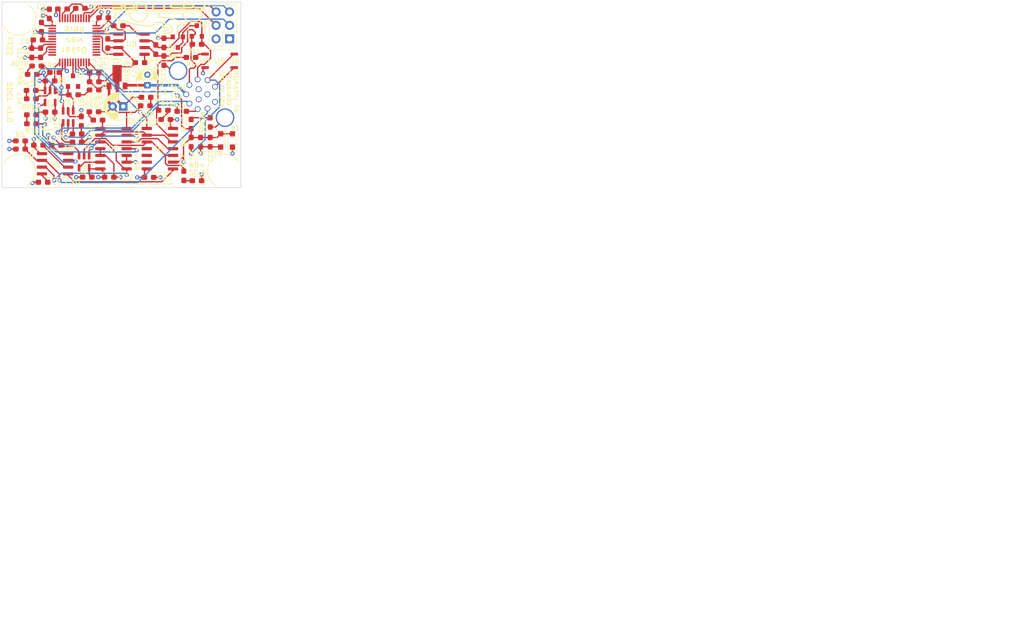
<source format=kicad_pcb>
(kicad_pcb (version 20171130) (host pcbnew 5.1.6)

  (general
    (thickness 1.6)
    (drawings 44)
    (tracks 632)
    (zones 0)
    (modules 78)
    (nets 77)
  )

  (page A4)
  (layers
    (0 F.Cu signal)
    (1 3V3.Cu power hide)
    (2 GND.Cu power hide)
    (31 B.Cu signal)
    (33 F.Adhes user)
    (35 F.Paste user)
    (36 B.SilkS user)
    (37 F.SilkS user)
    (39 F.Mask user)
    (40 Dwgs.User user)
    (41 Cmts.User user)
    (42 Eco1.User user)
    (43 Eco2.User user)
    (44 Edge.Cuts user)
    (45 Margin user)
    (46 B.CrtYd user)
    (47 F.CrtYd user)
    (49 F.Fab user hide)
  )

  (setup
    (last_trace_width 0.25)
    (user_trace_width 0.5)
    (user_trace_width 1)
    (trace_clearance 0.2)
    (zone_clearance 0.33)
    (zone_45_only no)
    (trace_min 0.2)
    (via_size 0.8)
    (via_drill 0.4)
    (via_min_size 0.4)
    (via_min_drill 0.3)
    (uvia_size 0.3)
    (uvia_drill 0.1)
    (uvias_allowed no)
    (uvia_min_size 0.2)
    (uvia_min_drill 0.1)
    (edge_width 0.1)
    (segment_width 0.2)
    (pcb_text_width 0.3)
    (pcb_text_size 1.5 1.5)
    (mod_edge_width 0.15)
    (mod_text_size 1 1)
    (mod_text_width 0.15)
    (pad_size 4.5 4.5)
    (pad_drill 3)
    (pad_to_mask_clearance 0)
    (aux_axis_origin 0 0)
    (visible_elements FFFFFF7F)
    (pcbplotparams
      (layerselection 0x010fc_ffffffff)
      (usegerberextensions false)
      (usegerberattributes true)
      (usegerberadvancedattributes true)
      (creategerberjobfile true)
      (excludeedgelayer true)
      (linewidth 0.100000)
      (plotframeref false)
      (viasonmask false)
      (mode 1)
      (useauxorigin false)
      (hpglpennumber 1)
      (hpglpenspeed 20)
      (hpglpendiameter 15.000000)
      (psnegative false)
      (psa4output false)
      (plotreference true)
      (plotvalue true)
      (plotinvisibletext false)
      (padsonsilk false)
      (subtractmaskfromsilk false)
      (outputformat 1)
      (mirror false)
      (drillshape 1)
      (scaleselection 1)
      (outputdirectory ""))
  )

  (net 0 "")
  (net 1 GND)
  (net 2 +3V3)
  (net 3 NRST)
  (net 4 CAN_H)
  (net 5 CAN_L)
  (net 6 +12V)
  (net 7 SDC_in_3V3)
  (net 8 "Net-(D2-Pad3)")
  (net 9 TS_activate_MUXed)
  (net 10 TRACESWO)
  (net 11 SWDIO)
  (net 12 SWCLK)
  (net 13 ~SDC_reset~)
  (net 14 TS_activate_ext)
  (net 15 TS_activate_dash)
  (net 16 SDC_in)
  (net 17 SDC_out)
  (net 18 To_SDC_relais)
  (net 19 AS_driving_mode)
  (net 20 AS_close_SDC)
  (net 21 "Net-(R12-Pad1)")
  (net 22 Watchdog)
  (net 23 SDC_is_ready)
  (net 24 "Net-(U7-Pad46)")
  (net 25 "Net-(U7-Pad45)")
  (net 26 "Net-(U7-Pad43)")
  (net 27 "Net-(U7-Pad42)")
  (net 28 "Net-(U7-Pad41)")
  (net 29 "Net-(U7-Pad40)")
  (net 30 "Net-(U7-Pad38)")
  (net 31 CAN_TX)
  (net 32 CAN_RX)
  (net 33 "Net-(U7-Pad31)")
  (net 34 "Net-(U7-Pad30)")
  (net 35 "Net-(U7-Pad29)")
  (net 36 "Net-(U7-Pad28)")
  (net 37 "Net-(U7-Pad27)")
  (net 38 "Net-(U7-Pad26)")
  (net 39 "Net-(U7-Pad25)")
  (net 40 "Net-(U7-Pad22)")
  (net 41 "Net-(U7-Pad21)")
  (net 42 "Net-(U7-Pad17)")
  (net 43 "Net-(U7-Pad16)")
  (net 44 "Net-(U7-Pad12)")
  (net 45 "Net-(U7-Pad11)")
  (net 46 "Net-(U7-Pad10)")
  (net 47 "Net-(U7-Pad6)")
  (net 48 "Net-(U7-Pad5)")
  (net 49 "Net-(U7-Pad4)")
  (net 50 "Net-(U7-Pad3)")
  (net 51 "Net-(U7-Pad2)")
  (net 52 "Net-(R14-Pad2)")
  (net 53 "Net-(R10-Pad1)")
  (net 54 "Net-(D5-Pad2)")
  (net 55 "Net-(D6-Pad2)")
  (net 56 "Net-(D7-Pad2)")
  (net 57 "Net-(D9-Pad2)")
  (net 58 "Net-(D10-Pad2)")
  (net 59 "Net-(D11-Pad2)")
  (net 60 "Net-(D12-Pad2)")
  (net 61 "Net-(D13-Pad2)")
  (net 62 "/Non-Programmable Logic/~WDO~")
  (net 63 "/Non-Programmable Logic/RP")
  (net 64 "/Non-Programmable Logic/WP")
  (net 65 "/Non-Programmable Logic/correct_button_pressed")
  (net 66 "/Non-Programmable Logic/close_while_allowed")
  (net 67 "/Non-Programmable Logic/reopened")
  (net 68 "/Non-Programmable Logic/~reset_all~")
  (net 69 "/Non-Programmable Logic/closing_allowed")
  (net 70 "/Non-Programmable Logic/~reopen~")
  (net 71 "/Non-Programmable Logic/WD_and_SDCin_ok")
  (net 72 "/Non-Programmable Logic/~try_close~")
  (net 73 "/Non-Programmable Logic/still_initial_open")
  (net 74 "Net-(R!1-Pad2)")
  (net 75 "Net-(D14-Pad2)")
  (net 76 "Net-(R24-Pad2)")

  (net_class Default "This is the default net class."
    (clearance 0.2)
    (trace_width 0.25)
    (via_dia 0.8)
    (via_drill 0.4)
    (uvia_dia 0.3)
    (uvia_drill 0.1)
    (add_net +12V)
    (add_net +3V3)
    (add_net "/Non-Programmable Logic/RP")
    (add_net "/Non-Programmable Logic/WD_and_SDCin_ok")
    (add_net "/Non-Programmable Logic/WP")
    (add_net "/Non-Programmable Logic/close_while_allowed")
    (add_net "/Non-Programmable Logic/closing_allowed")
    (add_net "/Non-Programmable Logic/correct_button_pressed")
    (add_net "/Non-Programmable Logic/reopened")
    (add_net "/Non-Programmable Logic/still_initial_open")
    (add_net "/Non-Programmable Logic/~WDO~")
    (add_net "/Non-Programmable Logic/~reopen~")
    (add_net "/Non-Programmable Logic/~reset_all~")
    (add_net "/Non-Programmable Logic/~try_close~")
    (add_net AS_close_SDC)
    (add_net AS_driving_mode)
    (add_net CAN_H)
    (add_net CAN_L)
    (add_net CAN_RX)
    (add_net CAN_TX)
    (add_net GND)
    (add_net NRST)
    (add_net "Net-(D10-Pad2)")
    (add_net "Net-(D11-Pad2)")
    (add_net "Net-(D12-Pad2)")
    (add_net "Net-(D13-Pad2)")
    (add_net "Net-(D14-Pad2)")
    (add_net "Net-(D2-Pad3)")
    (add_net "Net-(D5-Pad2)")
    (add_net "Net-(D6-Pad2)")
    (add_net "Net-(D7-Pad2)")
    (add_net "Net-(D9-Pad2)")
    (add_net "Net-(R!1-Pad2)")
    (add_net "Net-(R10-Pad1)")
    (add_net "Net-(R12-Pad1)")
    (add_net "Net-(R14-Pad2)")
    (add_net "Net-(R24-Pad2)")
    (add_net "Net-(U7-Pad10)")
    (add_net "Net-(U7-Pad11)")
    (add_net "Net-(U7-Pad12)")
    (add_net "Net-(U7-Pad16)")
    (add_net "Net-(U7-Pad17)")
    (add_net "Net-(U7-Pad2)")
    (add_net "Net-(U7-Pad21)")
    (add_net "Net-(U7-Pad22)")
    (add_net "Net-(U7-Pad25)")
    (add_net "Net-(U7-Pad26)")
    (add_net "Net-(U7-Pad27)")
    (add_net "Net-(U7-Pad28)")
    (add_net "Net-(U7-Pad29)")
    (add_net "Net-(U7-Pad3)")
    (add_net "Net-(U7-Pad30)")
    (add_net "Net-(U7-Pad31)")
    (add_net "Net-(U7-Pad38)")
    (add_net "Net-(U7-Pad4)")
    (add_net "Net-(U7-Pad40)")
    (add_net "Net-(U7-Pad41)")
    (add_net "Net-(U7-Pad42)")
    (add_net "Net-(U7-Pad43)")
    (add_net "Net-(U7-Pad45)")
    (add_net "Net-(U7-Pad46)")
    (add_net "Net-(U7-Pad5)")
    (add_net "Net-(U7-Pad6)")
    (add_net SDC_in)
    (add_net SDC_in_3V3)
    (add_net SDC_is_ready)
    (add_net SDC_out)
    (add_net SWCLK)
    (add_net SWDIO)
    (add_net TRACESWO)
    (add_net TS_activate_MUXed)
    (add_net TS_activate_dash)
    (add_net TS_activate_ext)
    (add_net To_SDC_relais)
    (add_net Watchdog)
    (add_net ~SDC_reset~)
  )

  (module Custom:Binder_M12-A_12P_Female_NoSilk (layer B.Cu) (tedit 61BF27D7) (tstamp 61C02DD4)
    (at 175.6 85.4 90)
    (path /61BBA8EA/61CD6444)
    (fp_text reference J2 (at 0 10.045 90) (layer B.SilkS) hide
      (effects (font (size 1 1) (thickness 0.15)) (justify mirror))
    )
    (fp_text value Binder-M12-12P (at 0 -10.045 90) (layer B.Fab) hide
      (effects (font (size 1 1) (thickness 0.15)) (justify mirror))
    )
    (fp_circle (center 0 0) (end 0 -9) (layer B.Fab) (width 0.1))
    (fp_circle (center 0 0) (end 0 -9.37) (layer B.CrtYd) (width 0.05))
    (fp_circle (center 0 0.1) (end 0 4.2) (layer B.Fab) (width 0.12))
    (fp_line (start 0.6 3.7) (end 0.6 4.1) (layer B.Fab) (width 0.12))
    (fp_line (start -0.6 3.7) (end -0.6 4.1) (layer B.Fab) (width 0.12))
    (fp_arc (start 0 3.7) (end -0.6 3.7) (angle 180) (layer B.Fab) (width 0.12))
    (pad 10 thru_hole circle (at 0 1.1 90) (size 1.1 1.1) (drill 0.8) (layers *.Cu *.Mask)
      (net 2 +3V3))
    (pad 11 thru_hole circle (at 0.952627 -0.549999 90) (size 1.1 1.1) (drill 0.8) (layers *.Cu *.Mask)
      (net 2 +3V3))
    (pad 12 thru_hole circle (at -0.952627 -0.55 90) (size 1.1 1.1) (drill 0.8) (layers *.Cu *.Mask)
      (net 1 GND))
    (pad 1 thru_hole circle (at -1.428 2.524 90) (size 1.1 1.1) (drill 0.8) (layers *.Cu *.Mask)
      (net 1 GND))
    (pad 2 thru_hole circle (at 1.428 2.524 90) (size 1.1 1.1) (drill 0.8) (layers *.Cu *.Mask)
      (net 17 SDC_out))
    (pad 3 thru_hole circle (at 2.672 1.127 90) (size 1.1 1.1) (drill 0.8) (layers *.Cu *.Mask)
      (net 16 SDC_in))
    (pad 4 thru_hole circle (at 2.804 -0.738 90) (size 1.1 1.1) (drill 0.8) (layers *.Cu *.Mask)
      (net 4 CAN_H))
    (pad 5 thru_hole circle (at 1.77 -2.297 90) (size 1.1 1.1) (drill 0.8) (layers *.Cu *.Mask)
      (net 5 CAN_L))
    (pad 6 thru_hole circle (at 0 -2.9 90) (size 1.1 1.1) (drill 0.8) (layers *.Cu *.Mask)
      (net 6 +12V))
    (pad 7 thru_hole circle (at -1.77 -2.297 90) (size 1.1 1.1) (drill 0.8) (layers *.Cu *.Mask)
      (net 14 TS_activate_ext))
    (pad 8 thru_hole circle (at -2.804 -0.738 90) (size 1.1 1.1) (drill 0.8) (layers *.Cu *.Mask)
      (net 15 TS_activate_dash))
    (pad 9 thru_hole circle (at -2.672 1.127 90) (size 1.1 1.1) (drill 0.8) (layers *.Cu *.Mask)
      (net 13 ~SDC_reset~))
    (pad M1 thru_hole circle (at -4.419 4.419 90) (size 3.5 3.5) (drill 3) (layers *.Cu *.Mask)
      (net 1 GND))
    (pad M2 thru_hole circle (at 4.419 -4.419 90) (size 3.5 3.5) (drill 3) (layers *.Cu *.Mask)
      (net 1 GND))
    (model ${KIPRJMOD}/packages3d/Binder.3dshapes/Binder_M12-A_12P_Female_86_0532_1120.stp
      (offset (xyz 0 0 23))
      (scale (xyz 1 1 1))
      (rotate (xyz 0 -90 90))
    )
  )

  (module Resistor_SMD:R_0603_1608Metric_Pad1.05x0.95mm_HandSolder (layer F.Cu) (tedit 5B301BBD) (tstamp 61C277B3)
    (at 171.864194 88.609173 180)
    (descr "Resistor SMD 0603 (1608 Metric), square (rectangular) end terminal, IPC_7351 nominal with elongated pad for handsoldering. (Body size source: http://www.tortai-tech.com/upload/download/2011102023233369053.pdf), generated with kicad-footprint-generator")
    (tags "resistor handsolder")
    (path /61A897B7/61C2ED87)
    (attr smd)
    (fp_text reference R24 (at 0.464194 1.209173) (layer F.SilkS)
      (effects (font (size 0.8 0.8) (thickness 0.15)))
    )
    (fp_text value 10k (at 0 1.43) (layer F.Fab)
      (effects (font (size 1 1) (thickness 0.15)))
    )
    (fp_line (start 1.65 0.73) (end -1.65 0.73) (layer F.CrtYd) (width 0.05))
    (fp_line (start 1.65 -0.73) (end 1.65 0.73) (layer F.CrtYd) (width 0.05))
    (fp_line (start -1.65 -0.73) (end 1.65 -0.73) (layer F.CrtYd) (width 0.05))
    (fp_line (start -1.65 0.73) (end -1.65 -0.73) (layer F.CrtYd) (width 0.05))
    (fp_line (start -0.171267 0.51) (end 0.171267 0.51) (layer F.SilkS) (width 0.12))
    (fp_line (start -0.171267 -0.51) (end 0.171267 -0.51) (layer F.SilkS) (width 0.12))
    (fp_line (start 0.8 0.4) (end -0.8 0.4) (layer F.Fab) (width 0.1))
    (fp_line (start 0.8 -0.4) (end 0.8 0.4) (layer F.Fab) (width 0.1))
    (fp_line (start -0.8 -0.4) (end 0.8 -0.4) (layer F.Fab) (width 0.1))
    (fp_line (start -0.8 0.4) (end -0.8 -0.4) (layer F.Fab) (width 0.1))
    (fp_text user %R (at 0 0) (layer F.Fab)
      (effects (font (size 0.4 0.4) (thickness 0.06)))
    )
    (pad 2 smd roundrect (at 0.875 0 180) (size 1.05 0.95) (layers F.Cu F.Paste F.Mask) (roundrect_rratio 0.25)
      (net 76 "Net-(R24-Pad2)"))
    (pad 1 smd roundrect (at -0.875 0 180) (size 1.05 0.95) (layers F.Cu F.Paste F.Mask) (roundrect_rratio 0.25)
      (net 15 TS_activate_dash))
    (model ${KISYS3DMOD}/Resistor_SMD.3dshapes/R_0603_1608Metric.wrl
      (at (xyz 0 0 0))
      (scale (xyz 1 1 1))
      (rotate (xyz 0 0 0))
    )
  )

  (module Resistor_SMD:R_0603_1608Metric_Pad1.05x0.95mm_HandSolder (layer F.Cu) (tedit 5B301BBD) (tstamp 61C2C37E)
    (at 173.630378 91.014938 270)
    (descr "Resistor SMD 0603 (1608 Metric), square (rectangular) end terminal, IPC_7351 nominal with elongated pad for handsoldering. (Body size source: http://www.tortai-tech.com/upload/download/2011102023233369053.pdf), generated with kicad-footprint-generator")
    (tags "resistor handsolder")
    (path /61A897B7/61D457CF)
    (attr smd)
    (fp_text reference R13 (at 0.019967 1.326966 270) (layer F.SilkS)
      (effects (font (size 1 1) (thickness 0.15)))
    )
    (fp_text value 510 (at 0 1.43 90) (layer F.Fab)
      (effects (font (size 1 1) (thickness 0.15)))
    )
    (fp_line (start 1.65 0.73) (end -1.65 0.73) (layer F.CrtYd) (width 0.05))
    (fp_line (start 1.65 -0.73) (end 1.65 0.73) (layer F.CrtYd) (width 0.05))
    (fp_line (start -1.65 -0.73) (end 1.65 -0.73) (layer F.CrtYd) (width 0.05))
    (fp_line (start -1.65 0.73) (end -1.65 -0.73) (layer F.CrtYd) (width 0.05))
    (fp_line (start -0.171267 0.51) (end 0.171267 0.51) (layer F.SilkS) (width 0.12))
    (fp_line (start -0.171267 -0.51) (end 0.171267 -0.51) (layer F.SilkS) (width 0.12))
    (fp_line (start 0.8 0.4) (end -0.8 0.4) (layer F.Fab) (width 0.1))
    (fp_line (start 0.8 -0.4) (end 0.8 0.4) (layer F.Fab) (width 0.1))
    (fp_line (start -0.8 -0.4) (end 0.8 -0.4) (layer F.Fab) (width 0.1))
    (fp_line (start -0.8 0.4) (end -0.8 -0.4) (layer F.Fab) (width 0.1))
    (fp_text user %R (at 0 0 90) (layer F.Fab)
      (effects (font (size 0.4 0.4) (thickness 0.06)))
    )
    (pad 2 smd roundrect (at 0.875 0 270) (size 1.05 0.95) (layers F.Cu F.Paste F.Mask) (roundrect_rratio 0.25)
      (net 7 SDC_in_3V3))
    (pad 1 smd roundrect (at -0.875 0 270) (size 1.05 0.95) (layers F.Cu F.Paste F.Mask) (roundrect_rratio 0.25)
      (net 75 "Net-(D14-Pad2)"))
    (model ${KISYS3DMOD}/Resistor_SMD.3dshapes/R_0603_1608Metric.wrl
      (at (xyz 0 0 0))
      (scale (xyz 1 1 1))
      (rotate (xyz 0 0 0))
    )
  )

  (module Diode_SMD:D_0603_1608Metric_Pad1.05x0.95mm_HandSolder (layer F.Cu) (tedit 5B4B45C8) (tstamp 61C2C15D)
    (at 177.233875 90.7 90)
    (descr "Diode SMD 0603 (1608 Metric), square (rectangular) end terminal, IPC_7351 nominal, (Body size source: http://www.tortai-tech.com/upload/download/2011102023233369053.pdf), generated with kicad-footprint-generator")
    (tags "diode handsolder")
    (path /61A897B7/61D457C3)
    (attr smd)
    (fp_text reference D14 (at 0 -1.43 90) (layer F.SilkS) hide
      (effects (font (size 1 1) (thickness 0.15)))
    )
    (fp_text value "Yellow LED" (at 0 1.43 90) (layer F.Fab)
      (effects (font (size 1 1) (thickness 0.15)))
    )
    (fp_line (start 1.65 0.73) (end -1.65 0.73) (layer F.CrtYd) (width 0.05))
    (fp_line (start 1.65 -0.73) (end 1.65 0.73) (layer F.CrtYd) (width 0.05))
    (fp_line (start -1.65 -0.73) (end 1.65 -0.73) (layer F.CrtYd) (width 0.05))
    (fp_line (start -1.65 0.73) (end -1.65 -0.73) (layer F.CrtYd) (width 0.05))
    (fp_line (start -1.66 0.735) (end 0.8 0.735) (layer F.SilkS) (width 0.12))
    (fp_line (start -1.66 -0.735) (end -1.66 0.735) (layer F.SilkS) (width 0.12))
    (fp_line (start 0.8 -0.735) (end -1.66 -0.735) (layer F.SilkS) (width 0.12))
    (fp_line (start 0.8 0.4) (end 0.8 -0.4) (layer F.Fab) (width 0.1))
    (fp_line (start -0.8 0.4) (end 0.8 0.4) (layer F.Fab) (width 0.1))
    (fp_line (start -0.8 -0.1) (end -0.8 0.4) (layer F.Fab) (width 0.1))
    (fp_line (start -0.5 -0.4) (end -0.8 -0.1) (layer F.Fab) (width 0.1))
    (fp_line (start 0.8 -0.4) (end -0.5 -0.4) (layer F.Fab) (width 0.1))
    (fp_text user %R (at 0 0 90) (layer F.Fab)
      (effects (font (size 0.4 0.4) (thickness 0.06)))
    )
    (pad 2 smd roundrect (at 0.875 0 90) (size 1.05 0.95) (layers F.Cu F.Paste F.Mask) (roundrect_rratio 0.25)
      (net 75 "Net-(D14-Pad2)"))
    (pad 1 smd roundrect (at -0.875 0 90) (size 1.05 0.95) (layers F.Cu F.Paste F.Mask) (roundrect_rratio 0.25)
      (net 1 GND))
    (model ${KISYS3DMOD}/Diode_SMD.3dshapes/D_0603_1608Metric.wrl
      (at (xyz 0 0 0))
      (scale (xyz 1 1 1))
      (rotate (xyz 0 0 0))
    )
  )

  (module Capacitor_SMD:C_0603_1608Metric_Pad1.05x0.95mm_HandSolder (layer F.Cu) (tedit 5B301BBE) (tstamp 61B54D9E)
    (at 166.973269 76.969802 270)
    (descr "Capacitor SMD 0603 (1608 Metric), square (rectangular) end terminal, IPC_7351 nominal with elongated pad for handsoldering. (Body size source: http://www.tortai-tech.com/upload/download/2011102023233369053.pdf), generated with kicad-footprint-generator")
    (tags "capacitor handsolder")
    (path /61BCE4F2/61B519E1)
    (attr smd)
    (fp_text reference C14 (at 2.684741 -0.126731 90) (layer F.SilkS)
      (effects (font (size 0.8 0.8) (thickness 0.15)))
    )
    (fp_text value 220p (at 0 1.43 90) (layer F.Fab)
      (effects (font (size 1 1) (thickness 0.15)))
    )
    (fp_line (start 1.65 0.73) (end -1.65 0.73) (layer F.CrtYd) (width 0.05))
    (fp_line (start 1.65 -0.73) (end 1.65 0.73) (layer F.CrtYd) (width 0.05))
    (fp_line (start -1.65 -0.73) (end 1.65 -0.73) (layer F.CrtYd) (width 0.05))
    (fp_line (start -1.65 0.73) (end -1.65 -0.73) (layer F.CrtYd) (width 0.05))
    (fp_line (start -0.171267 0.51) (end 0.171267 0.51) (layer F.SilkS) (width 0.12))
    (fp_line (start -0.171267 -0.51) (end 0.171267 -0.51) (layer F.SilkS) (width 0.12))
    (fp_line (start 0.8 0.4) (end -0.8 0.4) (layer F.Fab) (width 0.1))
    (fp_line (start 0.8 -0.4) (end 0.8 0.4) (layer F.Fab) (width 0.1))
    (fp_line (start -0.8 -0.4) (end 0.8 -0.4) (layer F.Fab) (width 0.1))
    (fp_line (start -0.8 0.4) (end -0.8 -0.4) (layer F.Fab) (width 0.1))
    (fp_text user %R (at 0 0 90) (layer F.Fab)
      (effects (font (size 0.4 0.4) (thickness 0.06)))
    )
    (pad 2 smd roundrect (at 0.875 0 270) (size 1.05 0.95) (layers F.Cu F.Paste F.Mask) (roundrect_rratio 0.25)
      (net 5 CAN_L))
    (pad 1 smd roundrect (at -0.875 0 270) (size 1.05 0.95) (layers F.Cu F.Paste F.Mask) (roundrect_rratio 0.25)
      (net 4 CAN_H))
    (model ${KISYS3DMOD}/Capacitor_SMD.3dshapes/C_0603_1608Metric.wrl
      (at (xyz 0 0 0))
      (scale (xyz 1 1 1))
      (rotate (xyz 0 0 0))
    )
  )

  (module MountingHole:MountingHole_3.2mm_M3 (layer B.Cu) (tedit 56D1B4CB) (tstamp 61BF54AF)
    (at 141.1 99.9)
    (descr "Mounting Hole 3.2mm, no annular, M3")
    (tags "mounting hole 3.2mm no annular m3")
    (path /61BBA8EA/61BD2D0B)
    (attr virtual)
    (fp_text reference H3 (at -3.6 -3.3) (layer B.SilkS) hide
      (effects (font (size 1 1) (thickness 0.15)) (justify mirror))
    )
    (fp_text value MountingHole (at 0 -4.2) (layer B.Fab)
      (effects (font (size 1 1) (thickness 0.15)) (justify mirror))
    )
    (fp_circle (center 0 0) (end 3.45 0) (layer B.CrtYd) (width 0.05))
    (fp_circle (center 0 0) (end 3.2 0) (layer Cmts.User) (width 0.15))
    (fp_text user %R (at 0.3 0) (layer B.Fab)
      (effects (font (size 1 1) (thickness 0.15)) (justify mirror))
    )
    (pad 1 np_thru_hole circle (at 0 0) (size 3.2 3.2) (drill 3.2) (layers *.Cu *.Mask))
  )

  (module MountingHole:MountingHole_3.2mm_M3 (layer B.Cu) (tedit 56D1B4CB) (tstamp 61BEE490)
    (at 179.9 99.9)
    (descr "Mounting Hole 3.2mm, no annular, M3")
    (tags "mounting hole 3.2mm no annular m3")
    (path /61BBA8EA/61BD2B10)
    (attr virtual)
    (fp_text reference H2 (at 0 4.2) (layer B.SilkS) hide
      (effects (font (size 1 1) (thickness 0.15)) (justify mirror))
    )
    (fp_text value MountingHole (at 0 -4.2) (layer B.Fab)
      (effects (font (size 1 1) (thickness 0.15)) (justify mirror))
    )
    (fp_circle (center 0 0) (end 3.45 0) (layer B.CrtYd) (width 0.05))
    (fp_circle (center 0 0) (end 3.2 0) (layer Cmts.User) (width 0.15))
    (fp_text user %R (at 0.3 0) (layer B.Fab)
      (effects (font (size 1 1) (thickness 0.15)) (justify mirror))
    )
    (pad 1 np_thru_hole circle (at 0 0) (size 3.2 3.2) (drill 3.2) (layers *.Cu *.Mask))
  )

  (module MountingHole:MountingHole_3.2mm_M3 (layer B.Cu) (tedit 56D1B4CB) (tstamp 61BEE488)
    (at 141.1 71.1)
    (descr "Mounting Hole 3.2mm, no annular, M3")
    (tags "mounting hole 3.2mm no annular m3")
    (path /61BBA8EA/61BD2819)
    (attr virtual)
    (fp_text reference H1 (at 0 4.2) (layer B.SilkS) hide
      (effects (font (size 1 1) (thickness 0.15)) (justify mirror))
    )
    (fp_text value MountingHole (at 0 -4.2) (layer B.Fab)
      (effects (font (size 1 1) (thickness 0.15)) (justify mirror))
    )
    (fp_circle (center 0 0) (end 3.45 0) (layer B.CrtYd) (width 0.05))
    (fp_circle (center 0 0) (end 3.2 0) (layer Cmts.User) (width 0.15))
    (fp_text user %R (at 0.3 0) (layer B.Fab)
      (effects (font (size 1 1) (thickness 0.15)) (justify mirror))
    )
    (pad 1 np_thru_hole circle (at 0 0) (size 3.2 3.2) (drill 3.2) (layers *.Cu *.Mask))
  )

  (module Capacitor_THT:CP_Radial_D4.0mm_P2.00mm (layer F.Cu) (tedit 5AE50EF0) (tstamp 61B54E1B)
    (at 165.4 83.7 90)
    (descr "CP, Radial series, Radial, pin pitch=2.00mm, , diameter=4mm, Electrolytic Capacitor")
    (tags "CP Radial series Radial pin pitch 2.00mm  diameter 4mm Electrolytic Capacitor")
    (path /61B4E8CF/61B46489)
    (fp_text reference C17 (at 2.551694 -2.41054 240 unlocked) (layer F.SilkS)
      (effects (font (size 0.8 0.8) (thickness 0.15)))
    )
    (fp_text value 10uF_25V (at 1 3.25 90) (layer F.Fab)
      (effects (font (size 1 1) (thickness 0.15)))
    )
    (fp_line (start -1.069801 -1.395) (end -1.069801 -0.995) (layer F.SilkS) (width 0.12))
    (fp_line (start -1.269801 -1.195) (end -0.869801 -1.195) (layer F.SilkS) (width 0.12))
    (fp_line (start 3.081 -0.37) (end 3.081 0.37) (layer F.SilkS) (width 0.12))
    (fp_line (start 3.041 -0.537) (end 3.041 0.537) (layer F.SilkS) (width 0.12))
    (fp_line (start 3.001 -0.664) (end 3.001 0.664) (layer F.SilkS) (width 0.12))
    (fp_line (start 2.961 -0.768) (end 2.961 0.768) (layer F.SilkS) (width 0.12))
    (fp_line (start 2.921 -0.859) (end 2.921 0.859) (layer F.SilkS) (width 0.12))
    (fp_line (start 2.881 -0.94) (end 2.881 0.94) (layer F.SilkS) (width 0.12))
    (fp_line (start 2.841 -1.013) (end 2.841 1.013) (layer F.SilkS) (width 0.12))
    (fp_line (start 2.801 0.84) (end 2.801 1.08) (layer F.SilkS) (width 0.12))
    (fp_line (start 2.801 -1.08) (end 2.801 -0.84) (layer F.SilkS) (width 0.12))
    (fp_line (start 2.761 0.84) (end 2.761 1.142) (layer F.SilkS) (width 0.12))
    (fp_line (start 2.761 -1.142) (end 2.761 -0.84) (layer F.SilkS) (width 0.12))
    (fp_line (start 2.721 0.84) (end 2.721 1.2) (layer F.SilkS) (width 0.12))
    (fp_line (start 2.721 -1.2) (end 2.721 -0.84) (layer F.SilkS) (width 0.12))
    (fp_line (start 2.681 0.84) (end 2.681 1.254) (layer F.SilkS) (width 0.12))
    (fp_line (start 2.681 -1.254) (end 2.681 -0.84) (layer F.SilkS) (width 0.12))
    (fp_line (start 2.641 0.84) (end 2.641 1.304) (layer F.SilkS) (width 0.12))
    (fp_line (start 2.641 -1.304) (end 2.641 -0.84) (layer F.SilkS) (width 0.12))
    (fp_line (start 2.601 0.84) (end 2.601 1.351) (layer F.SilkS) (width 0.12))
    (fp_line (start 2.601 -1.351) (end 2.601 -0.84) (layer F.SilkS) (width 0.12))
    (fp_line (start 2.561 0.84) (end 2.561 1.396) (layer F.SilkS) (width 0.12))
    (fp_line (start 2.561 -1.396) (end 2.561 -0.84) (layer F.SilkS) (width 0.12))
    (fp_line (start 2.521 0.84) (end 2.521 1.438) (layer F.SilkS) (width 0.12))
    (fp_line (start 2.521 -1.438) (end 2.521 -0.84) (layer F.SilkS) (width 0.12))
    (fp_line (start 2.481 0.84) (end 2.481 1.478) (layer F.SilkS) (width 0.12))
    (fp_line (start 2.481 -1.478) (end 2.481 -0.84) (layer F.SilkS) (width 0.12))
    (fp_line (start 2.441 0.84) (end 2.441 1.516) (layer F.SilkS) (width 0.12))
    (fp_line (start 2.441 -1.516) (end 2.441 -0.84) (layer F.SilkS) (width 0.12))
    (fp_line (start 2.401 0.84) (end 2.401 1.552) (layer F.SilkS) (width 0.12))
    (fp_line (start 2.401 -1.552) (end 2.401 -0.84) (layer F.SilkS) (width 0.12))
    (fp_line (start 2.361 0.84) (end 2.361 1.587) (layer F.SilkS) (width 0.12))
    (fp_line (start 2.361 -1.587) (end 2.361 -0.84) (layer F.SilkS) (width 0.12))
    (fp_line (start 2.321 0.84) (end 2.321 1.619) (layer F.SilkS) (width 0.12))
    (fp_line (start 2.321 -1.619) (end 2.321 -0.84) (layer F.SilkS) (width 0.12))
    (fp_line (start 2.281 0.84) (end 2.281 1.65) (layer F.SilkS) (width 0.12))
    (fp_line (start 2.281 -1.65) (end 2.281 -0.84) (layer F.SilkS) (width 0.12))
    (fp_line (start 2.241 0.84) (end 2.241 1.68) (layer F.SilkS) (width 0.12))
    (fp_line (start 2.241 -1.68) (end 2.241 -0.84) (layer F.SilkS) (width 0.12))
    (fp_line (start 2.201 0.84) (end 2.201 1.708) (layer F.SilkS) (width 0.12))
    (fp_line (start 2.201 -1.708) (end 2.201 -0.84) (layer F.SilkS) (width 0.12))
    (fp_line (start 2.161 0.84) (end 2.161 1.735) (layer F.SilkS) (width 0.12))
    (fp_line (start 2.161 -1.735) (end 2.161 -0.84) (layer F.SilkS) (width 0.12))
    (fp_line (start 2.121 0.84) (end 2.121 1.76) (layer F.SilkS) (width 0.12))
    (fp_line (start 2.121 -1.76) (end 2.121 -0.84) (layer F.SilkS) (width 0.12))
    (fp_line (start 2.081 0.84) (end 2.081 1.785) (layer F.SilkS) (width 0.12))
    (fp_line (start 2.081 -1.785) (end 2.081 -0.84) (layer F.SilkS) (width 0.12))
    (fp_line (start 2.041 0.84) (end 2.041 1.808) (layer F.SilkS) (width 0.12))
    (fp_line (start 2.041 -1.808) (end 2.041 -0.84) (layer F.SilkS) (width 0.12))
    (fp_line (start 2.001 0.84) (end 2.001 1.83) (layer F.SilkS) (width 0.12))
    (fp_line (start 2.001 -1.83) (end 2.001 -0.84) (layer F.SilkS) (width 0.12))
    (fp_line (start 1.961 0.84) (end 1.961 1.851) (layer F.SilkS) (width 0.12))
    (fp_line (start 1.961 -1.851) (end 1.961 -0.84) (layer F.SilkS) (width 0.12))
    (fp_line (start 1.921 0.84) (end 1.921 1.87) (layer F.SilkS) (width 0.12))
    (fp_line (start 1.921 -1.87) (end 1.921 -0.84) (layer F.SilkS) (width 0.12))
    (fp_line (start 1.881 0.84) (end 1.881 1.889) (layer F.SilkS) (width 0.12))
    (fp_line (start 1.881 -1.889) (end 1.881 -0.84) (layer F.SilkS) (width 0.12))
    (fp_line (start 1.841 0.84) (end 1.841 1.907) (layer F.SilkS) (width 0.12))
    (fp_line (start 1.841 -1.907) (end 1.841 -0.84) (layer F.SilkS) (width 0.12))
    (fp_line (start 1.801 0.84) (end 1.801 1.924) (layer F.SilkS) (width 0.12))
    (fp_line (start 1.801 -1.924) (end 1.801 -0.84) (layer F.SilkS) (width 0.12))
    (fp_line (start 1.761 0.84) (end 1.761 1.94) (layer F.SilkS) (width 0.12))
    (fp_line (start 1.761 -1.94) (end 1.761 -0.84) (layer F.SilkS) (width 0.12))
    (fp_line (start 1.721 0.84) (end 1.721 1.954) (layer F.SilkS) (width 0.12))
    (fp_line (start 1.721 -1.954) (end 1.721 -0.84) (layer F.SilkS) (width 0.12))
    (fp_line (start 1.68 0.84) (end 1.68 1.968) (layer F.SilkS) (width 0.12))
    (fp_line (start 1.68 -1.968) (end 1.68 -0.84) (layer F.SilkS) (width 0.12))
    (fp_line (start 1.64 0.84) (end 1.64 1.982) (layer F.SilkS) (width 0.12))
    (fp_line (start 1.64 -1.982) (end 1.64 -0.84) (layer F.SilkS) (width 0.12))
    (fp_line (start 1.6 0.84) (end 1.6 1.994) (layer F.SilkS) (width 0.12))
    (fp_line (start 1.6 -1.994) (end 1.6 -0.84) (layer F.SilkS) (width 0.12))
    (fp_line (start 1.56 0.84) (end 1.56 2.005) (layer F.SilkS) (width 0.12))
    (fp_line (start 1.56 -2.005) (end 1.56 -0.84) (layer F.SilkS) (width 0.12))
    (fp_line (start 1.52 0.84) (end 1.52 2.016) (layer F.SilkS) (width 0.12))
    (fp_line (start 1.52 -2.016) (end 1.52 -0.84) (layer F.SilkS) (width 0.12))
    (fp_line (start 1.48 0.84) (end 1.48 2.025) (layer F.SilkS) (width 0.12))
    (fp_line (start 1.48 -2.025) (end 1.48 -0.84) (layer F.SilkS) (width 0.12))
    (fp_line (start 1.44 0.84) (end 1.44 2.034) (layer F.SilkS) (width 0.12))
    (fp_line (start 1.44 -2.034) (end 1.44 -0.84) (layer F.SilkS) (width 0.12))
    (fp_line (start 1.4 0.84) (end 1.4 2.042) (layer F.SilkS) (width 0.12))
    (fp_line (start 1.4 -2.042) (end 1.4 -0.84) (layer F.SilkS) (width 0.12))
    (fp_line (start 1.36 0.84) (end 1.36 2.05) (layer F.SilkS) (width 0.12))
    (fp_line (start 1.36 -2.05) (end 1.36 -0.84) (layer F.SilkS) (width 0.12))
    (fp_line (start 1.32 0.84) (end 1.32 2.056) (layer F.SilkS) (width 0.12))
    (fp_line (start 1.32 -2.056) (end 1.32 -0.84) (layer F.SilkS) (width 0.12))
    (fp_line (start 1.28 0.84) (end 1.28 2.062) (layer F.SilkS) (width 0.12))
    (fp_line (start 1.28 -2.062) (end 1.28 -0.84) (layer F.SilkS) (width 0.12))
    (fp_line (start 1.24 0.84) (end 1.24 2.067) (layer F.SilkS) (width 0.12))
    (fp_line (start 1.24 -2.067) (end 1.24 -0.84) (layer F.SilkS) (width 0.12))
    (fp_line (start 1.2 0.84) (end 1.2 2.071) (layer F.SilkS) (width 0.12))
    (fp_line (start 1.2 -2.071) (end 1.2 -0.84) (layer F.SilkS) (width 0.12))
    (fp_line (start 1.16 -2.074) (end 1.16 2.074) (layer F.SilkS) (width 0.12))
    (fp_line (start 1.12 -2.077) (end 1.12 2.077) (layer F.SilkS) (width 0.12))
    (fp_line (start 1.08 -2.079) (end 1.08 2.079) (layer F.SilkS) (width 0.12))
    (fp_line (start 1.04 -2.08) (end 1.04 2.08) (layer F.SilkS) (width 0.12))
    (fp_line (start 1 -2.08) (end 1 2.08) (layer F.SilkS) (width 0.12))
    (fp_line (start -0.502554 -1.0675) (end -0.502554 -0.6675) (layer F.Fab) (width 0.1))
    (fp_line (start -0.702554 -0.8675) (end -0.302554 -0.8675) (layer F.Fab) (width 0.1))
    (fp_circle (center 1 0) (end 3.25 0) (layer F.CrtYd) (width 0.05))
    (fp_circle (center 1 0) (end 3.12 0) (layer F.SilkS) (width 0.12))
    (fp_circle (center 1 0) (end 3 0) (layer F.Fab) (width 0.1))
    (fp_text user %R (at 1 0 90) (layer F.Fab)
      (effects (font (size 0.8 0.8) (thickness 0.12)))
    )
    (pad 2 thru_hole circle (at 2 0 90) (size 1.2 1.2) (drill 0.6) (layers *.Cu *.Mask)
      (net 1 GND))
    (pad 1 thru_hole rect (at 0 0 90) (size 1.2 1.2) (drill 0.6) (layers *.Cu *.Mask)
      (net 6 +12V))
    (model ${KISYS3DMOD}/Capacitor_THT.3dshapes/CP_Radial_D4.0mm_P2.00mm.wrl
      (at (xyz 0 0 0))
      (scale (xyz 1 1 1))
      (rotate (xyz 0 0 0))
    )
  )

  (module Custom:SC-74A-5_1.5x2.9mm_P0.95mm (layer F.Cu) (tedit 61BBD969) (tstamp 61B54E3C)
    (at 153.473426 98.115078 270)
    (descr "SC-74, 6 Pin (https://www.nxp.com/docs/en/package-information/SOT457.pdf), generated with kicad-footprint-generator ipc_gullwing_generator.py")
    (tags "SC-74 SO")
    (path /61A897B7/61B3FC7A)
    (attr smd)
    (fp_text reference U6 (at 0.575518 -0.031105 90) (layer F.SilkS) hide
      (effects (font (size 0.9 0.9) (thickness 0.15)))
    )
    (fp_text value MC74HC1G32 (at 0 2.4 90) (layer F.Fab)
      (effects (font (size 1 1) (thickness 0.15)))
    )
    (fp_line (start 2.1 -1.7) (end -2.1 -1.7) (layer F.CrtYd) (width 0.05))
    (fp_line (start 2.1 1.7) (end 2.1 -1.7) (layer F.CrtYd) (width 0.05))
    (fp_line (start -2.1 1.7) (end 2.1 1.7) (layer F.CrtYd) (width 0.05))
    (fp_line (start -2.1 -1.7) (end -2.1 1.7) (layer F.CrtYd) (width 0.05))
    (fp_line (start -0.75 -1.075) (end -0.375 -1.45) (layer F.Fab) (width 0.1))
    (fp_line (start -0.75 1.45) (end -0.75 -1.075) (layer F.Fab) (width 0.1))
    (fp_line (start 0.75 1.45) (end -0.75 1.45) (layer F.Fab) (width 0.1))
    (fp_line (start 0.75 -1.45) (end 0.75 1.45) (layer F.Fab) (width 0.1))
    (fp_line (start -0.375 -1.45) (end 0.75 -1.45) (layer F.Fab) (width 0.1))
    (fp_line (start 0 -1.56) (end -1.85 -1.56) (layer F.SilkS) (width 0.12))
    (fp_line (start 0 -1.56) (end 0.75 -1.56) (layer F.SilkS) (width 0.12))
    (fp_line (start 0 1.56) (end -0.75 1.56) (layer F.SilkS) (width 0.12))
    (fp_line (start 0 1.56) (end 0.75 1.56) (layer F.SilkS) (width 0.12))
    (fp_text user %R (at 0 0 90) (layer F.Fab)
      (effects (font (size 0.38 0.38) (thickness 0.06)))
    )
    (pad 5 smd roundrect (at 1.1375 -0.95 270) (size 1.425 0.5) (layers F.Cu F.Paste F.Mask) (roundrect_rratio 0.25)
      (net 2 +3V3))
    (pad 4 smd roundrect (at 1.1375 0.95 270) (size 1.425 0.5) (layers F.Cu F.Paste F.Mask) (roundrect_rratio 0.25)
      (net 70 "/Non-Programmable Logic/~reopen~"))
    (pad 3 smd roundrect (at -1.1375 0.95 270) (size 1.425 0.5) (layers F.Cu F.Paste F.Mask) (roundrect_rratio 0.25)
      (net 1 GND))
    (pad 2 smd roundrect (at -1.1375 0 270) (size 1.425 0.5) (layers F.Cu F.Paste F.Mask) (roundrect_rratio 0.25)
      (net 71 "/Non-Programmable Logic/WD_and_SDCin_ok"))
    (pad 1 smd roundrect (at -1.1375 -0.95 270) (size 1.425 0.5) (layers F.Cu F.Paste F.Mask) (roundrect_rratio 0.25)
      (net 73 "/Non-Programmable Logic/still_initial_open"))
    (model :SDCL:SC-74.3dshapes/SC-74-5.stp
      (at (xyz 0 0 0))
      (scale (xyz 1 1 1))
      (rotate (xyz 0 0 90))
    )
  )

  (module Custom:SC-74A-5_1.5x2.9mm_P0.95mm (layer F.Cu) (tedit 61BBD969) (tstamp 61B54DA9)
    (at 147.066812 85.812974 270)
    (descr "SC-74, 6 Pin (https://www.nxp.com/docs/en/package-information/SOT457.pdf), generated with kicad-footprint-generator ipc_gullwing_generator.py")
    (tags "SC-74 SO")
    (path /61A897B7/61B3096F)
    (attr smd)
    (fp_text reference U3 (at 1.304199 0.045308 270 unlocked) (layer F.SilkS)
      (effects (font (size 0.8 0.8) (thickness 0.15)))
    )
    (fp_text value MC74HC1G00 (at 0 2.4 90) (layer F.Fab)
      (effects (font (size 1 1) (thickness 0.15)))
    )
    (fp_line (start 2.1 -1.7) (end -2.1 -1.7) (layer F.CrtYd) (width 0.05))
    (fp_line (start 2.1 1.7) (end 2.1 -1.7) (layer F.CrtYd) (width 0.05))
    (fp_line (start -2.1 1.7) (end 2.1 1.7) (layer F.CrtYd) (width 0.05))
    (fp_line (start -2.1 -1.7) (end -2.1 1.7) (layer F.CrtYd) (width 0.05))
    (fp_line (start -0.75 -1.075) (end -0.375 -1.45) (layer F.Fab) (width 0.1))
    (fp_line (start -0.75 1.45) (end -0.75 -1.075) (layer F.Fab) (width 0.1))
    (fp_line (start 0.75 1.45) (end -0.75 1.45) (layer F.Fab) (width 0.1))
    (fp_line (start 0.75 -1.45) (end 0.75 1.45) (layer F.Fab) (width 0.1))
    (fp_line (start -0.375 -1.45) (end 0.75 -1.45) (layer F.Fab) (width 0.1))
    (fp_line (start 0 -1.56) (end -1.85 -1.56) (layer F.SilkS) (width 0.12))
    (fp_line (start 0 -1.56) (end 0.75 -1.56) (layer F.SilkS) (width 0.12))
    (fp_line (start 0 1.56) (end -0.75 1.56) (layer F.SilkS) (width 0.12))
    (fp_line (start 0 1.56) (end 0.75 1.56) (layer F.SilkS) (width 0.12))
    (fp_text user %R (at 0 0 90) (layer F.Fab)
      (effects (font (size 0.38 0.38) (thickness 0.06)))
    )
    (pad 5 smd roundrect (at 1.1375 -0.95 270) (size 1.425 0.5) (layers F.Cu F.Paste F.Mask) (roundrect_rratio 0.25)
      (net 2 +3V3))
    (pad 4 smd roundrect (at 1.1375 0.95 270) (size 1.425 0.5) (layers F.Cu F.Paste F.Mask) (roundrect_rratio 0.25)
      (net 72 "/Non-Programmable Logic/~try_close~"))
    (pad 3 smd roundrect (at -1.1375 0.95 270) (size 1.425 0.5) (layers F.Cu F.Paste F.Mask) (roundrect_rratio 0.25)
      (net 1 GND))
    (pad 2 smd roundrect (at -1.1375 0 270) (size 1.425 0.5) (layers F.Cu F.Paste F.Mask) (roundrect_rratio 0.25)
      (net 20 AS_close_SDC))
    (pad 1 smd roundrect (at -1.1375 -0.95 270) (size 1.425 0.5) (layers F.Cu F.Paste F.Mask) (roundrect_rratio 0.25)
      (net 65 "/Non-Programmable Logic/correct_button_pressed"))
    (model :SDCL:SC-74.3dshapes/SC-74-5.stp
      (at (xyz 0 0 0))
      (scale (xyz 1 1 1))
      (rotate (xyz 0 0 90))
    )
  )

  (module Custom:SC-74-6_1.5x2.9mm_P0.95mm (layer F.Cu) (tedit 61BBD8F1) (tstamp 61B5507C)
    (at 150.468436 89.663424 90)
    (descr "SC-74, 6 Pin (https://www.nxp.com/docs/en/package-information/SOT457.pdf), generated with kicad-footprint-generator ipc_gullwing_generator.py")
    (tags "SC-74 SO")
    (path /61A897B7/61B6A3BA)
    (attr smd)
    (fp_text reference U1 (at -1.796282 -2.267451 270) (layer F.SilkS)
      (effects (font (size 0.9 0.9) (thickness 0.15)))
    )
    (fp_text value NL17SZ157 (at 0 2 270) (layer F.Fab)
      (effects (font (size 1 1) (thickness 0.15)))
    )
    (fp_line (start 2.1 -1.7) (end -2.1 -1.7) (layer F.CrtYd) (width 0.05))
    (fp_line (start 2.1 1.7) (end 2.1 -1.7) (layer F.CrtYd) (width 0.05))
    (fp_line (start -2.1 1.7) (end 2.1 1.7) (layer F.CrtYd) (width 0.05))
    (fp_line (start -2.1 -1.7) (end -2.1 1.7) (layer F.CrtYd) (width 0.05))
    (fp_line (start -0.75 -1.075) (end -0.375 -1.45) (layer F.Fab) (width 0.1))
    (fp_line (start -0.75 1.45) (end -0.75 -1.075) (layer F.Fab) (width 0.1))
    (fp_line (start 0.75 1.45) (end -0.75 1.45) (layer F.Fab) (width 0.1))
    (fp_line (start 0.75 -1.45) (end 0.75 1.45) (layer F.Fab) (width 0.1))
    (fp_line (start -0.375 -1.45) (end 0.75 -1.45) (layer F.Fab) (width 0.1))
    (fp_line (start 0 -1.56) (end -1.85 -1.56) (layer F.SilkS) (width 0.12))
    (fp_line (start 0 -1.56) (end 0.75 -1.56) (layer F.SilkS) (width 0.12))
    (fp_line (start 0 1.56) (end -0.75 1.56) (layer F.SilkS) (width 0.12))
    (fp_line (start 0 1.56) (end 0.75 1.56) (layer F.SilkS) (width 0.12))
    (fp_text user %R (at -0.06 0) (layer F.Fab)
      (effects (font (size 0.5 0.5) (thickness 0.075)))
    )
    (pad 6 smd roundrect (at 1.1375 -0.95 90) (size 1.425 0.5) (layers F.Cu F.Paste F.Mask) (roundrect_rratio 0.25)
      (net 19 AS_driving_mode))
    (pad 5 smd roundrect (at 1.1375 0 90) (size 1.425 0.5) (layers F.Cu F.Paste F.Mask) (roundrect_rratio 0.25)
      (net 2 +3V3))
    (pad 4 smd roundrect (at 1.1375 0.95 90) (size 1.425 0.5) (layers F.Cu F.Paste F.Mask) (roundrect_rratio 0.25)
      (net 65 "/Non-Programmable Logic/correct_button_pressed"))
    (pad 3 smd roundrect (at -1.1375 0.95 90) (size 1.425 0.5) (layers F.Cu F.Paste F.Mask) (roundrect_rratio 0.25)
      (net 76 "Net-(R24-Pad2)"))
    (pad 2 smd roundrect (at -1.1375 0 90) (size 1.425 0.5) (layers F.Cu F.Paste F.Mask) (roundrect_rratio 0.25)
      (net 1 GND))
    (pad 1 smd roundrect (at -1.1375 -0.95 90) (size 1.425 0.5) (layers F.Cu F.Paste F.Mask) (roundrect_rratio 0.25)
      (net 14 TS_activate_ext))
    (model ${KIPRJMOD}/packages3d/SC-74.3dshapes/SC-74-6.stp
      (at (xyz 0 0 0))
      (scale (xyz 1 1 1))
      (rotate (xyz 0 0 90))
    )
  )

  (module Resistor_SMD:R_0603_1608Metric_Pad1.05x0.95mm_HandSolder (layer F.Cu) (tedit 5B301BBD) (tstamp 61BBD3C0)
    (at 163.98943 79.437989)
    (descr "Resistor SMD 0603 (1608 Metric), square (rectangular) end terminal, IPC_7351 nominal with elongated pad for handsoldering. (Body size source: http://www.tortai-tech.com/upload/download/2011102023233369053.pdf), generated with kicad-footprint-generator")
    (tags "resistor handsolder")
    (path /61BCE4F2/61BF7CE9)
    (attr smd)
    (fp_text reference R!1 (at -2.325916 0.289619 180) (layer F.SilkS)
      (effects (font (size 0.85 0.85) (thickness 0.15)))
    )
    (fp_text value ∞ (at 0 1.43) (layer F.Fab)
      (effects (font (size 1 1) (thickness 0.15)))
    )
    (fp_line (start -0.8 0.4) (end -0.8 -0.4) (layer F.Fab) (width 0.1))
    (fp_line (start -0.8 -0.4) (end 0.8 -0.4) (layer F.Fab) (width 0.1))
    (fp_line (start 0.8 -0.4) (end 0.8 0.4) (layer F.Fab) (width 0.1))
    (fp_line (start 0.8 0.4) (end -0.8 0.4) (layer F.Fab) (width 0.1))
    (fp_line (start -0.171267 -0.51) (end 0.171267 -0.51) (layer F.SilkS) (width 0.12))
    (fp_line (start -0.171267 0.51) (end 0.171267 0.51) (layer F.SilkS) (width 0.12))
    (fp_line (start -1.65 0.73) (end -1.65 -0.73) (layer F.CrtYd) (width 0.05))
    (fp_line (start -1.65 -0.73) (end 1.65 -0.73) (layer F.CrtYd) (width 0.05))
    (fp_line (start 1.65 -0.73) (end 1.65 0.73) (layer F.CrtYd) (width 0.05))
    (fp_line (start 1.65 0.73) (end -1.65 0.73) (layer F.CrtYd) (width 0.05))
    (fp_text user %R (at 0 0) (layer F.Fab)
      (effects (font (size 0.4 0.4) (thickness 0.06)))
    )
    (pad 2 smd roundrect (at 0.875 0) (size 1.05 0.95) (layers F.Cu F.Paste F.Mask) (roundrect_rratio 0.25)
      (net 74 "Net-(R!1-Pad2)"))
    (pad 1 smd roundrect (at -0.875 0) (size 1.05 0.95) (layers F.Cu F.Paste F.Mask) (roundrect_rratio 0.25)
      (net 2 +3V3))
    (model ${KISYS3DMOD}/Resistor_SMD.3dshapes/R_0603_1608Metric.wrl
      (at (xyz 0 0 0))
      (scale (xyz 1 1 1))
      (rotate (xyz 0 0 0))
    )
  )

  (module Package_SO:SOIC-8_3.9x4.9mm_P1.27mm (layer F.Cu) (tedit 5D9F72B1) (tstamp 61B5517B)
    (at 162.388506 75.955834)
    (descr "SOIC, 8 Pin (JEDEC MS-012AA, https://www.analog.com/media/en/package-pcb-resources/package/pkg_pdf/soic_narrow-r/r_8.pdf), generated with kicad-footprint-generator ipc_gullwing_generator.py")
    (tags "SOIC SO")
    (path /61BCE4F2/61D66C8F)
    (attr smd)
    (fp_text reference U8 (at 0.000029 0.002995) (layer F.SilkS)
      (effects (font (size 1 1) (thickness 0.15)))
    )
    (fp_text value SN65HVD231 (at -5.08 -3.81) (layer F.Fab)
      (effects (font (size 1 1) (thickness 0.15)))
    )
    (fp_line (start 3.7 -2.7) (end -3.7 -2.7) (layer F.CrtYd) (width 0.05))
    (fp_line (start 3.7 2.7) (end 3.7 -2.7) (layer F.CrtYd) (width 0.05))
    (fp_line (start -3.7 2.7) (end 3.7 2.7) (layer F.CrtYd) (width 0.05))
    (fp_line (start -3.7 -2.7) (end -3.7 2.7) (layer F.CrtYd) (width 0.05))
    (fp_line (start -1.95 -1.475) (end -0.975 -2.45) (layer F.Fab) (width 0.1))
    (fp_line (start -1.95 2.45) (end -1.95 -1.475) (layer F.Fab) (width 0.1))
    (fp_line (start 1.95 2.45) (end -1.95 2.45) (layer F.Fab) (width 0.1))
    (fp_line (start 1.95 -2.45) (end 1.95 2.45) (layer F.Fab) (width 0.1))
    (fp_line (start -0.975 -2.45) (end 1.95 -2.45) (layer F.Fab) (width 0.1))
    (fp_line (start 0 -2.56) (end -3.45 -2.56) (layer F.SilkS) (width 0.12))
    (fp_line (start 0 -2.56) (end 1.95 -2.56) (layer F.SilkS) (width 0.12))
    (fp_line (start 0 2.56) (end -1.95 2.56) (layer F.SilkS) (width 0.12))
    (fp_line (start 0 2.56) (end 1.95 2.56) (layer F.SilkS) (width 0.12))
    (fp_text user %R (at 0 0) (layer F.Fab)
      (effects (font (size 0.98 0.98) (thickness 0.15)))
    )
    (pad 8 smd roundrect (at 2.475 -1.905) (size 1.95 0.6) (layers F.Cu F.Paste F.Mask) (roundrect_rratio 0.25)
      (net 21 "Net-(R12-Pad1)"))
    (pad 7 smd roundrect (at 2.475 -0.635) (size 1.95 0.6) (layers F.Cu F.Paste F.Mask) (roundrect_rratio 0.25)
      (net 4 CAN_H))
    (pad 6 smd roundrect (at 2.475 0.635) (size 1.95 0.6) (layers F.Cu F.Paste F.Mask) (roundrect_rratio 0.25)
      (net 5 CAN_L))
    (pad 5 smd roundrect (at 2.475 1.905) (size 1.95 0.6) (layers F.Cu F.Paste F.Mask) (roundrect_rratio 0.25)
      (net 74 "Net-(R!1-Pad2)"))
    (pad 4 smd roundrect (at -2.475 1.905) (size 1.95 0.6) (layers F.Cu F.Paste F.Mask) (roundrect_rratio 0.25)
      (net 32 CAN_RX))
    (pad 3 smd roundrect (at -2.475 0.635) (size 1.95 0.6) (layers F.Cu F.Paste F.Mask) (roundrect_rratio 0.25)
      (net 2 +3V3))
    (pad 2 smd roundrect (at -2.475 -0.635) (size 1.95 0.6) (layers F.Cu F.Paste F.Mask) (roundrect_rratio 0.25)
      (net 1 GND))
    (pad 1 smd roundrect (at -2.475 -1.905) (size 1.95 0.6) (layers F.Cu F.Paste F.Mask) (roundrect_rratio 0.25)
      (net 31 CAN_TX))
    (model ${KISYS3DMOD}/Package_SO.3dshapes/SOIC-8_3.9x4.9mm_P1.27mm.wrl
      (at (xyz 0 0 0))
      (scale (xyz 1 1 1))
      (rotate (xyz 0 0 0))
    )
  )

  (module "" (layer F.Cu) (tedit 0) (tstamp 0)
    (at 154.94 86.36)
    (fp_text reference "" (at 175.379275 97.559263) (layer F.SilkS)
      (effects (font (size 1.27 1.27) (thickness 0.15)))
    )
    (fp_text value "" (at 175.379275 97.559263) (layer F.SilkS)
      (effects (font (size 1.27 1.27) (thickness 0.15)))
    )
  )

  (module Diode_SMD:D_SOD-323_HandSoldering (layer F.Cu) (tedit 58641869) (tstamp 61BA8D31)
    (at 179.193936 94.10632 270)
    (descr SOD-323)
    (tags SOD-323)
    (path /61BBA8EA/61BC341D)
    (attr smd)
    (fp_text reference D8 (at 2.440265 0.420112 180) (layer F.SilkS)
      (effects (font (size 0.8 0.8) (thickness 0.15)))
    )
    (fp_text value D_TVS (at 0.1 1.9 90) (layer F.Fab)
      (effects (font (size 1 1) (thickness 0.15)))
    )
    (fp_line (start -1.9 -0.85) (end 1.25 -0.85) (layer F.SilkS) (width 0.12))
    (fp_line (start -1.9 0.85) (end 1.25 0.85) (layer F.SilkS) (width 0.12))
    (fp_line (start -2 -0.95) (end -2 0.95) (layer F.CrtYd) (width 0.05))
    (fp_line (start -2 0.95) (end 2 0.95) (layer F.CrtYd) (width 0.05))
    (fp_line (start 2 -0.95) (end 2 0.95) (layer F.CrtYd) (width 0.05))
    (fp_line (start -2 -0.95) (end 2 -0.95) (layer F.CrtYd) (width 0.05))
    (fp_line (start -0.9 -0.7) (end 0.9 -0.7) (layer F.Fab) (width 0.1))
    (fp_line (start 0.9 -0.7) (end 0.9 0.7) (layer F.Fab) (width 0.1))
    (fp_line (start 0.9 0.7) (end -0.9 0.7) (layer F.Fab) (width 0.1))
    (fp_line (start -0.9 0.7) (end -0.9 -0.7) (layer F.Fab) (width 0.1))
    (fp_line (start -0.3 -0.35) (end -0.3 0.35) (layer F.Fab) (width 0.1))
    (fp_line (start -0.3 0) (end -0.5 0) (layer F.Fab) (width 0.1))
    (fp_line (start -0.3 0) (end 0.2 -0.35) (layer F.Fab) (width 0.1))
    (fp_line (start 0.2 -0.35) (end 0.2 0.35) (layer F.Fab) (width 0.1))
    (fp_line (start 0.2 0.35) (end -0.3 0) (layer F.Fab) (width 0.1))
    (fp_line (start 0.2 0) (end 0.45 0) (layer F.Fab) (width 0.1))
    (fp_line (start -1.9 -0.85) (end -1.9 0.85) (layer F.SilkS) (width 0.12))
    (fp_text user %R (at 0 -1.85 90) (layer F.Fab)
      (effects (font (size 1 1) (thickness 0.15)))
    )
    (pad 2 smd rect (at 1.25 0 270) (size 1 1) (layers F.Cu F.Paste F.Mask)
      (net 1 GND))
    (pad 1 smd rect (at -1.25 0 270) (size 1 1) (layers F.Cu F.Paste F.Mask)
      (net 7 SDC_in_3V3))
    (model ${KISYS3DMOD}/Diode_SMD.3dshapes/D_SOD-323.wrl
      (at (xyz 0 0 0))
      (scale (xyz 1 1 1))
      (rotate (xyz 0 0 0))
    )
  )

  (module Diode_SMD:D_SOD-323_HandSoldering (layer F.Cu) (tedit 58641869) (tstamp 61BA8C2B)
    (at 181.424843 94.108939 90)
    (descr SOD-323)
    (tags SOD-323)
    (path /61BBA8EA/61BC3417)
    (attr smd)
    (fp_text reference D1 (at 2.363607 0.526819 180) (layer F.SilkS)
      (effects (font (size 0.8 0.8) (thickness 0.15)))
    )
    (fp_text value D_TVS (at 0.1 1.9 90) (layer F.Fab)
      (effects (font (size 1 1) (thickness 0.15)))
    )
    (fp_line (start -1.9 -0.85) (end 1.25 -0.85) (layer F.SilkS) (width 0.12))
    (fp_line (start -1.9 0.85) (end 1.25 0.85) (layer F.SilkS) (width 0.12))
    (fp_line (start -2 -0.95) (end -2 0.95) (layer F.CrtYd) (width 0.05))
    (fp_line (start -2 0.95) (end 2 0.95) (layer F.CrtYd) (width 0.05))
    (fp_line (start 2 -0.95) (end 2 0.95) (layer F.CrtYd) (width 0.05))
    (fp_line (start -2 -0.95) (end 2 -0.95) (layer F.CrtYd) (width 0.05))
    (fp_line (start -0.9 -0.7) (end 0.9 -0.7) (layer F.Fab) (width 0.1))
    (fp_line (start 0.9 -0.7) (end 0.9 0.7) (layer F.Fab) (width 0.1))
    (fp_line (start 0.9 0.7) (end -0.9 0.7) (layer F.Fab) (width 0.1))
    (fp_line (start -0.9 0.7) (end -0.9 -0.7) (layer F.Fab) (width 0.1))
    (fp_line (start -0.3 -0.35) (end -0.3 0.35) (layer F.Fab) (width 0.1))
    (fp_line (start -0.3 0) (end -0.5 0) (layer F.Fab) (width 0.1))
    (fp_line (start -0.3 0) (end 0.2 -0.35) (layer F.Fab) (width 0.1))
    (fp_line (start 0.2 -0.35) (end 0.2 0.35) (layer F.Fab) (width 0.1))
    (fp_line (start 0.2 0.35) (end -0.3 0) (layer F.Fab) (width 0.1))
    (fp_line (start 0.2 0) (end 0.45 0) (layer F.Fab) (width 0.1))
    (fp_line (start -1.9 -0.85) (end -1.9 0.85) (layer F.SilkS) (width 0.12))
    (fp_text user %R (at 0 -1.85 90) (layer F.Fab)
      (effects (font (size 1 1) (thickness 0.15)))
    )
    (pad 2 smd rect (at 1.25 0 90) (size 1 1) (layers F.Cu F.Paste F.Mask)
      (net 7 SDC_in_3V3))
    (pad 1 smd rect (at -1.25 0 90) (size 1 1) (layers F.Cu F.Paste F.Mask)
      (net 2 +3V3))
    (model ${KISYS3DMOD}/Diode_SMD.3dshapes/D_SOD-323.wrl
      (at (xyz 0 0 0))
      (scale (xyz 1 1 1))
      (rotate (xyz 0 0 0))
    )
  )

  (module Capacitor_SMD:C_0603_1608Metric_Pad1.05x0.95mm_HandSolder (layer F.Cu) (tedit 5B301BBE) (tstamp 61BA8C13)
    (at 177.21383 94.431156 90)
    (descr "Capacitor SMD 0603 (1608 Metric), square (rectangular) end terminal, IPC_7351 nominal with elongated pad for handsoldering. (Body size source: http://www.tortai-tech.com/upload/download/2011102023233369053.pdf), generated with kicad-footprint-generator")
    (tags "capacitor handsolder")
    (path /61BBA8EA/61BC340A)
    (attr smd)
    (fp_text reference C23 (at -2.668844 0.08617 90) (layer F.SilkS)
      (effects (font (size 0.8 0.8) (thickness 0.15)))
    )
    (fp_text value 100nF (at 0 1.43 90) (layer F.Fab)
      (effects (font (size 1 1) (thickness 0.15)))
    )
    (fp_line (start 1.65 0.73) (end -1.65 0.73) (layer F.CrtYd) (width 0.05))
    (fp_line (start 1.65 -0.73) (end 1.65 0.73) (layer F.CrtYd) (width 0.05))
    (fp_line (start -1.65 -0.73) (end 1.65 -0.73) (layer F.CrtYd) (width 0.05))
    (fp_line (start -1.65 0.73) (end -1.65 -0.73) (layer F.CrtYd) (width 0.05))
    (fp_line (start -0.171267 0.51) (end 0.171267 0.51) (layer F.SilkS) (width 0.12))
    (fp_line (start -0.171267 -0.51) (end 0.171267 -0.51) (layer F.SilkS) (width 0.12))
    (fp_line (start 0.8 0.4) (end -0.8 0.4) (layer F.Fab) (width 0.1))
    (fp_line (start 0.8 -0.4) (end 0.8 0.4) (layer F.Fab) (width 0.1))
    (fp_line (start -0.8 -0.4) (end 0.8 -0.4) (layer F.Fab) (width 0.1))
    (fp_line (start -0.8 0.4) (end -0.8 -0.4) (layer F.Fab) (width 0.1))
    (fp_text user %R (at 0 0 90) (layer F.Fab)
      (effects (font (size 0.4 0.4) (thickness 0.06)))
    )
    (pad 2 smd roundrect (at 0.875 0 90) (size 1.05 0.95) (layers F.Cu F.Paste F.Mask) (roundrect_rratio 0.25)
      (net 7 SDC_in_3V3))
    (pad 1 smd roundrect (at -0.875 0 90) (size 1.05 0.95) (layers F.Cu F.Paste F.Mask) (roundrect_rratio 0.25)
      (net 1 GND))
    (model ${KISYS3DMOD}/Capacitor_SMD.3dshapes/C_0603_1608Metric.wrl
      (at (xyz 0 0 0))
      (scale (xyz 1 1 1))
      (rotate (xyz 0 0 0))
    )
  )

  (module Capacitor_SMD:C_0603_1608Metric_Pad1.05x0.95mm_HandSolder (layer F.Cu) (tedit 5B301BBE) (tstamp 61B8F3AF)
    (at 154.056728 101.026125)
    (descr "Capacitor SMD 0603 (1608 Metric), square (rectangular) end terminal, IPC_7351 nominal with elongated pad for handsoldering. (Body size source: http://www.tortai-tech.com/upload/download/2011102023233369053.pdf), generated with kicad-footprint-generator")
    (tags "capacitor handsolder")
    (path /61A897B7/61BC6966)
    (attr smd)
    (fp_text reference C20 (at -2.756728 0.973875 180) (layer F.SilkS)
      (effects (font (size 1 1) (thickness 0.16)))
    )
    (fp_text value 100nF (at 0 1.43) (layer F.Fab)
      (effects (font (size 1 1) (thickness 0.15)))
    )
    (fp_line (start -0.8 0.4) (end -0.8 -0.4) (layer F.Fab) (width 0.1))
    (fp_line (start -0.8 -0.4) (end 0.8 -0.4) (layer F.Fab) (width 0.1))
    (fp_line (start 0.8 -0.4) (end 0.8 0.4) (layer F.Fab) (width 0.1))
    (fp_line (start 0.8 0.4) (end -0.8 0.4) (layer F.Fab) (width 0.1))
    (fp_line (start -0.171267 -0.51) (end 0.171267 -0.51) (layer F.SilkS) (width 0.12))
    (fp_line (start -0.171267 0.51) (end 0.171267 0.51) (layer F.SilkS) (width 0.12))
    (fp_line (start -1.65 0.73) (end -1.65 -0.73) (layer F.CrtYd) (width 0.05))
    (fp_line (start -1.65 -0.73) (end 1.65 -0.73) (layer F.CrtYd) (width 0.05))
    (fp_line (start 1.65 -0.73) (end 1.65 0.73) (layer F.CrtYd) (width 0.05))
    (fp_line (start 1.65 0.73) (end -1.65 0.73) (layer F.CrtYd) (width 0.05))
    (fp_text user %R (at 0 0) (layer F.Fab)
      (effects (font (size 0.4 0.4) (thickness 0.06)))
    )
    (pad 1 smd roundrect (at -0.875 0) (size 1.05 0.95) (layers F.Cu F.Paste F.Mask) (roundrect_rratio 0.25)
      (net 1 GND))
    (pad 2 smd roundrect (at 0.875 0) (size 1.05 0.95) (layers F.Cu F.Paste F.Mask) (roundrect_rratio 0.25)
      (net 2 +3V3))
    (model ${KISYS3DMOD}/Capacitor_SMD.3dshapes/C_0603_1608Metric.wrl
      (at (xyz 0 0 0))
      (scale (xyz 1 1 1))
      (rotate (xyz 0 0 0))
    )
  )

  (module Resistor_SMD:R_0603_1608Metric_Pad1.05x0.95mm_HandSolder (layer F.Cu) (tedit 5B301BBD) (tstamp 61B54F9A)
    (at 152.14189 94.412034)
    (descr "Resistor SMD 0603 (1608 Metric), square (rectangular) end terminal, IPC_7351 nominal with elongated pad for handsoldering. (Body size source: http://www.tortai-tech.com/upload/download/2011102023233369053.pdf), generated with kicad-footprint-generator")
    (tags "resistor handsolder")
    (path /61A897B7/61B0CFE4)
    (attr smd)
    (fp_text reference R1 (at 2.186646 0.487966 270) (layer F.SilkS)
      (effects (font (size 1 1) (thickness 0.15)))
    )
    (fp_text value 10k (at 0 1.43) (layer F.Fab)
      (effects (font (size 1 1) (thickness 0.15)))
    )
    (fp_line (start 1.65 0.73) (end -1.65 0.73) (layer F.CrtYd) (width 0.05))
    (fp_line (start 1.65 -0.73) (end 1.65 0.73) (layer F.CrtYd) (width 0.05))
    (fp_line (start -1.65 -0.73) (end 1.65 -0.73) (layer F.CrtYd) (width 0.05))
    (fp_line (start -1.65 0.73) (end -1.65 -0.73) (layer F.CrtYd) (width 0.05))
    (fp_line (start -0.171267 0.51) (end 0.171267 0.51) (layer F.SilkS) (width 0.12))
    (fp_line (start -0.171267 -0.51) (end 0.171267 -0.51) (layer F.SilkS) (width 0.12))
    (fp_line (start 0.8 0.4) (end -0.8 0.4) (layer F.Fab) (width 0.1))
    (fp_line (start 0.8 -0.4) (end 0.8 0.4) (layer F.Fab) (width 0.1))
    (fp_line (start -0.8 -0.4) (end 0.8 -0.4) (layer F.Fab) (width 0.1))
    (fp_line (start -0.8 0.4) (end -0.8 -0.4) (layer F.Fab) (width 0.1))
    (fp_text user %R (at 0 0) (layer F.Fab)
      (effects (font (size 0.4 0.4) (thickness 0.06)))
    )
    (pad 2 smd roundrect (at 0.875 0) (size 1.05 0.95) (layers F.Cu F.Paste F.Mask) (roundrect_rratio 0.25)
      (net 1 GND))
    (pad 1 smd roundrect (at -0.875 0) (size 1.05 0.95) (layers F.Cu F.Paste F.Mask) (roundrect_rratio 0.25)
      (net 14 TS_activate_ext))
    (model ${KISYS3DMOD}/Resistor_SMD.3dshapes/R_0603_1608Metric.wrl
      (at (xyz 0 0 0))
      (scale (xyz 1 1 1))
      (rotate (xyz 0 0 0))
    )
  )

  (module Package_TO_SOT_SMD:SOT-89-3 (layer F.Cu) (tedit 5C33D6E8) (tstamp 61B55191)
    (at 159.683151 82.185444 90)
    (descr "SOT-89-3, http://ww1.microchip.com/downloads/en/DeviceDoc/3L_SOT-89_MB_C04-029C.pdf")
    (tags SOT-89-3)
    (path /61B4E8CF/61B53DAA)
    (attr smd)
    (fp_text reference U10 (at 0.336822 1.66569 90 unlocked) (layer F.SilkS)
      (effects (font (size 0.8 0.8) (thickness 0.15)))
    )
    (fp_text value AZ1117R-3.3TRE1 (at 0 4.5 90) (layer F.Fab)
      (effects (font (size 1 1) (thickness 0.15)))
    )
    (fp_line (start -1.06 2.36) (end -1.06 2.13) (layer F.SilkS) (width 0.12))
    (fp_line (start -1.06 -2.36) (end -1.06 -2.13) (layer F.SilkS) (width 0.12))
    (fp_line (start -1.06 -2.36) (end 1.66 -2.36) (layer F.SilkS) (width 0.12))
    (fp_line (start -2.55 2.5) (end -2.55 -2.5) (layer F.CrtYd) (width 0.05))
    (fp_line (start -2.55 2.5) (end 2.55 2.5) (layer F.CrtYd) (width 0.05))
    (fp_line (start 2.55 -2.5) (end -2.55 -2.5) (layer F.CrtYd) (width 0.05))
    (fp_line (start 2.55 -2.5) (end 2.55 2.5) (layer F.CrtYd) (width 0.05))
    (fp_line (start 0.05 -2.25) (end 1.55 -2.25) (layer F.Fab) (width 0.1))
    (fp_line (start -0.95 2.25) (end -0.95 -1.25) (layer F.Fab) (width 0.1))
    (fp_line (start 1.55 2.25) (end -0.95 2.25) (layer F.Fab) (width 0.1))
    (fp_line (start 1.55 -2.25) (end 1.55 2.25) (layer F.Fab) (width 0.1))
    (fp_line (start -0.95 -1.25) (end 0.05 -2.25) (layer F.Fab) (width 0.1))
    (fp_line (start 1.66 -2.36) (end 1.66 -1.05) (layer F.SilkS) (width 0.12))
    (fp_line (start -2.2 -2.13) (end -1.06 -2.13) (layer F.SilkS) (width 0.12))
    (fp_line (start 1.66 2.36) (end -1.06 2.36) (layer F.SilkS) (width 0.12))
    (fp_line (start 1.66 1.05) (end 1.66 2.36) (layer F.SilkS) (width 0.12))
    (fp_text user %R (at 0 0) (layer F.Fab)
      (effects (font (size 0.8 0.8) (thickness 0.12)))
    )
    (pad 2 smd custom (at -1.5625 0 90) (size 1.475 0.9) (layers F.Cu F.Paste F.Mask)
      (net 2 +3V3) (zone_connect 2)
      (options (clearance outline) (anchor rect))
      (primitives
        (gr_poly (pts
           (xy 0.7375 -0.8665) (xy 3.8625 -0.8665) (xy 3.8625 0.8665) (xy 0.7375 0.8665)) (width 0))
      ))
    (pad 3 smd rect (at -1.65 1.5 90) (size 1.3 0.9) (layers F.Cu F.Paste F.Mask)
      (net 6 +12V))
    (pad 1 smd rect (at -1.65 -1.5 90) (size 1.3 0.9) (layers F.Cu F.Paste F.Mask)
      (net 1 GND))
    (model ${KISYS3DMOD}/Package_TO_SOT_SMD.3dshapes/SOT-89-3.wrl
      (at (xyz 0 0 0))
      (scale (xyz 1 1 1))
      (rotate (xyz 0 0 0))
    )
  )

  (module Resistor_SMD:R_0603_1608Metric_Pad1.05x0.95mm_HandSolder (layer F.Cu) (tedit 5B301BBD) (tstamp 61BA0664)
    (at 172.25906 100.766386 90)
    (descr "Resistor SMD 0603 (1608 Metric), square (rectangular) end terminal, IPC_7351 nominal with elongated pad for handsoldering. (Body size source: http://www.tortai-tech.com/upload/download/2011102023233369053.pdf), generated with kicad-footprint-generator")
    (tags "resistor handsolder")
    (path /61A897B7/61BA766D)
    (attr smd)
    (fp_text reference R22 (at 2.866386 -0.203845 90) (layer F.SilkS)
      (effects (font (size 0.9 0.9) (thickness 0.15)))
    )
    (fp_text value 510 (at 0 1.43 90) (layer F.Fab)
      (effects (font (size 1 1) (thickness 0.15)))
    )
    (fp_line (start -0.8 0.4) (end -0.8 -0.4) (layer F.Fab) (width 0.1))
    (fp_line (start -0.8 -0.4) (end 0.8 -0.4) (layer F.Fab) (width 0.1))
    (fp_line (start 0.8 -0.4) (end 0.8 0.4) (layer F.Fab) (width 0.1))
    (fp_line (start 0.8 0.4) (end -0.8 0.4) (layer F.Fab) (width 0.1))
    (fp_line (start -0.171267 -0.51) (end 0.171267 -0.51) (layer F.SilkS) (width 0.12))
    (fp_line (start -0.171267 0.51) (end 0.171267 0.51) (layer F.SilkS) (width 0.12))
    (fp_line (start -1.65 0.73) (end -1.65 -0.73) (layer F.CrtYd) (width 0.05))
    (fp_line (start -1.65 -0.73) (end 1.65 -0.73) (layer F.CrtYd) (width 0.05))
    (fp_line (start 1.65 -0.73) (end 1.65 0.73) (layer F.CrtYd) (width 0.05))
    (fp_line (start 1.65 0.73) (end -1.65 0.73) (layer F.CrtYd) (width 0.05))
    (fp_text user %R (at 0 0 90) (layer F.Fab)
      (effects (font (size 0.4 0.4) (thickness 0.06)))
    )
    (pad 2 smd roundrect (at 0.875 0 90) (size 1.05 0.95) (layers F.Cu F.Paste F.Mask) (roundrect_rratio 0.25)
      (net 71 "/Non-Programmable Logic/WD_and_SDCin_ok"))
    (pad 1 smd roundrect (at -0.875 0 90) (size 1.05 0.95) (layers F.Cu F.Paste F.Mask) (roundrect_rratio 0.25)
      (net 61 "Net-(D13-Pad2)"))
    (model ${KISYS3DMOD}/Resistor_SMD.3dshapes/R_0603_1608Metric.wrl
      (at (xyz 0 0 0))
      (scale (xyz 1 1 1))
      (rotate (xyz 0 0 0))
    )
  )

  (module Diode_SMD:D_0603_1608Metric_Pad1.05x0.95mm_HandSolder (layer F.Cu) (tedit 5B4B45C8) (tstamp 61BA0313)
    (at 174.733793 101.7 180)
    (descr "Diode SMD 0603 (1608 Metric), square (rectangular) end terminal, IPC_7351 nominal, (Body size source: http://www.tortai-tech.com/upload/download/2011102023233369053.pdf), generated with kicad-footprint-generator")
    (tags "diode handsolder")
    (path /61A897B7/61BA7667)
    (attr smd)
    (fp_text reference D13 (at 0.918844 2.198684 270) (layer F.SilkS) hide
      (effects (font (size 1 1) (thickness 0.15)))
    )
    (fp_text value "Green LED" (at 0 1.43) (layer F.Fab)
      (effects (font (size 1 1) (thickness 0.15)))
    )
    (fp_line (start 0.8 -0.4) (end -0.5 -0.4) (layer F.Fab) (width 0.1))
    (fp_line (start -0.5 -0.4) (end -0.8 -0.1) (layer F.Fab) (width 0.1))
    (fp_line (start -0.8 -0.1) (end -0.8 0.4) (layer F.Fab) (width 0.1))
    (fp_line (start -0.8 0.4) (end 0.8 0.4) (layer F.Fab) (width 0.1))
    (fp_line (start 0.8 0.4) (end 0.8 -0.4) (layer F.Fab) (width 0.1))
    (fp_line (start 0.8 -0.735) (end -1.66 -0.735) (layer F.SilkS) (width 0.12))
    (fp_line (start -1.66 -0.735) (end -1.66 0.735) (layer F.SilkS) (width 0.12))
    (fp_line (start -1.66 0.735) (end 0.8 0.735) (layer F.SilkS) (width 0.12))
    (fp_line (start -1.65 0.73) (end -1.65 -0.73) (layer F.CrtYd) (width 0.05))
    (fp_line (start -1.65 -0.73) (end 1.65 -0.73) (layer F.CrtYd) (width 0.05))
    (fp_line (start 1.65 -0.73) (end 1.65 0.73) (layer F.CrtYd) (width 0.05))
    (fp_line (start 1.65 0.73) (end -1.65 0.73) (layer F.CrtYd) (width 0.05))
    (fp_text user %R (at 0 0) (layer F.Fab)
      (effects (font (size 0.4 0.4) (thickness 0.06)))
    )
    (pad 2 smd roundrect (at 0.875 0 180) (size 1.05 0.95) (layers F.Cu F.Paste F.Mask) (roundrect_rratio 0.25)
      (net 61 "Net-(D13-Pad2)"))
    (pad 1 smd roundrect (at -0.875 0 180) (size 1.05 0.95) (layers F.Cu F.Paste F.Mask) (roundrect_rratio 0.25)
      (net 1 GND))
    (model ${KISYS3DMOD}/Diode_SMD.3dshapes/D_0603_1608Metric.wrl
      (at (xyz 0 0 0))
      (scale (xyz 1 1 1))
      (rotate (xyz 0 0 0))
    )
  )

  (module Resistor_SMD:R_0603_1608Metric_Pad1.05x0.95mm_HandSolder (layer F.Cu) (tedit 5B301BBD) (tstamp 61BA0360)
    (at 165.149281 85.972996)
    (descr "Resistor SMD 0603 (1608 Metric), square (rectangular) end terminal, IPC_7351 nominal with elongated pad for handsoldering. (Body size source: http://www.tortai-tech.com/upload/download/2011102023233369053.pdf), generated with kicad-footprint-generator")
    (tags "resistor handsolder")
    (path /61B4E8CF/61BDBFFB)
    (attr smd)
    (fp_text reference R21 (at 2.247498 -0.402603 90) (layer F.SilkS)
      (effects (font (size 0.9 0.9) (thickness 0.15)))
    )
    (fp_text value 390 (at 0 1.43) (layer F.Fab)
      (effects (font (size 1 1) (thickness 0.15)))
    )
    (fp_line (start 1.65 0.73) (end -1.65 0.73) (layer F.CrtYd) (width 0.05))
    (fp_line (start 1.65 -0.73) (end 1.65 0.73) (layer F.CrtYd) (width 0.05))
    (fp_line (start -1.65 -0.73) (end 1.65 -0.73) (layer F.CrtYd) (width 0.05))
    (fp_line (start -1.65 0.73) (end -1.65 -0.73) (layer F.CrtYd) (width 0.05))
    (fp_line (start -0.171267 0.51) (end 0.171267 0.51) (layer F.SilkS) (width 0.12))
    (fp_line (start -0.171267 -0.51) (end 0.171267 -0.51) (layer F.SilkS) (width 0.12))
    (fp_line (start 0.8 0.4) (end -0.8 0.4) (layer F.Fab) (width 0.1))
    (fp_line (start 0.8 -0.4) (end 0.8 0.4) (layer F.Fab) (width 0.1))
    (fp_line (start -0.8 -0.4) (end 0.8 -0.4) (layer F.Fab) (width 0.1))
    (fp_line (start -0.8 0.4) (end -0.8 -0.4) (layer F.Fab) (width 0.1))
    (fp_text user %R (at 0 0) (layer F.Fab)
      (effects (font (size 0.4 0.4) (thickness 0.06)))
    )
    (pad 2 smd roundrect (at 0.875 0) (size 1.05 0.95) (layers F.Cu F.Paste F.Mask) (roundrect_rratio 0.25)
      (net 60 "Net-(D12-Pad2)"))
    (pad 1 smd roundrect (at -0.875 0) (size 1.05 0.95) (layers F.Cu F.Paste F.Mask) (roundrect_rratio 0.25)
      (net 2 +3V3))
    (model ${KISYS3DMOD}/Resistor_SMD.3dshapes/R_0603_1608Metric.wrl
      (at (xyz 0 0 0))
      (scale (xyz 1 1 1))
      (rotate (xyz 0 0 0))
    )
  )

  (module Resistor_SMD:R_0603_1608Metric_Pad1.05x0.95mm_HandSolder (layer F.Cu) (tedit 5B301BBD) (tstamp 61BA034F)
    (at 156.068773 90.264571 180)
    (descr "Resistor SMD 0603 (1608 Metric), square (rectangular) end terminal, IPC_7351 nominal with elongated pad for handsoldering. (Body size source: http://www.tortai-tech.com/upload/download/2011102023233369053.pdf), generated with kicad-footprint-generator")
    (tags "resistor handsolder")
    (path /61A897B7/61BB2549)
    (attr smd)
    (fp_text reference R20 (at 1.305639 -2.037405 90) (layer F.SilkS)
      (effects (font (size 1 1) (thickness 0.15)))
    )
    (fp_text value 510 (at 0 1.43) (layer F.Fab)
      (effects (font (size 1 1) (thickness 0.15)))
    )
    (fp_line (start 1.65 0.73) (end -1.65 0.73) (layer F.CrtYd) (width 0.05))
    (fp_line (start 1.65 -0.73) (end 1.65 0.73) (layer F.CrtYd) (width 0.05))
    (fp_line (start -1.65 -0.73) (end 1.65 -0.73) (layer F.CrtYd) (width 0.05))
    (fp_line (start -1.65 0.73) (end -1.65 -0.73) (layer F.CrtYd) (width 0.05))
    (fp_line (start -0.171267 0.51) (end 0.171267 0.51) (layer F.SilkS) (width 0.12))
    (fp_line (start -0.171267 -0.51) (end 0.171267 -0.51) (layer F.SilkS) (width 0.12))
    (fp_line (start 0.8 0.4) (end -0.8 0.4) (layer F.Fab) (width 0.1))
    (fp_line (start 0.8 -0.4) (end 0.8 0.4) (layer F.Fab) (width 0.1))
    (fp_line (start -0.8 -0.4) (end 0.8 -0.4) (layer F.Fab) (width 0.1))
    (fp_line (start -0.8 0.4) (end -0.8 -0.4) (layer F.Fab) (width 0.1))
    (fp_text user %R (at 0 0) (layer F.Fab)
      (effects (font (size 0.4 0.4) (thickness 0.06)))
    )
    (pad 2 smd roundrect (at 0.875 0 180) (size 1.05 0.95) (layers F.Cu F.Paste F.Mask) (roundrect_rratio 0.25)
      (net 59 "Net-(D11-Pad2)"))
    (pad 1 smd roundrect (at -0.875 0 180) (size 1.05 0.95) (layers F.Cu F.Paste F.Mask) (roundrect_rratio 0.25)
      (net 67 "/Non-Programmable Logic/reopened"))
    (model ${KISYS3DMOD}/Resistor_SMD.3dshapes/R_0603_1608Metric.wrl
      (at (xyz 0 0 0))
      (scale (xyz 1 1 1))
      (rotate (xyz 0 0 0))
    )
  )

  (module Resistor_SMD:R_0603_1608Metric_Pad1.05x0.95mm_HandSolder (layer F.Cu) (tedit 5B301BBD) (tstamp 61BA033E)
    (at 168.391045 88.413438)
    (descr "Resistor SMD 0603 (1608 Metric), square (rectangular) end terminal, IPC_7351 nominal with elongated pad for handsoldering. (Body size source: http://www.tortai-tech.com/upload/download/2011102023233369053.pdf), generated with kicad-footprint-generator")
    (tags "resistor handsolder")
    (path /61A897B7/61BA41A2)
    (attr smd)
    (fp_text reference R19 (at 0.708955 -1.213438) (layer F.SilkS)
      (effects (font (size 0.8 0.8) (thickness 0.15)))
    )
    (fp_text value 510 (at 0 1.43) (layer F.Fab)
      (effects (font (size 1 1) (thickness 0.15)))
    )
    (fp_line (start 1.65 0.73) (end -1.65 0.73) (layer F.CrtYd) (width 0.05))
    (fp_line (start 1.65 -0.73) (end 1.65 0.73) (layer F.CrtYd) (width 0.05))
    (fp_line (start -1.65 -0.73) (end 1.65 -0.73) (layer F.CrtYd) (width 0.05))
    (fp_line (start -1.65 0.73) (end -1.65 -0.73) (layer F.CrtYd) (width 0.05))
    (fp_line (start -0.171267 0.51) (end 0.171267 0.51) (layer F.SilkS) (width 0.12))
    (fp_line (start -0.171267 -0.51) (end 0.171267 -0.51) (layer F.SilkS) (width 0.12))
    (fp_line (start 0.8 0.4) (end -0.8 0.4) (layer F.Fab) (width 0.1))
    (fp_line (start 0.8 -0.4) (end 0.8 0.4) (layer F.Fab) (width 0.1))
    (fp_line (start -0.8 -0.4) (end 0.8 -0.4) (layer F.Fab) (width 0.1))
    (fp_line (start -0.8 0.4) (end -0.8 -0.4) (layer F.Fab) (width 0.1))
    (fp_text user %R (at 0 0) (layer F.Fab)
      (effects (font (size 0.4 0.4) (thickness 0.06)))
    )
    (pad 2 smd roundrect (at 0.875 0) (size 1.05 0.95) (layers F.Cu F.Paste F.Mask) (roundrect_rratio 0.25)
      (net 58 "Net-(D10-Pad2)"))
    (pad 1 smd roundrect (at -0.875 0) (size 1.05 0.95) (layers F.Cu F.Paste F.Mask) (roundrect_rratio 0.25)
      (net 18 To_SDC_relais))
    (model ${KISYS3DMOD}/Resistor_SMD.3dshapes/R_0603_1608Metric.wrl
      (at (xyz 0 0 0))
      (scale (xyz 1 1 1))
      (rotate (xyz 0 0 0))
    )
  )

  (module Resistor_SMD:R_0603_1608Metric_Pad1.05x0.95mm_HandSolder (layer F.Cu) (tedit 5B301BBD) (tstamp 61BA032D)
    (at 143.567964 90.965791 180)
    (descr "Resistor SMD 0603 (1608 Metric), square (rectangular) end terminal, IPC_7351 nominal with elongated pad for handsoldering. (Body size source: http://www.tortai-tech.com/upload/download/2011102023233369053.pdf), generated with kicad-footprint-generator")
    (tags "resistor handsolder")
    (path /61A897B7/61BBDC07)
    (attr smd)
    (fp_text reference R18 (at -0.132036 -1.311678) (layer F.SilkS)
      (effects (font (size 0.9 0.9) (thickness 0.15)))
    )
    (fp_text value 510 (at 0 1.43) (layer F.Fab)
      (effects (font (size 1 1) (thickness 0.15)))
    )
    (fp_line (start 1.65 0.73) (end -1.65 0.73) (layer F.CrtYd) (width 0.05))
    (fp_line (start 1.65 -0.73) (end 1.65 0.73) (layer F.CrtYd) (width 0.05))
    (fp_line (start -1.65 -0.73) (end 1.65 -0.73) (layer F.CrtYd) (width 0.05))
    (fp_line (start -1.65 0.73) (end -1.65 -0.73) (layer F.CrtYd) (width 0.05))
    (fp_line (start -0.171267 0.51) (end 0.171267 0.51) (layer F.SilkS) (width 0.12))
    (fp_line (start -0.171267 -0.51) (end 0.171267 -0.51) (layer F.SilkS) (width 0.12))
    (fp_line (start 0.8 0.4) (end -0.8 0.4) (layer F.Fab) (width 0.1))
    (fp_line (start 0.8 -0.4) (end 0.8 0.4) (layer F.Fab) (width 0.1))
    (fp_line (start -0.8 -0.4) (end 0.8 -0.4) (layer F.Fab) (width 0.1))
    (fp_line (start -0.8 0.4) (end -0.8 -0.4) (layer F.Fab) (width 0.1))
    (fp_text user %R (at 0 0) (layer F.Fab)
      (effects (font (size 0.4 0.4) (thickness 0.06)))
    )
    (pad 2 smd roundrect (at 0.875 0 180) (size 1.05 0.95) (layers F.Cu F.Paste F.Mask) (roundrect_rratio 0.25)
      (net 57 "Net-(D9-Pad2)"))
    (pad 1 smd roundrect (at -0.875 0 180) (size 1.05 0.95) (layers F.Cu F.Paste F.Mask) (roundrect_rratio 0.25)
      (net 73 "/Non-Programmable Logic/still_initial_open"))
    (model ${KISYS3DMOD}/Resistor_SMD.3dshapes/R_0603_1608Metric.wrl
      (at (xyz 0 0 0))
      (scale (xyz 1 1 1))
      (rotate (xyz 0 0 0))
    )
  )

  (module Resistor_SMD:R_0603_1608Metric_Pad1.05x0.95mm_HandSolder (layer F.Cu) (tedit 5B301BBD) (tstamp 61BA031C)
    (at 143.534553 86.255021 180)
    (descr "Resistor SMD 0603 (1608 Metric), square (rectangular) end terminal, IPC_7351 nominal with elongated pad for handsoldering. (Body size source: http://www.tortai-tech.com/upload/download/2011102023233369053.pdf), generated with kicad-footprint-generator")
    (tags "resistor handsolder")
    (path /61A897B7/61C042F7)
    (attr smd)
    (fp_text reference R17 (at 2.077439 0.078339 90) (layer F.SilkS)
      (effects (font (size 0.8 0.8) (thickness 0.15)))
    )
    (fp_text value 510 (at 0 1.43) (layer F.Fab)
      (effects (font (size 1 1) (thickness 0.15)))
    )
    (fp_line (start 1.65 0.73) (end -1.65 0.73) (layer F.CrtYd) (width 0.05))
    (fp_line (start 1.65 -0.73) (end 1.65 0.73) (layer F.CrtYd) (width 0.05))
    (fp_line (start -1.65 -0.73) (end 1.65 -0.73) (layer F.CrtYd) (width 0.05))
    (fp_line (start -1.65 0.73) (end -1.65 -0.73) (layer F.CrtYd) (width 0.05))
    (fp_line (start -0.171267 0.51) (end 0.171267 0.51) (layer F.SilkS) (width 0.12))
    (fp_line (start -0.171267 -0.51) (end 0.171267 -0.51) (layer F.SilkS) (width 0.12))
    (fp_line (start 0.8 0.4) (end -0.8 0.4) (layer F.Fab) (width 0.1))
    (fp_line (start 0.8 -0.4) (end 0.8 0.4) (layer F.Fab) (width 0.1))
    (fp_line (start -0.8 -0.4) (end 0.8 -0.4) (layer F.Fab) (width 0.1))
    (fp_line (start -0.8 0.4) (end -0.8 -0.4) (layer F.Fab) (width 0.1))
    (fp_text user %R (at 0 0) (layer F.Fab)
      (effects (font (size 0.4 0.4) (thickness 0.06)))
    )
    (pad 2 smd roundrect (at 0.875 0 180) (size 1.05 0.95) (layers F.Cu F.Paste F.Mask) (roundrect_rratio 0.25)
      (net 56 "Net-(D7-Pad2)"))
    (pad 1 smd roundrect (at -0.875 0 180) (size 1.05 0.95) (layers F.Cu F.Paste F.Mask) (roundrect_rratio 0.25)
      (net 20 AS_close_SDC))
    (model ${KISYS3DMOD}/Resistor_SMD.3dshapes/R_0603_1608Metric.wrl
      (at (xyz 0 0 0))
      (scale (xyz 1 1 1))
      (rotate (xyz 0 0 0))
    )
  )

  (module Resistor_SMD:R_0603_1608Metric_Pad1.05x0.95mm_HandSolder (layer F.Cu) (tedit 5B301BBD) (tstamp 61BA030B)
    (at 151.476615 85.506066 180)
    (descr "Resistor SMD 0603 (1608 Metric), square (rectangular) end terminal, IPC_7351 nominal with elongated pad for handsoldering. (Body size source: http://www.tortai-tech.com/upload/download/2011102023233369053.pdf), generated with kicad-footprint-generator")
    (tags "resistor handsolder")
    (path /61A897B7/61C53386)
    (attr smd)
    (fp_text reference R16 (at 0.844863 -1.356947) (layer F.SilkS)
      (effects (font (size 1 1) (thickness 0.15)))
    )
    (fp_text value 510 (at 0 1.43) (layer F.Fab)
      (effects (font (size 1 1) (thickness 0.15)))
    )
    (fp_line (start 1.65 0.73) (end -1.65 0.73) (layer F.CrtYd) (width 0.05))
    (fp_line (start 1.65 -0.73) (end 1.65 0.73) (layer F.CrtYd) (width 0.05))
    (fp_line (start -1.65 -0.73) (end 1.65 -0.73) (layer F.CrtYd) (width 0.05))
    (fp_line (start -1.65 0.73) (end -1.65 -0.73) (layer F.CrtYd) (width 0.05))
    (fp_line (start -0.171267 0.51) (end 0.171267 0.51) (layer F.SilkS) (width 0.12))
    (fp_line (start -0.171267 -0.51) (end 0.171267 -0.51) (layer F.SilkS) (width 0.12))
    (fp_line (start 0.8 0.4) (end -0.8 0.4) (layer F.Fab) (width 0.1))
    (fp_line (start 0.8 -0.4) (end 0.8 0.4) (layer F.Fab) (width 0.1))
    (fp_line (start -0.8 -0.4) (end 0.8 -0.4) (layer F.Fab) (width 0.1))
    (fp_line (start -0.8 0.4) (end -0.8 -0.4) (layer F.Fab) (width 0.1))
    (fp_text user %R (at 0 0) (layer F.Fab)
      (effects (font (size 0.4 0.4) (thickness 0.06)))
    )
    (pad 2 smd roundrect (at 0.875 0 180) (size 1.05 0.95) (layers F.Cu F.Paste F.Mask) (roundrect_rratio 0.25)
      (net 65 "/Non-Programmable Logic/correct_button_pressed"))
    (pad 1 smd roundrect (at -0.875 0 180) (size 1.05 0.95) (layers F.Cu F.Paste F.Mask) (roundrect_rratio 0.25)
      (net 55 "Net-(D6-Pad2)"))
    (model ${KISYS3DMOD}/Resistor_SMD.3dshapes/R_0603_1608Metric.wrl
      (at (xyz 0 0 0))
      (scale (xyz 1 1 1))
      (rotate (xyz 0 0 0))
    )
  )

  (module Resistor_SMD:R_0603_1608Metric_Pad1.05x0.95mm_HandSolder (layer F.Cu) (tedit 5B301BBD) (tstamp 61BA02FA)
    (at 143.698248 81.642997 180)
    (descr "Resistor SMD 0603 (1608 Metric), square (rectangular) end terminal, IPC_7351 nominal with elongated pad for handsoldering. (Body size source: http://www.tortai-tech.com/upload/download/2011102023233369053.pdf), generated with kicad-footprint-generator")
    (tags "resistor handsolder")
    (path /61A897B7/61BEED21)
    (attr smd)
    (fp_text reference R15 (at 2.09083 0.219091 90) (layer F.SilkS)
      (effects (font (size 0.8 0.8) (thickness 0.15)))
    )
    (fp_text value 510 (at 0 1.43) (layer F.Fab)
      (effects (font (size 1 1) (thickness 0.15)))
    )
    (fp_line (start 1.65 0.73) (end -1.65 0.73) (layer F.CrtYd) (width 0.05))
    (fp_line (start 1.65 -0.73) (end 1.65 0.73) (layer F.CrtYd) (width 0.05))
    (fp_line (start -1.65 -0.73) (end 1.65 -0.73) (layer F.CrtYd) (width 0.05))
    (fp_line (start -1.65 0.73) (end -1.65 -0.73) (layer F.CrtYd) (width 0.05))
    (fp_line (start -0.171267 0.51) (end 0.171267 0.51) (layer F.SilkS) (width 0.12))
    (fp_line (start -0.171267 -0.51) (end 0.171267 -0.51) (layer F.SilkS) (width 0.12))
    (fp_line (start 0.8 0.4) (end -0.8 0.4) (layer F.Fab) (width 0.1))
    (fp_line (start 0.8 -0.4) (end 0.8 0.4) (layer F.Fab) (width 0.1))
    (fp_line (start -0.8 -0.4) (end 0.8 -0.4) (layer F.Fab) (width 0.1))
    (fp_line (start -0.8 0.4) (end -0.8 -0.4) (layer F.Fab) (width 0.1))
    (fp_text user %R (at 0 0) (layer F.Fab)
      (effects (font (size 0.4 0.4) (thickness 0.06)))
    )
    (pad 2 smd roundrect (at 0.875 0 180) (size 1.05 0.95) (layers F.Cu F.Paste F.Mask) (roundrect_rratio 0.25)
      (net 54 "Net-(D5-Pad2)"))
    (pad 1 smd roundrect (at -0.875 0 180) (size 1.05 0.95) (layers F.Cu F.Paste F.Mask) (roundrect_rratio 0.25)
      (net 19 AS_driving_mode))
    (model ${KISYS3DMOD}/Resistor_SMD.3dshapes/R_0603_1608Metric.wrl
      (at (xyz 0 0 0))
      (scale (xyz 1 1 1))
      (rotate (xyz 0 0 0))
    )
  )

  (module Diode_SMD:D_0603_1608Metric_Pad1.05x0.95mm_HandSolder (layer F.Cu) (tedit 5B4B45C8) (tstamp 61BA0089)
    (at 165.009714 87.557098)
    (descr "Diode SMD 0603 (1608 Metric), square (rectangular) end terminal, IPC_7351 nominal, (Body size source: http://www.tortai-tech.com/upload/download/2011102023233369053.pdf), generated with kicad-footprint-generator")
    (tags "diode handsolder")
    (path /61B4E8CF/61BDBFF5)
    (attr smd)
    (fp_text reference D12 (at 0.012092 1.393709) (layer F.SilkS) hide
      (effects (font (size 0.8 0.8) (thickness 0.15)))
    )
    (fp_text value "Green LED" (at 0 1.43) (layer F.Fab)
      (effects (font (size 1 1) (thickness 0.15)))
    )
    (fp_line (start 1.65 0.73) (end -1.65 0.73) (layer F.CrtYd) (width 0.05))
    (fp_line (start 1.65 -0.73) (end 1.65 0.73) (layer F.CrtYd) (width 0.05))
    (fp_line (start -1.65 -0.73) (end 1.65 -0.73) (layer F.CrtYd) (width 0.05))
    (fp_line (start -1.65 0.73) (end -1.65 -0.73) (layer F.CrtYd) (width 0.05))
    (fp_line (start -1.66 0.735) (end 0.8 0.735) (layer F.SilkS) (width 0.12))
    (fp_line (start -1.66 -0.735) (end -1.66 0.735) (layer F.SilkS) (width 0.12))
    (fp_line (start 0.8 -0.735) (end -1.66 -0.735) (layer F.SilkS) (width 0.12))
    (fp_line (start 0.8 0.4) (end 0.8 -0.4) (layer F.Fab) (width 0.1))
    (fp_line (start -0.8 0.4) (end 0.8 0.4) (layer F.Fab) (width 0.1))
    (fp_line (start -0.8 -0.1) (end -0.8 0.4) (layer F.Fab) (width 0.1))
    (fp_line (start -0.5 -0.4) (end -0.8 -0.1) (layer F.Fab) (width 0.1))
    (fp_line (start 0.8 -0.4) (end -0.5 -0.4) (layer F.Fab) (width 0.1))
    (fp_text user %R (at 0 0) (layer F.Fab)
      (effects (font (size 0.4 0.4) (thickness 0.06)))
    )
    (pad 2 smd roundrect (at 0.875 0) (size 1.05 0.95) (layers F.Cu F.Paste F.Mask) (roundrect_rratio 0.25)
      (net 60 "Net-(D12-Pad2)"))
    (pad 1 smd roundrect (at -0.875 0) (size 1.05 0.95) (layers F.Cu F.Paste F.Mask) (roundrect_rratio 0.25)
      (net 1 GND))
    (model ${KISYS3DMOD}/Diode_SMD.3dshapes/D_0603_1608Metric.wrl
      (at (xyz 0 0 0))
      (scale (xyz 1 1 1))
      (rotate (xyz 0 0 0))
    )
  )

  (module Diode_SMD:D_0603_1608Metric_Pad1.05x0.95mm_HandSolder (layer F.Cu) (tedit 5B4B45C8) (tstamp 61BA0076)
    (at 155.330063 88.697854 180)
    (descr "Diode SMD 0603 (1608 Metric), square (rectangular) end terminal, IPC_7351 nominal, (Body size source: http://www.tortai-tech.com/upload/download/2011102023233369053.pdf), generated with kicad-footprint-generator")
    (tags "diode handsolder")
    (path /61A897B7/61BB2543)
    (attr smd)
    (fp_text reference D11 (at -0.050179 1.421393) (layer F.SilkS) hide
      (effects (font (size 0.9 0.9) (thickness 0.15)))
    )
    (fp_text value "Red LED" (at 0 1.43) (layer F.Fab)
      (effects (font (size 1 1) (thickness 0.15)))
    )
    (fp_line (start 1.65 0.73) (end -1.65 0.73) (layer F.CrtYd) (width 0.05))
    (fp_line (start 1.65 -0.73) (end 1.65 0.73) (layer F.CrtYd) (width 0.05))
    (fp_line (start -1.65 -0.73) (end 1.65 -0.73) (layer F.CrtYd) (width 0.05))
    (fp_line (start -1.65 0.73) (end -1.65 -0.73) (layer F.CrtYd) (width 0.05))
    (fp_line (start -1.66 0.735) (end 0.8 0.735) (layer F.SilkS) (width 0.12))
    (fp_line (start -1.66 -0.735) (end -1.66 0.735) (layer F.SilkS) (width 0.12))
    (fp_line (start 0.8 -0.735) (end -1.66 -0.735) (layer F.SilkS) (width 0.12))
    (fp_line (start 0.8 0.4) (end 0.8 -0.4) (layer F.Fab) (width 0.1))
    (fp_line (start -0.8 0.4) (end 0.8 0.4) (layer F.Fab) (width 0.1))
    (fp_line (start -0.8 -0.1) (end -0.8 0.4) (layer F.Fab) (width 0.1))
    (fp_line (start -0.5 -0.4) (end -0.8 -0.1) (layer F.Fab) (width 0.1))
    (fp_line (start 0.8 -0.4) (end -0.5 -0.4) (layer F.Fab) (width 0.1))
    (fp_text user %R (at 0 0) (layer F.Fab)
      (effects (font (size 0.4 0.4) (thickness 0.06)))
    )
    (pad 2 smd roundrect (at 0.875 0 180) (size 1.05 0.95) (layers F.Cu F.Paste F.Mask) (roundrect_rratio 0.25)
      (net 59 "Net-(D11-Pad2)"))
    (pad 1 smd roundrect (at -0.875 0 180) (size 1.05 0.95) (layers F.Cu F.Paste F.Mask) (roundrect_rratio 0.25)
      (net 1 GND))
    (model ${KISYS3DMOD}/Diode_SMD.3dshapes/D_0603_1608Metric.wrl
      (at (xyz 0 0 0))
      (scale (xyz 1 1 1))
      (rotate (xyz 0 0 0))
    )
  )

  (module Diode_SMD:D_0603_1608Metric_Pad1.05x0.95mm_HandSolder (layer F.Cu) (tedit 5B4B45C8) (tstamp 61BA0063)
    (at 168.848394 90.154358 180)
    (descr "Diode SMD 0603 (1608 Metric), square (rectangular) end terminal, IPC_7351 nominal, (Body size source: http://www.tortai-tech.com/upload/download/2011102023233369053.pdf), generated with kicad-footprint-generator")
    (tags "diode handsolder")
    (path /61A897B7/61BA2F4D)
    (attr smd)
    (fp_text reference D10 (at -2.769386 -0.339385) (layer F.SilkS) hide
      (effects (font (size 0.7 0.7) (thickness 0.1)))
    )
    (fp_text value "Orange LED" (at 0 1.43) (layer F.Fab)
      (effects (font (size 1 1) (thickness 0.15)))
    )
    (fp_line (start 1.65 0.73) (end -1.65 0.73) (layer F.CrtYd) (width 0.05))
    (fp_line (start 1.65 -0.73) (end 1.65 0.73) (layer F.CrtYd) (width 0.05))
    (fp_line (start -1.65 -0.73) (end 1.65 -0.73) (layer F.CrtYd) (width 0.05))
    (fp_line (start -1.65 0.73) (end -1.65 -0.73) (layer F.CrtYd) (width 0.05))
    (fp_line (start -1.66 0.735) (end 0.8 0.735) (layer F.SilkS) (width 0.12))
    (fp_line (start -1.66 -0.735) (end -1.66 0.735) (layer F.SilkS) (width 0.12))
    (fp_line (start 0.8 -0.735) (end -1.66 -0.735) (layer F.SilkS) (width 0.12))
    (fp_line (start 0.8 0.4) (end 0.8 -0.4) (layer F.Fab) (width 0.1))
    (fp_line (start -0.8 0.4) (end 0.8 0.4) (layer F.Fab) (width 0.1))
    (fp_line (start -0.8 -0.1) (end -0.8 0.4) (layer F.Fab) (width 0.1))
    (fp_line (start -0.5 -0.4) (end -0.8 -0.1) (layer F.Fab) (width 0.1))
    (fp_line (start 0.8 -0.4) (end -0.5 -0.4) (layer F.Fab) (width 0.1))
    (fp_text user %R (at 0 0) (layer F.Fab)
      (effects (font (size 0.4 0.4) (thickness 0.06)))
    )
    (pad 2 smd roundrect (at 0.875 0 180) (size 1.05 0.95) (layers F.Cu F.Paste F.Mask) (roundrect_rratio 0.25)
      (net 58 "Net-(D10-Pad2)"))
    (pad 1 smd roundrect (at -0.875 0 180) (size 1.05 0.95) (layers F.Cu F.Paste F.Mask) (roundrect_rratio 0.25)
      (net 1 GND))
    (model ${KISYS3DMOD}/Diode_SMD.3dshapes/D_0603_1608Metric.wrl
      (at (xyz 0 0 0))
      (scale (xyz 1 1 1))
      (rotate (xyz 0 0 0))
    )
  )

  (module Diode_SMD:D_0603_1608Metric_Pad1.05x0.95mm_HandSolder (layer F.Cu) (tedit 5B4B45C8) (tstamp 61BA0050)
    (at 143.551298 89.271373 180)
    (descr "Diode SMD 0603 (1608 Metric), square (rectangular) end terminal, IPC_7351 nominal, (Body size source: http://www.tortai-tech.com/upload/download/2011102023233369053.pdf), generated with kicad-footprint-generator")
    (tags "diode handsolder")
    (path /61A897B7/61BBDC01)
    (attr smd)
    (fp_text reference D9 (at 0.223245 1.521806) (layer F.SilkS) hide
      (effects (font (size 1 1) (thickness 0.15)))
    )
    (fp_text value "Green LED" (at 0 1.43) (layer F.Fab)
      (effects (font (size 1 1) (thickness 0.15)))
    )
    (fp_line (start 1.65 0.73) (end -1.65 0.73) (layer F.CrtYd) (width 0.05))
    (fp_line (start 1.65 -0.73) (end 1.65 0.73) (layer F.CrtYd) (width 0.05))
    (fp_line (start -1.65 -0.73) (end 1.65 -0.73) (layer F.CrtYd) (width 0.05))
    (fp_line (start -1.65 0.73) (end -1.65 -0.73) (layer F.CrtYd) (width 0.05))
    (fp_line (start -1.66 0.735) (end 0.8 0.735) (layer F.SilkS) (width 0.12))
    (fp_line (start -1.66 -0.735) (end -1.66 0.735) (layer F.SilkS) (width 0.12))
    (fp_line (start 0.8 -0.735) (end -1.66 -0.735) (layer F.SilkS) (width 0.12))
    (fp_line (start 0.8 0.4) (end 0.8 -0.4) (layer F.Fab) (width 0.1))
    (fp_line (start -0.8 0.4) (end 0.8 0.4) (layer F.Fab) (width 0.1))
    (fp_line (start -0.8 -0.1) (end -0.8 0.4) (layer F.Fab) (width 0.1))
    (fp_line (start -0.5 -0.4) (end -0.8 -0.1) (layer F.Fab) (width 0.1))
    (fp_line (start 0.8 -0.4) (end -0.5 -0.4) (layer F.Fab) (width 0.1))
    (fp_text user %R (at 0 0) (layer F.Fab)
      (effects (font (size 0.4 0.4) (thickness 0.06)))
    )
    (pad 2 smd roundrect (at 0.875 0 180) (size 1.05 0.95) (layers F.Cu F.Paste F.Mask) (roundrect_rratio 0.25)
      (net 57 "Net-(D9-Pad2)"))
    (pad 1 smd roundrect (at -0.875 0 180) (size 1.05 0.95) (layers F.Cu F.Paste F.Mask) (roundrect_rratio 0.25)
      (net 1 GND))
    (model ${KISYS3DMOD}/Diode_SMD.3dshapes/D_0603_1608Metric.wrl
      (at (xyz 0 0 0))
      (scale (xyz 1 1 1))
      (rotate (xyz 0 0 0))
    )
  )

  (module Diode_SMD:D_0603_1608Metric_Pad1.05x0.95mm_HandSolder (layer F.Cu) (tedit 5B4B45C8) (tstamp 61BA0028)
    (at 143.498465 84.675861 180)
    (descr "Diode SMD 0603 (1608 Metric), square (rectangular) end terminal, IPC_7351 nominal, (Body size source: http://www.tortai-tech.com/upload/download/2011102023233369053.pdf), generated with kicad-footprint-generator")
    (tags "diode handsolder")
    (path /61A897B7/61C042F1)
    (attr smd)
    (fp_text reference D7 (at 1.930174 1.493085) (layer F.SilkS) hide
      (effects (font (size 1 1) (thickness 0.15)))
    )
    (fp_text value "Orange LED" (at 0 1.43) (layer F.Fab)
      (effects (font (size 1 1) (thickness 0.15)))
    )
    (fp_line (start 1.65 0.73) (end -1.65 0.73) (layer F.CrtYd) (width 0.05))
    (fp_line (start 1.65 -0.73) (end 1.65 0.73) (layer F.CrtYd) (width 0.05))
    (fp_line (start -1.65 -0.73) (end 1.65 -0.73) (layer F.CrtYd) (width 0.05))
    (fp_line (start -1.65 0.73) (end -1.65 -0.73) (layer F.CrtYd) (width 0.05))
    (fp_line (start -1.66 0.735) (end 0.8 0.735) (layer F.SilkS) (width 0.12))
    (fp_line (start -1.66 -0.735) (end -1.66 0.735) (layer F.SilkS) (width 0.12))
    (fp_line (start 0.8 -0.735) (end -1.66 -0.735) (layer F.SilkS) (width 0.12))
    (fp_line (start 0.8 0.4) (end 0.8 -0.4) (layer F.Fab) (width 0.1))
    (fp_line (start -0.8 0.4) (end 0.8 0.4) (layer F.Fab) (width 0.1))
    (fp_line (start -0.8 -0.1) (end -0.8 0.4) (layer F.Fab) (width 0.1))
    (fp_line (start -0.5 -0.4) (end -0.8 -0.1) (layer F.Fab) (width 0.1))
    (fp_line (start 0.8 -0.4) (end -0.5 -0.4) (layer F.Fab) (width 0.1))
    (fp_text user %R (at 0 0) (layer F.Fab)
      (effects (font (size 0.4 0.4) (thickness 0.06)))
    )
    (pad 2 smd roundrect (at 0.875 0 180) (size 1.05 0.95) (layers F.Cu F.Paste F.Mask) (roundrect_rratio 0.25)
      (net 56 "Net-(D7-Pad2)"))
    (pad 1 smd roundrect (at -0.875 0 180) (size 1.05 0.95) (layers F.Cu F.Paste F.Mask) (roundrect_rratio 0.25)
      (net 1 GND))
    (model ${KISYS3DMOD}/Diode_SMD.3dshapes/D_0603_1608Metric.wrl
      (at (xyz 0 0 0))
      (scale (xyz 1 1 1))
      (rotate (xyz 0 0 0))
    )
  )

  (module Diode_SMD:D_0603_1608Metric_Pad1.05x0.95mm_HandSolder (layer F.Cu) (tedit 5B4B45C8) (tstamp 61BA0015)
    (at 155.371907 84.589265 180)
    (descr "Diode SMD 0603 (1608 Metric), square (rectangular) end terminal, IPC_7351 nominal, (Body size source: http://www.tortai-tech.com/upload/download/2011102023233369053.pdf), generated with kicad-footprint-generator")
    (tags "diode handsolder")
    (path /61A897B7/61C53380)
    (attr smd)
    (fp_text reference D6 (at 0.103089 -1.504144) (layer F.SilkS) hide
      (effects (font (size 0.9 0.9) (thickness 0.15)))
    )
    (fp_text value "Red LED" (at 0 1.43) (layer F.Fab)
      (effects (font (size 1 1) (thickness 0.15)))
    )
    (fp_line (start 1.65 0.73) (end -1.65 0.73) (layer F.CrtYd) (width 0.05))
    (fp_line (start 1.65 -0.73) (end 1.65 0.73) (layer F.CrtYd) (width 0.05))
    (fp_line (start -1.65 -0.73) (end 1.65 -0.73) (layer F.CrtYd) (width 0.05))
    (fp_line (start -1.65 0.73) (end -1.65 -0.73) (layer F.CrtYd) (width 0.05))
    (fp_line (start -1.66 0.735) (end 0.8 0.735) (layer F.SilkS) (width 0.12))
    (fp_line (start -1.66 -0.735) (end -1.66 0.735) (layer F.SilkS) (width 0.12))
    (fp_line (start 0.8 -0.735) (end -1.66 -0.735) (layer F.SilkS) (width 0.12))
    (fp_line (start 0.8 0.4) (end 0.8 -0.4) (layer F.Fab) (width 0.1))
    (fp_line (start -0.8 0.4) (end 0.8 0.4) (layer F.Fab) (width 0.1))
    (fp_line (start -0.8 -0.1) (end -0.8 0.4) (layer F.Fab) (width 0.1))
    (fp_line (start -0.5 -0.4) (end -0.8 -0.1) (layer F.Fab) (width 0.1))
    (fp_line (start 0.8 -0.4) (end -0.5 -0.4) (layer F.Fab) (width 0.1))
    (fp_text user %R (at 0 0) (layer F.Fab)
      (effects (font (size 0.4 0.4) (thickness 0.06)))
    )
    (pad 2 smd roundrect (at 0.875 0 180) (size 1.05 0.95) (layers F.Cu F.Paste F.Mask) (roundrect_rratio 0.25)
      (net 55 "Net-(D6-Pad2)"))
    (pad 1 smd roundrect (at -0.875 0 180) (size 1.05 0.95) (layers F.Cu F.Paste F.Mask) (roundrect_rratio 0.25)
      (net 1 GND))
    (model ${KISYS3DMOD}/Diode_SMD.3dshapes/D_0603_1608Metric.wrl
      (at (xyz 0 0 0))
      (scale (xyz 1 1 1))
      (rotate (xyz 0 0 0))
    )
  )

  (module Diode_SMD:D_0603_1608Metric_Pad1.05x0.95mm_HandSolder (layer F.Cu) (tedit 5B4B45C8) (tstamp 61BA0002)
    (at 144.541012 80.068544 180)
    (descr "Diode SMD 0603 (1608 Metric), square (rectangular) end terminal, IPC_7351 nominal, (Body size source: http://www.tortai-tech.com/upload/download/2011102023233369053.pdf), generated with kicad-footprint-generator")
    (tags "diode handsolder")
    (path /61A897B7/61BEED1B)
    (attr smd)
    (fp_text reference D5 (at 3.329595 -0.11992 180) (layer F.SilkS) hide
      (effects (font (size 0.9 0.9) (thickness 0.15)))
    )
    (fp_text value "Yellow LED" (at 0 1.43) (layer F.Fab)
      (effects (font (size 1 1) (thickness 0.15)))
    )
    (fp_line (start 1.65 0.73) (end -1.65 0.73) (layer F.CrtYd) (width 0.05))
    (fp_line (start 1.65 -0.73) (end 1.65 0.73) (layer F.CrtYd) (width 0.05))
    (fp_line (start -1.65 -0.73) (end 1.65 -0.73) (layer F.CrtYd) (width 0.05))
    (fp_line (start -1.65 0.73) (end -1.65 -0.73) (layer F.CrtYd) (width 0.05))
    (fp_line (start -1.66 0.735) (end 0.8 0.735) (layer F.SilkS) (width 0.12))
    (fp_line (start -1.66 -0.735) (end -1.66 0.735) (layer F.SilkS) (width 0.12))
    (fp_line (start 0.8 -0.735) (end -1.66 -0.735) (layer F.SilkS) (width 0.12))
    (fp_line (start 0.8 0.4) (end 0.8 -0.4) (layer F.Fab) (width 0.1))
    (fp_line (start -0.8 0.4) (end 0.8 0.4) (layer F.Fab) (width 0.1))
    (fp_line (start -0.8 -0.1) (end -0.8 0.4) (layer F.Fab) (width 0.1))
    (fp_line (start -0.5 -0.4) (end -0.8 -0.1) (layer F.Fab) (width 0.1))
    (fp_line (start 0.8 -0.4) (end -0.5 -0.4) (layer F.Fab) (width 0.1))
    (fp_text user %R (at 0 0) (layer F.Fab)
      (effects (font (size 0.4 0.4) (thickness 0.06)))
    )
    (pad 2 smd roundrect (at 0.875 0 180) (size 1.05 0.95) (layers F.Cu F.Paste F.Mask) (roundrect_rratio 0.25)
      (net 54 "Net-(D5-Pad2)"))
    (pad 1 smd roundrect (at -0.875 0 180) (size 1.05 0.95) (layers F.Cu F.Paste F.Mask) (roundrect_rratio 0.25)
      (net 1 GND))
    (model ${KISYS3DMOD}/Diode_SMD.3dshapes/D_0603_1608Metric.wrl
      (at (xyz 0 0 0))
      (scale (xyz 1 1 1))
      (rotate (xyz 0 0 0))
    )
  )

  (module Custom:FTLogo_small (layer F.Cu) (tedit 0) (tstamp 61B9DF51)
    (at 167.514735 71.3 180)
    (fp_text reference G*** (at 0 0) (layer F.SilkS) hide
      (effects (font (size 1.524 1.524) (thickness 0.3)))
    )
    (fp_text value LOGO (at 0.75 0) (layer F.SilkS) hide
      (effects (font (size 1.524 1.524) (thickness 0.3)))
    )
    (fp_poly (pts (xy -6.739467 1.900767) (xy -8.4201 1.900767) (xy -8.4201 2.065867) (xy -6.739467 2.065867)
      (xy -6.739467 2.442634) (xy -8.4201 2.442634) (xy -8.4201 3.014134) (xy -8.809567 3.014134)
      (xy -8.809483 2.479675) (xy -8.809436 2.397863) (xy -8.809323 2.321404) (xy -8.809146 2.250587)
      (xy -8.808907 2.185701) (xy -8.808609 2.127034) (xy -8.808253 2.074875) (xy -8.807843 2.029514)
      (xy -8.807379 1.991238) (xy -8.806865 1.960336) (xy -8.806302 1.937098) (xy -8.805693 1.921812)
      (xy -8.805186 1.915584) (xy -8.79284 1.854464) (xy -8.773887 1.798625) (xy -8.748242 1.747949)
      (xy -8.715821 1.702321) (xy -8.676538 1.661627) (xy -8.630309 1.625749) (xy -8.57705 1.594573)
      (xy -8.56615 1.589182) (xy -8.527908 1.57231) (xy -8.488651 1.558302) (xy -8.445907 1.546374)
      (xy -8.397202 1.535747) (xy -8.396817 1.535672) (xy -8.391138 1.53458) (xy -8.385547 1.533579)
      (xy -8.379669 1.532664) (xy -8.37313 1.531831) (xy -8.365554 1.531074) (xy -8.356566 1.530389)
      (xy -8.345792 1.529772) (xy -8.332855 1.529218) (xy -8.317382 1.528723) (xy -8.298998 1.528281)
      (xy -8.277326 1.527888) (xy -8.251993 1.527539) (xy -8.222624 1.527231) (xy -8.188843 1.526957)
      (xy -8.150275 1.526714) (xy -8.106546 1.526498) (xy -8.05728 1.526302) (xy -8.002103 1.526123)
      (xy -7.940639 1.525957) (xy -7.872514 1.525798) (xy -7.797352 1.525642) (xy -7.714779 1.525484)
      (xy -7.624419 1.52532) (xy -7.544858 1.525178) (xy -6.739467 1.52375) (xy -6.739467 1.900767)) (layer F.SilkS) (width 0.01))
    (fp_poly (pts (xy -5.678055 1.52402) (xy -5.572957 1.524079) (xy -5.476101 1.524178) (xy -5.387374 1.524317)
      (xy -5.306663 1.524498) (xy -5.233856 1.524721) (xy -5.16884 1.524986) (xy -5.111503 1.525294)
      (xy -5.061733 1.525645) (xy -5.019415 1.526041) (xy -4.984439 1.526482) (xy -4.956692 1.526967)
      (xy -4.936061 1.527499) (xy -4.922433 1.528077) (xy -4.916439 1.528582) (xy -4.86056 1.540206)
      (xy -4.80845 1.559142) (xy -4.759557 1.585661) (xy -4.713334 1.620036) (xy -4.6912 1.640111)
      (xy -4.64919 1.685206) (xy -4.613921 1.733406) (xy -4.584734 1.785842) (xy -4.560973 1.843646)
      (xy -4.547271 1.887707) (xy -4.536083 1.928284) (xy -4.533655 3.014134) (xy -5.394202 3.013598)
      (xy -5.48006 3.013526) (xy -5.563782 3.01342) (xy -5.644961 3.013282) (xy -5.723185 3.013113)
      (xy -5.798045 3.012917) (xy -5.869131 3.012694) (xy -5.936033 3.012446) (xy -5.998341 3.012177)
      (xy -6.055644 3.011887) (xy -6.107534 3.011578) (xy -6.153599 3.011254) (xy -6.193431 3.010915)
      (xy -6.226618 3.010563) (xy -6.252751 3.010202) (xy -6.271421 3.009831) (xy -6.282216 3.009455)
      (xy -6.284383 3.009285) (xy -6.345066 2.997397) (xy -6.404317 2.977715) (xy -6.461123 2.950864)
      (xy -6.51447 2.91747) (xy -6.563346 2.878159) (xy -6.606736 2.833556) (xy -6.640019 2.789767)
      (xy -6.669581 2.738133) (xy -6.691651 2.683252) (xy -6.706156 2.625963) (xy -6.71302 2.567101)
      (xy -6.71217 2.507503) (xy -6.704595 2.455334) (xy -6.307667 2.455334) (xy -6.307667 2.637367)
      (xy -4.923367 2.637367) (xy -4.923367 2.455334) (xy -6.307667 2.455334) (xy -6.704595 2.455334)
      (xy -6.70353 2.448007) (xy -6.687027 2.38945) (xy -6.677752 2.365383) (xy -6.65307 2.316653)
      (xy -6.621023 2.270047) (xy -6.582624 2.226484) (xy -6.538887 2.186882) (xy -6.490826 2.152161)
      (xy -6.439457 2.12324) (xy -6.386078 2.101134) (xy -6.377711 2.098261) (xy -6.369952 2.095643)
      (xy -6.362391 2.093268) (xy -6.354621 2.091123) (xy -6.346231 2.089198) (xy -6.336815 2.08748)
      (xy -6.325962 2.085958) (xy -6.313265 2.084619) (xy -6.298314 2.083452) (xy -6.280702 2.082446)
      (xy -6.260018 2.081588) (xy -6.235855 2.080866) (xy -6.207804 2.080269) (xy -6.175456 2.079785)
      (xy -6.138403 2.079403) (xy -6.096235 2.079109) (xy -6.048544 2.078893) (xy -5.994922 2.078743)
      (xy -5.934959 2.078647) (xy -5.868248 2.078593) (xy -5.794379 2.07857) (xy -5.712943 2.078565)
      (xy -5.623533 2.078567) (xy -4.923367 2.078567) (xy -4.923367 1.900767) (xy -6.633633 1.900767)
      (xy -6.633633 1.524) (xy -5.791506 1.524) (xy -5.678055 1.52402)) (layer F.SilkS) (width 0.01))
    (fp_poly (pts (xy -2.215048 1.711237) (xy -2.21615 1.89865) (xy -4.0132 1.900786) (xy -4.0132 2.0701)
      (xy -3.305064 2.0701) (xy -3.200522 2.070128) (xy -3.103591 2.07021) (xy -3.014343 2.070346)
      (xy -2.932851 2.070536) (xy -2.859186 2.07078) (xy -2.793422 2.071077) (xy -2.735629 2.071426)
      (xy -2.685881 2.071827) (xy -2.644249 2.07228) (xy -2.610805 2.072784) (xy -2.585623 2.073339)
      (xy -2.568773 2.073945) (xy -2.561056 2.074499) (xy -2.497636 2.08613) (xy -2.436615 2.104968)
      (xy -2.379444 2.130519) (xy -2.354181 2.144789) (xy -2.297663 2.183384) (xy -2.248416 2.226095)
      (xy -2.206515 2.272825) (xy -2.172034 2.323477) (xy -2.145049 2.377956) (xy -2.125633 2.436165)
      (xy -2.124322 2.441334) (xy -2.11867 2.472497) (xy -2.11537 2.508993) (xy -2.114421 2.548021)
      (xy -2.115822 2.586779) (xy -2.119575 2.622466) (xy -2.124322 2.647133) (xy -2.143149 2.706044)
      (xy -2.169423 2.760949) (xy -2.203054 2.811705) (xy -2.243955 2.858171) (xy -2.268955 2.88136)
      (xy -2.317317 2.919519) (xy -2.36651 2.95053) (xy -2.418408 2.975345) (xy -2.474891 2.994914)
      (xy -2.512483 3.004701) (xy -2.516461 3.005496) (xy -2.521514 3.00623) (xy -2.527983 3.006907)
      (xy -2.536211 3.007529) (xy -2.546541 3.008099) (xy -2.559314 3.008621) (xy -2.574873 3.009098)
      (xy -2.59356 3.009531) (xy -2.615716 3.009926) (xy -2.641684 3.010284) (xy -2.671807 3.010609)
      (xy -2.706426 3.010903) (xy -2.745884 3.01117) (xy -2.790522 3.011413) (xy -2.840683 3.011635)
      (xy -2.896709 3.011839) (xy -2.958942 3.012027) (xy -3.027725 3.012204) (xy -3.103399 3.012371)
      (xy -3.186307 3.012533) (xy -3.27679 3.012692) (xy -3.375192 3.012851) (xy -3.438569 3.012949)
      (xy -4.335022 3.014305) (xy -4.333919 2.826894) (xy -4.332817 2.639484) (xy -3.417274 2.638416)
      (xy -2.501732 2.637348) (xy -2.502874 2.547399) (xy -2.504017 2.45745) (xy -3.253317 2.455183)
      (xy -3.347099 2.454895) (xy -3.432795 2.454622) (xy -3.510788 2.454358) (xy -3.581459 2.454099)
      (xy -3.645188 2.45384) (xy -3.702357 2.453577) (xy -3.753348 2.453303) (xy -3.798542 2.453016)
      (xy -3.838321 2.452709) (xy -3.873065 2.452378) (xy -3.903156 2.452019) (xy -3.928976 2.451626)
      (xy -3.950905 2.451194) (xy -3.969326 2.45072) (xy -3.98462 2.450197) (xy -3.997168 2.449622)
      (xy -4.007351 2.448989) (xy -4.01555 2.448294) (xy -4.022148 2.447531) (xy -4.027526 2.446697)
      (xy -4.032064 2.445786) (xy -4.033858 2.445368) (xy -4.095242 2.426808) (xy -4.15364 2.401785)
      (xy -4.208317 2.370894) (xy -4.258535 2.334733) (xy -4.303558 2.293899) (xy -4.342648 2.248988)
      (xy -4.37507 2.200597) (xy -4.400086 2.149324) (xy -4.40044 2.148437) (xy -4.413721 2.109434)
      (xy -4.42232 2.069924) (xy -4.426597 2.027565) (xy -4.426912 1.980014) (xy -4.426814 1.976967)
      (xy -4.423282 1.928269) (xy -4.415819 1.885217) (xy -4.403753 1.845644) (xy -4.386413 1.807383)
      (xy -4.363126 1.768266) (xy -4.361317 1.765532) (xy -4.332183 1.727563) (xy -4.296118 1.690153)
      (xy -4.25463 1.654573) (xy -4.209224 1.622095) (xy -4.161407 1.593992) (xy -4.153042 1.589688)
      (xy -4.121837 1.575647) (xy -4.085088 1.561837) (xy -4.045683 1.549234) (xy -4.006511 1.53881)
      (xy -3.993157 1.535807) (xy -3.947583 1.526117) (xy -2.213945 1.523823) (xy -2.215048 1.711237)) (layer F.SilkS) (width 0.01))
    (fp_poly (pts (xy 2.116667 1.900767) (xy 1.253067 1.900767) (xy 1.253067 3.014134) (xy 0.8636 3.014134)
      (xy 0.8636 1.900767) (xy -0.829734 1.900767) (xy -0.829734 3.014134) (xy -1.2192 3.014134)
      (xy -1.2192 1.900767) (xy -2.0828 1.900767) (xy -2.0828 1.524) (xy 2.116667 1.524)
      (xy 2.116667 1.900767)) (layer F.SilkS) (width 0.01))
    (fp_poly (pts (xy 2.548467 2.637367) (xy 3.941233 2.637367) (xy 3.941233 1.524) (xy 4.330998 1.524)
      (xy 4.329632 2.077509) (xy 4.328267 2.631017) (xy 4.31873 2.667) (xy 4.301741 2.715767)
      (xy 4.277243 2.763933) (xy 4.246183 2.810501) (xy 4.20951 2.854475) (xy 4.168172 2.894859)
      (xy 4.123115 2.930656) (xy 4.075289 2.96087) (xy 4.02564 2.984504) (xy 4.011657 2.989766)
      (xy 4.002832 2.992919) (xy 3.994702 2.995787) (xy 3.98685 2.998385) (xy 3.978859 3.000726)
      (xy 3.970312 3.002822) (xy 3.960792 3.004686) (xy 3.949881 3.006332) (xy 3.937162 3.007772)
      (xy 3.922218 3.009021) (xy 3.904631 3.010089) (xy 3.883985 3.010992) (xy 3.859862 3.011742)
      (xy 3.831844 3.012351) (xy 3.799515 3.012834) (xy 3.762458 3.013202) (xy 3.720254 3.01347)
      (xy 3.672487 3.013649) (xy 3.61874 3.013754) (xy 3.558595 3.013798) (xy 3.491635 3.013792)
      (xy 3.417442 3.013751) (xy 3.335601 3.013687) (xy 3.249587 3.013617) (xy 3.17527 3.013536)
      (xy 3.103009 3.013413) (xy 3.033283 3.01325) (xy 2.966569 3.013051) (xy 2.903346 3.012818)
      (xy 2.844092 3.012554) (xy 2.789284 3.012263) (xy 2.7394 3.011946) (xy 2.69492 3.011608)
      (xy 2.656319 3.01125) (xy 2.624077 3.010876) (xy 2.598671 3.010489) (xy 2.58058 3.010091)
      (xy 2.57028 3.009685) (xy 2.568419 3.009517) (xy 2.523908 2.999652) (xy 2.477647 2.983253)
      (xy 2.431829 2.961278) (xy 2.388645 2.934684) (xy 2.375515 2.925185) (xy 2.350501 2.904598)
      (xy 2.323435 2.879377) (xy 2.296295 2.851597) (xy 2.27106 2.823334) (xy 2.249707 2.796663)
      (xy 2.240255 2.783302) (xy 2.212272 2.736904) (xy 2.190604 2.690553) (xy 2.173791 2.640941)
      (xy 2.168344 2.620434) (xy 2.16733 2.615671) (xy 2.166415 2.609667) (xy 2.165593 2.601973)
      (xy 2.164857 2.59214) (xy 2.164201 2.579717) (xy 2.163618 2.564256) (xy 2.1631 2.545307)
      (xy 2.162643 2.522422) (xy 2.162239 2.495149) (xy 2.161882 2.463041) (xy 2.161565 2.425648)
      (xy 2.161281 2.38252) (xy 2.161024 2.333209) (xy 2.160787 2.277265) (xy 2.160564 2.214238)
      (xy 2.160349 2.143679) (xy 2.160133 2.065139) (xy 2.160116 2.058459) (xy 2.158721 1.524)
      (xy 2.548467 1.524) (xy 2.548467 2.637367)) (layer F.SilkS) (width 0.01))
    (fp_poly (pts (xy 5.303308 1.525066) (xy 5.404741 1.525212) (xy 5.498076 1.525342) (xy 5.583682 1.525466)
      (xy 5.66193 1.525592) (xy 5.733189 1.52573) (xy 5.797827 1.52589) (xy 5.856214 1.52608)
      (xy 5.908719 1.526311) (xy 5.955712 1.526592) (xy 5.997562 1.526933) (xy 6.034637 1.527341)
      (xy 6.067308 1.527828) (xy 6.095943 1.528403) (xy 6.120912 1.529075) (xy 6.142584 1.529853)
      (xy 6.161328 1.530747) (xy 6.177513 1.531766) (xy 6.19151 1.53292) (xy 6.203687 1.534218)
      (xy 6.214412 1.53567) (xy 6.224057 1.537285) (xy 6.232989 1.539073) (xy 6.241579 1.541042)
      (xy 6.250194 1.543203) (xy 6.259206 1.545565) (xy 6.268982 1.548137) (xy 6.275916 1.549925)
      (xy 6.333192 1.568234) (xy 6.386274 1.592712) (xy 6.434503 1.622864) (xy 6.477222 1.658194)
      (xy 6.51377 1.698207) (xy 6.543489 1.742407) (xy 6.551187 1.756834) (xy 6.569847 1.801107)
      (xy 6.584159 1.849957) (xy 6.593772 1.901123) (xy 6.598339 1.952343) (xy 6.597508 2.001357)
      (xy 6.593729 2.032) (xy 6.586533 2.065089) (xy 6.575746 2.10347) (xy 6.562024 2.14511)
      (xy 6.546022 2.187975) (xy 6.53445 2.216132) (xy 6.515189 2.261222) (xy 6.538381 2.300628)
      (xy 6.57109 2.361978) (xy 6.596198 2.421849) (xy 6.613596 2.479897) (xy 6.623173 2.535779)
      (xy 6.625166 2.57378) (xy 6.621089 2.632474) (xy 6.609018 2.688764) (xy 6.589195 2.742213)
      (xy 6.561862 2.792381) (xy 6.527261 2.83883) (xy 6.485634 2.88112) (xy 6.437223 2.918812)
      (xy 6.433635 2.921234) (xy 6.393601 2.946307) (xy 6.355596 2.96615) (xy 6.316718 2.982011)
      (xy 6.274064 2.995139) (xy 6.245199 3.002282) (xy 6.20395 3.01176) (xy 4.445 3.014308)
      (xy 4.445 2.637367) (xy 4.834466 2.637367) (xy 6.214702 2.637367) (xy 6.213559 2.547409)
      (xy 6.212416 2.45745) (xy 4.834466 2.455308) (xy 4.834466 2.637367) (xy 4.445 2.637367)
      (xy 4.445 1.900767) (xy 4.834466 1.900767) (xy 4.834466 2.0701) (xy 6.193366 2.0701)
      (xy 6.193366 1.900767) (xy 4.834466 1.900767) (xy 4.445 1.900767) (xy 4.445 1.523783)
      (xy 5.303308 1.525066)) (layer F.SilkS) (width 0.01))
    (fp_poly (pts (xy 8.128357 1.524483) (xy 8.177823 1.524573) (xy 8.22152 1.524757) (xy 8.259897 1.525046)
      (xy 8.293403 1.525451) (xy 8.322488 1.52598) (xy 8.347602 1.526646) (xy 8.369193 1.527458)
      (xy 8.387713 1.528427) (xy 8.403609 1.529563) (xy 8.417332 1.530877) (xy 8.429331 1.532378)
      (xy 8.440055 1.534078) (xy 8.449955 1.535987) (xy 8.459479 1.538114) (xy 8.469078 1.540471)
      (xy 8.471537 1.541096) (xy 8.528233 1.559859) (xy 8.581855 1.586097) (xy 8.631715 1.619159)
      (xy 8.677121 1.658395) (xy 8.717385 1.703157) (xy 8.751816 1.752792) (xy 8.779725 1.806653)
      (xy 8.794682 1.84553) (xy 8.799549 1.86026) (xy 8.803729 1.873555) (xy 8.807279 1.886175)
      (xy 8.810256 1.898884) (xy 8.812718 1.912442) (xy 8.814721 1.927613) (xy 8.816321 1.945158)
      (xy 8.817578 1.96584) (xy 8.818546 1.990419) (xy 8.819283 2.019659) (xy 8.819847 2.054321)
      (xy 8.820294 2.095168) (xy 8.820681 2.142961) (xy 8.821063 2.198159) (xy 8.822798 2.455334)
      (xy 7.1247 2.455334) (xy 7.1247 2.637367) (xy 8.822267 2.637367) (xy 8.822267 3.014134)
      (xy 7.995708 3.013456) (xy 7.912475 3.01338) (xy 7.831394 3.013289) (xy 7.75288 3.013186)
      (xy 7.677348 3.013072) (xy 7.605215 3.012947) (xy 7.536895 3.012812) (xy 7.472804 3.012669)
      (xy 7.413357 3.012519) (xy 7.35897 3.012363) (xy 7.310057 3.012202) (xy 7.267035 3.012038)
      (xy 7.230318 3.011871) (xy 7.200322 3.011702) (xy 7.177462 3.011533) (xy 7.162154 3.011365)
      (xy 7.154813 3.011199) (xy 7.154333 3.011165) (xy 7.112828 3.003661) (xy 7.068363 2.990269)
      (xy 7.023112 2.971837) (xy 6.979248 2.94921) (xy 6.952369 2.932559) (xy 6.898841 2.892996)
      (xy 6.85233 2.850512) (xy 6.813127 2.805471) (xy 6.781527 2.758237) (xy 6.757822 2.709176)
      (xy 6.746827 2.676625) (xy 6.745131 2.670454) (xy 6.743653 2.664375) (xy 6.742375 2.657781)
      (xy 6.741278 2.65007) (xy 6.740345 2.640633) (xy 6.739559 2.628868) (xy 6.738903 2.614167)
      (xy 6.738357 2.595927) (xy 6.737906 2.573541) (xy 6.73753 2.546405) (xy 6.737214 2.513912)
      (xy 6.736938 2.475459) (xy 6.736686 2.430439) (xy 6.73644 2.378247) (xy 6.736182 2.318278)
      (xy 6.736144 2.309284) (xy 6.735891 2.242989) (xy 6.735738 2.184543) (xy 6.735708 2.133324)
      (xy 6.735823 2.088713) (xy 6.736105 2.050092) (xy 6.736577 2.016841) (xy 6.737262 1.988341)
      (xy 6.73818 1.963973) (xy 6.739356 1.943117) (xy 6.740811 1.925155) (xy 6.742568 1.909466)
      (xy 6.743858 1.900767) (xy 7.1247 1.900767) (xy 7.1247 2.074334) (xy 8.4328 2.074334)
      (xy 8.4328 1.900767) (xy 7.1247 1.900767) (xy 6.743858 1.900767) (xy 6.744649 1.895433)
      (xy 6.747077 1.882435) (xy 6.749873 1.869853) (xy 6.752404 1.85962) (xy 6.760472 1.834117)
      (xy 6.772097 1.805152) (xy 6.785882 1.775728) (xy 6.800428 1.74885) (xy 6.813018 1.729317)
      (xy 6.83974 1.697181) (xy 6.872649 1.665183) (xy 6.909616 1.635034) (xy 6.948508 1.608444)
      (xy 6.987195 1.587123) (xy 6.994356 1.583804) (xy 7.031154 1.569084) (xy 7.073199 1.555252)
      (xy 7.11727 1.54329) (xy 7.151782 1.535736) (xy 7.158535 1.534459) (xy 7.165174 1.533306)
      (xy 7.172153 1.53227) (xy 7.179923 1.531343) (xy 7.188935 1.530518) (xy 7.199644 1.529786)
      (xy 7.212499 1.52914) (xy 7.227955 1.528573) (xy 7.246462 1.528076) (xy 7.268473 1.527642)
      (xy 7.294439 1.527264) (xy 7.324814 1.526933) (xy 7.36005 1.526643) (xy 7.400597 1.526384)
      (xy 7.446909 1.52615) (xy 7.499438 1.525933) (xy 7.558635 1.525725) (xy 7.624954 1.525519)
      (xy 7.698845 1.525307) (xy 7.77875 1.525086) (xy 7.863806 1.52486) (xy 7.940846 1.524676)
      (xy 8.010318 1.524545) (xy 8.072672 1.524477) (xy 8.128357 1.524483)) (layer F.SilkS) (width 0.01))
    (fp_poly (pts (xy -3.451187 -2.100792) (xy -3.452283 -1.183217) (xy -3.464804 -1.160613) (xy -3.484268 -1.133139)
      (xy -3.510671 -1.108646) (xy -3.544212 -1.087043) (xy -3.585091 -1.068234) (xy -3.633508 -1.052125)
      (xy -3.689662 -1.038623) (xy -3.744529 -1.028988) (xy -3.775812 -1.024537) (xy -3.807662 -1.020573)
      (xy -3.840852 -1.017051) (xy -3.876152 -1.013928) (xy -3.914335 -1.011157) (xy -3.956173 -1.008697)
      (xy -4.002439 -1.006501) (xy -4.053903 -1.004527) (xy -4.111337 -1.002728) (xy -4.175515 -1.001063)
      (xy -4.247207 -0.999485) (xy -4.265083 -0.999125) (xy -4.313643 -0.998096) (xy -4.362106 -0.996944)
      (xy -4.409723 -0.995696) (xy -4.455747 -0.994378) (xy -4.499428 -0.993018) (xy -4.540018 -0.991643)
      (xy -4.576767 -0.990278) (xy -4.608927 -0.98895) (xy -4.635748 -0.987687) (xy -4.656483 -0.986516)
      (xy -4.670383 -0.985462) (xy -4.676698 -0.984553) (xy -4.676968 -0.98441) (xy -4.674565 -0.981119)
      (xy -4.666678 -0.973045) (xy -4.654186 -0.96099) (xy -4.637971 -0.945754) (xy -4.618913 -0.928137)
      (xy -4.597891 -0.908941) (xy -4.575787 -0.888966) (xy -4.553481 -0.869013) (xy -4.531853 -0.849883)
      (xy -4.511784 -0.832376) (xy -4.494154 -0.817293) (xy -4.4831 -0.808085) (xy -4.374756 -0.723902)
      (xy -4.259229 -0.643006) (xy -4.136474 -0.565383) (xy -4.006444 -0.491016) (xy -3.869094 -0.419887)
      (xy -3.724378 -0.351982) (xy -3.572249 -0.287284) (xy -3.412661 -0.225777) (xy -3.24557 -0.167443)
      (xy -3.070928 -0.112268) (xy -2.88869 -0.060234) (xy -2.698809 -0.011326) (xy -2.50124 0.034473)
      (xy -2.295937 0.07718) (xy -2.082853 0.116809) (xy -1.861944 0.153379) (xy -1.699684 0.177585)
      (xy -1.623759 0.188241) (xy -1.548568 0.198425) (xy -1.473485 0.208198) (xy -1.397887 0.217626)
      (xy -1.321148 0.226771) (xy -1.242643 0.235697) (xy -1.161748 0.244469) (xy -1.077837 0.253148)
      (xy -0.990287 0.2618) (xy -0.898471 0.270487) (xy -0.801766 0.279274) (xy -0.699546 0.288223)
      (xy -0.591186 0.297398) (xy -0.476063 0.306864) (xy -0.35355 0.316683) (xy -0.262467 0.323846)
      (xy -0.209675 0.328002) (xy -0.156323 0.332263) (xy -0.103087 0.33657) (xy -0.05064 0.340867)
      (xy 0.000345 0.345095) (xy 0.049194 0.349196) (xy 0.095234 0.353113) (xy 0.13779 0.356788)
      (xy 0.17619 0.360162) (xy 0.209758 0.363178) (xy 0.237822 0.365778) (xy 0.259709 0.367904)
      (xy 0.274743 0.369499) (xy 0.282252 0.370504) (xy 0.282982 0.370709) (xy 0.281507 0.374645)
      (xy 0.276661 0.385303) (xy 0.268855 0.401828) (xy 0.2585 0.423368) (xy 0.246006 0.449067)
      (xy 0.231782 0.478073) (xy 0.216623 0.508761) (xy 0.175531 0.592981) (xy 0.137955 0.672928)
      (xy 0.102659 0.751335) (xy 0.068408 0.830935) (xy 0.039451 0.900943) (xy 0.028559 0.927913)
      (xy 0.016844 0.957263) (xy 0.00471 0.987953) (xy -0.007443 1.01894) (xy -0.019211 1.049183)
      (xy -0.030193 1.07764) (xy -0.039986 1.103269) (xy -0.048188 1.125029) (xy -0.054397 1.141879)
      (xy -0.058209 1.152777) (xy -0.059267 1.156564) (xy -0.055095 1.156874) (xy -0.042828 1.157176)
      (xy -0.022836 1.157469) (xy 0.004509 1.157752) (xy 0.038837 1.158024) (xy 0.079777 1.158282)
      (xy 0.126958 1.158527) (xy 0.180008 1.158757) (xy 0.238558 1.158969) (xy 0.302234 1.159165)
      (xy 0.370668 1.159341) (xy 0.443487 1.159496) (xy 0.520321 1.15963) (xy 0.600799 1.159742)
      (xy 0.68455 1.159829) (xy 0.771202 1.15989) (xy 0.860385 1.159925) (xy 0.928729 1.159933)
      (xy 1.916724 1.159933) (xy 2.120739 1.159933) (xy 5.5118 1.159933) (xy 5.511769 1.148292)
      (xy 5.510733 1.137054) (xy 5.507874 1.11907) (xy 5.503507 1.095788) (xy 5.497948 1.068652)
      (xy 5.491513 1.039112) (xy 5.484516 1.008611) (xy 5.477274 0.978598) (xy 5.470102 0.950519)
      (xy 5.463315 0.925821) (xy 5.463063 0.924947) (xy 5.433513 0.833783) (xy 5.39763 0.741855)
      (xy 5.356313 0.651037) (xy 5.310465 0.563205) (xy 5.260988 0.480232) (xy 5.219643 0.418953)
      (xy 5.144945 0.321537) (xy 5.064784 0.230532) (xy 4.979379 0.146079) (xy 4.88895 0.068316)
      (xy 4.793715 -0.002619) (xy 4.693893 -0.066584) (xy 4.589703 -0.123442) (xy 4.481363 -0.173054)
      (xy 4.369093 -0.215279) (xy 4.253112 -0.24998) (xy 4.133639 -0.277017) (xy 4.12115 -0.279359)
      (xy 4.085572 -0.285657) (xy 4.053263 -0.290744) (xy 4.022649 -0.294739) (xy 3.99216 -0.297762)
      (xy 3.960224 -0.299932) (xy 3.925269 -0.301369) (xy 3.885723 -0.302191) (xy 3.840016 -0.30252)
      (xy 3.81635 -0.302538) (xy 3.763767 -0.302247) (xy 3.717937 -0.301352) (xy 3.677158 -0.299698)
      (xy 3.639726 -0.297128) (xy 3.60394 -0.293486) (xy 3.568098 -0.288616) (xy 3.530498 -0.282361)
      (xy 3.489436 -0.274565) (xy 3.470931 -0.270831) (xy 3.355463 -0.242991) (xy 3.243225 -0.207522)
      (xy 3.134505 -0.16472) (xy 3.029594 -0.114881) (xy 2.928782 -0.0583) (xy 2.83236 0.004727)
      (xy 2.740617 0.073903) (xy 2.653843 0.148935) (xy 2.572329 0.229525) (xy 2.496364 0.315378)
      (xy 2.42624 0.406198) (xy 2.362245 0.50169) (xy 2.304671 0.601557) (xy 2.253807 0.705504)
      (xy 2.209943 0.813236) (xy 2.17337 0.924456) (xy 2.144378 1.038869) (xy 2.13372 1.0922)
      (xy 2.129993 1.112413) (xy 2.126649 1.13031) (xy 2.124081 1.143807) (xy 2.122769 1.150408)
      (xy 2.120739 1.159933) (xy 1.916724 1.159933) (xy 1.919672 1.135592) (xy 1.921574 1.122044)
      (xy 1.924637 1.102664) (xy 1.928452 1.079938) (xy 1.932612 1.056354) (xy 1.933021 1.0541)
      (xy 1.959536 0.931832) (xy 1.994003 0.812082) (xy 2.036191 0.6952) (xy 2.085866 0.58154)
      (xy 2.142797 0.471453) (xy 2.206751 0.365293) (xy 2.277495 0.263409) (xy 2.354796 0.166156)
      (xy 2.438423 0.073885) (xy 2.528143 -0.013052) (xy 2.623724 -0.094302) (xy 2.724932 -0.169515)
      (xy 2.753783 -0.189134) (xy 2.861211 -0.255715) (xy 2.972491 -0.314773) (xy 3.087512 -0.366267)
      (xy 3.206161 -0.410156) (xy 3.328328 -0.446398) (xy 3.453899 -0.474952) (xy 3.582147 -0.495696)
      (xy 3.614473 -0.499145) (xy 3.653446 -0.502071) (xy 3.697257 -0.504434) (xy 3.744101 -0.506197)
      (xy 3.79217 -0.507319) (xy 3.839657 -0.507762) (xy 3.884756 -0.507487) (xy 3.92566 -0.506454)
      (xy 3.960561 -0.504624) (xy 3.968052 -0.504045) (xy 4.097495 -0.489253) (xy 4.22346 -0.466765)
      (xy 4.346074 -0.436531) (xy 4.46546 -0.3985) (xy 4.581745 -0.352624) (xy 4.695053 -0.298853)
      (xy 4.805511 -0.237135) (xy 4.913242 -0.167422) (xy 5.018374 -0.089663) (xy 5.0292 -0.081083)
      (xy 5.084253 -0.034606) (xy 5.141077 0.018149) (xy 5.198224 0.075628) (xy 5.254249 0.136279)
      (xy 5.307706 0.198546) (xy 5.357148 0.260876) (xy 5.392342 0.309033) (xy 5.427945 0.362348)
      (xy 5.463975 0.421014) (xy 5.499256 0.482872) (xy 5.532614 0.545761) (xy 5.562872 0.60752)
      (xy 5.588857 0.665989) (xy 5.596091 0.683683) (xy 5.628236 0.770619) (xy 5.657019 0.861363)
      (xy 5.681666 0.953159) (xy 5.701407 1.04325) (xy 5.709468 1.088451) (xy 5.721135 1.159933)
      (xy 7.941699 1.159933) (xy 7.992632 1.058136) (xy 8.03456 0.973127) (xy 8.071809 0.895043)
      (xy 8.10442 0.823783) (xy 8.132436 0.759245) (xy 8.155899 0.701325) (xy 8.174851 0.649923)
      (xy 8.189336 0.604937) (xy 8.199394 0.566264) (xy 8.202023 0.553425) (xy 8.208977 0.516299)
      (xy 8.198525 0.493469) (xy 8.184803 0.470692) (xy 8.163788 0.446508) (xy 8.135341 0.420817)
      (xy 8.099325 0.393521) (xy 8.055605 0.364521) (xy 8.004042 0.333717) (xy 7.944499 0.301011)
      (xy 7.8994 0.277643) (xy 7.812772 0.235224) (xy 7.718194 0.191777) (xy 7.616103 0.147437)
      (xy 7.506934 0.102336) (xy 7.391125 0.056608) (xy 7.269112 0.010387) (xy 7.141331 -0.036196)
      (xy 7.00822 -0.083006) (xy 6.870214 -0.129911) (xy 6.727751 -0.176777) (xy 6.581267 -0.22347)
      (xy 6.431198 -0.269858) (xy 6.277982 -0.315808) (xy 6.122054 -0.361186) (xy 5.963851 -0.405859)
      (xy 5.80381 -0.449693) (xy 5.642368 -0.492556) (xy 5.47996 -0.534315) (xy 5.317024 -0.574835)
      (xy 5.153996 -0.613985) (xy 4.991313 -0.65163) (xy 4.829411 -0.687637) (xy 4.668726 -0.721873)
      (xy 4.5339 -0.749388) (xy 4.34411 -0.78634) (xy 4.152329 -0.821778) (xy 3.9593 -0.855605)
      (xy 3.765769 -0.887722) (xy 3.572478 -0.918031) (xy 3.380172 -0.946434) (xy 3.189594 -0.972833)
      (xy 3.001488 -0.997129) (xy 2.816599 -1.019225) (xy 2.635671 -1.039022) (xy 2.459446 -1.056422)
      (xy 2.28867 -1.071326) (xy 2.124086 -1.083637) (xy 1.966438 -1.093257) (xy 1.905 -1.096352)
      (xy 1.870435 -1.09771) (xy 1.830895 -1.098799) (xy 1.787697 -1.099621) (xy 1.74216 -1.100175)
      (xy 1.695601 -1.100462) (xy 1.649336 -1.100482) (xy 1.604685 -1.100234) (xy 1.562964 -1.09972)
      (xy 1.525491 -1.098939) (xy 1.493583 -1.097892) (xy 1.468559 -1.096579) (xy 1.464521 -1.096286)
      (xy 1.419944 -1.092341) (xy 1.382293 -1.087744) (xy 1.350031 -1.082152) (xy 1.321621 -1.075219)
      (xy 1.29553 -1.066599) (xy 1.270219 -1.055947) (xy 1.2573 -1.049713) (xy 1.231727 -1.035661)
      (xy 1.200924 -1.016645) (xy 1.16592 -0.993399) (xy 1.127745 -0.966662) (xy 1.087428 -0.937167)
      (xy 1.045999 -0.905652) (xy 1.004487 -0.872854) (xy 0.967317 -0.842351) (xy 0.92075 -0.803396)
      (xy 0.867833 -0.805906) (xy 0.845801 -0.806886) (xy 0.817918 -0.808027) (xy 0.786798 -0.809228)
      (xy 0.755051 -0.810388) (xy 0.731308 -0.811207) (xy 0.705748 -0.812236) (xy 0.683344 -0.813474)
      (xy 0.66537 -0.814823) (xy 0.653102 -0.816184) (xy 0.647813 -0.817459) (xy 0.6477 -0.817654)
      (xy 0.65049 -0.82282) (xy 0.658263 -0.833049) (xy 0.670118 -0.847313) (xy 0.685158 -0.864583)
      (xy 0.702482 -0.883833) (xy 0.721193 -0.904033) (xy 0.740391 -0.924156) (xy 0.744616 -0.928496)
      (xy 0.804564 -0.986608) (xy 0.86766 -1.041717) (xy 0.932718 -1.092962) (xy 0.998553 -1.139482)
      (xy 1.063979 -1.180417) (xy 1.12781 -1.214906) (xy 1.160004 -1.230018) (xy 1.193048 -1.244206)
      (xy 1.224103 -1.256396) (xy 1.254129 -1.266733) (xy 1.284088 -1.275362) (xy 1.314942 -1.282426)
      (xy 1.347649 -1.288069) (xy 1.383173 -1.292436) (xy 1.422474 -1.295671) (xy 1.466512 -1.297918)
      (xy 1.51625 -1.299321) (xy 1.572647 -1.300024) (xy 1.62779 -1.300179) (xy 1.739034 -1.298988)
      (xy 1.857861 -1.29555) (xy 1.98371 -1.289938) (xy 2.116022 -1.282225) (xy 2.254237 -1.272485)
      (xy 2.397794 -1.260791) (xy 2.546133 -1.247214) (xy 2.698695 -1.23183) (xy 2.854919 -1.214709)
      (xy 3.014245 -1.195926) (xy 3.176113 -1.175554) (xy 3.339964 -1.153666) (xy 3.505237 -1.130334)
      (xy 3.671372 -1.105631) (xy 3.837809 -1.079632) (xy 4.003988 -1.052408) (xy 4.169349 -1.024033)
      (xy 4.333332 -0.99458) (xy 4.495377 -0.964122) (xy 4.654923 -0.932731) (xy 4.811412 -0.900482)
      (xy 4.964282 -0.867447) (xy 4.990487 -0.86162) (xy 5.027899 -0.853178) (xy 5.072411 -0.842986)
      (xy 5.1229 -0.831308) (xy 5.178244 -0.818408) (xy 5.237318 -0.804551) (xy 5.299 -0.790003)
      (xy 5.362166 -0.775028) (xy 5.425694 -0.75989) (xy 5.488461 -0.744855) (xy 5.549343 -0.730187)
      (xy 5.594169 -0.719324) (xy 5.805429 -0.66708) (xy 6.009088 -0.614875) (xy 6.205102 -0.562728)
      (xy 6.393428 -0.510654) (xy 6.574021 -0.458669) (xy 6.746839 -0.406791) (xy 6.911837 -0.355036)
      (xy 7.068973 -0.303421) (xy 7.218203 -0.251961) (xy 7.359483 -0.200674) (xy 7.49277 -0.149576)
      (xy 7.618021 -0.098684) (xy 7.735191 -0.048014) (xy 7.844237 0.002417) (xy 7.945116 0.052594)
      (xy 8.037785 0.102498) (xy 8.122199 0.152114) (xy 8.198315 0.201425) (xy 8.266091 0.250414)
      (xy 8.325481 0.299066) (xy 8.362023 0.332894) (xy 8.386347 0.357698) (xy 8.404571 0.378711)
      (xy 8.417523 0.397012) (xy 8.426032 0.413676) (xy 8.427895 0.418674) (xy 8.431204 0.434953)
      (xy 8.432605 0.457004) (xy 8.432166 0.482363) (xy 8.429954 0.50857) (xy 8.426037 0.533161)
      (xy 8.424565 0.53975) (xy 8.413422 0.579892) (xy 8.397744 0.626769) (xy 8.37751 0.680427)
      (xy 8.352703 0.740909) (xy 8.323302 0.808261) (xy 8.28929 0.882527) (xy 8.250646 0.963751)
      (xy 8.207351 1.051979) (xy 8.195604 1.075525) (xy 8.153386 1.159881) (xy 8.480418 1.160966)
      (xy 8.80745 1.16205) (xy 8.808661 1.203325) (xy 8.809873 1.2446) (xy -8.818033 1.2446)
      (xy -8.818033 1.159933) (xy -8.361927 1.159933) (xy -8.157795 1.159933) (xy -4.611273 1.159933)
      (xy -4.617035 1.122892) (xy -4.633933 1.032371) (xy -4.656748 0.938997) (xy -4.684849 0.84528)
      (xy -4.693073 0.820788) (xy -4.736651 0.706869) (xy -4.787766 0.596619) (xy -4.846171 0.490375)
      (xy -4.911618 0.388478) (xy -4.983859 0.291267) (xy -5.062647 0.199081) (xy -5.147733 0.11226)
      (xy -5.238872 0.031143) (xy -5.310717 -0.025501) (xy -5.410759 -0.095333) (xy -5.513934 -0.157491)
      (xy -5.620466 -0.212064) (xy -5.730579 -0.25914) (xy -5.844496 -0.298807) (xy -5.962441 -0.331154)
      (xy -6.084639 -0.356269) (xy -6.184942 -0.371132) (xy -6.213848 -0.373931) (xy -6.249454 -0.376124)
      (xy -6.290113 -0.377711) (xy -6.334179 -0.378692) (xy -6.380004 -0.379065) (xy -6.425941 -0.378832)
      (xy -6.470344 -0.37799) (xy -6.511565 -0.376541) (xy -6.547959 -0.374483) (xy -6.577876 -0.371817)
      (xy -6.582833 -0.371224) (xy -6.643953 -0.362852) (xy -6.699671 -0.353713) (xy -6.753054 -0.343244)
      (xy -6.807164 -0.330883) (xy -6.820326 -0.32764) (xy -6.939195 -0.293689) (xy -7.054603 -0.252014)
      (xy -7.166489 -0.202645) (xy -7.274791 -0.145613) (xy -7.379447 -0.08095) (xy -7.480394 -0.008685)
      (xy -7.506511 0.011732) (xy -7.53344 0.034232) (xy -7.564441 0.061923) (xy -7.598186 0.093479)
      (xy -7.633346 0.127568) (xy -7.668594 0.162863) (xy -7.7026 0.198035) (xy -7.734037 0.231756)
      (xy -7.761575 0.262695) (xy -7.782569 0.287867) (xy -7.852897 0.382497) (xy -7.917045 0.482047)
      (xy -7.97467 0.585749) (xy -8.025429 0.692838) (xy -8.068978 0.802548) (xy -8.104973 0.914113)
      (xy -8.133072 1.026767) (xy -8.147014 1.100667) (xy -8.15012 1.119243) (xy -8.152939 1.135529)
      (xy -8.155046 1.147106) (xy -8.15571 1.150408) (xy -8.157795 1.159933) (xy -8.361927 1.159933)
      (xy -8.358974 1.133475) (xy -8.355396 1.106976) (xy -8.349987 1.074262) (xy -8.343127 1.037292)
      (xy -8.335195 0.998027) (xy -8.32657 0.958425) (xy -8.318366 0.923454) (xy -8.284198 0.801026)
      (xy -8.242257 0.681579) (xy -8.192814 0.565445) (xy -8.136138 0.452955) (xy -8.0725 0.344443)
      (xy -8.002168 0.24024) (xy -7.925413 0.140679) (xy -7.842505 0.046091) (xy -7.753713 -0.043191)
      (xy -7.659306 -0.126834) (xy -7.559555 -0.204508) (xy -7.454729 -0.275879) (xy -7.345099 -0.340615)
      (xy -7.253817 -0.387548) (xy -7.142215 -0.437183) (xy -7.028385 -0.47959) (xy -6.911547 -0.514992)
      (xy -6.790918 -0.543614) (xy -6.665716 -0.565678) (xy -6.601883 -0.574234) (xy -6.581336 -0.576482)
      (xy -6.560111 -0.578275) (xy -6.536973 -0.579658) (xy -6.510686 -0.580675) (xy -6.480015 -0.581371)
      (xy -6.443725 -0.581789) (xy -6.400579 -0.581975) (xy -6.385983 -0.581992) (xy -6.328688 -0.581741)
      (xy -6.278165 -0.580818) (xy -6.232736 -0.579073) (xy -6.190723 -0.57636) (xy -6.150448 -0.572531)
      (xy -6.110232 -0.567439) (xy -6.068399 -0.560935) (xy -6.02327 -0.552873) (xy -5.996517 -0.547737)
      (xy -5.871217 -0.519008) (xy -5.749171 -0.482652) (xy -5.630639 -0.438939) (xy -5.515881 -0.388138)
      (xy -5.405157 -0.330518) (xy -5.298728 -0.266348) (xy -5.196852 -0.195897) (xy -5.099792 -0.119434)
      (xy -5.007806 -0.037228) (xy -4.921155 0.05045) (xy -4.840099 0.143333) (xy -4.764899 0.241151)
      (xy -4.695813 0.343636) (xy -4.633103 0.450517) (xy -4.577028 0.561526) (xy -4.527849 0.676393)
      (xy -4.485826 0.79485) (xy -4.451219 0.916627) (xy -4.424287 1.041455) (xy -4.416549 1.086913)
      (xy -4.404988 1.159942) (xy -2.341917 1.158879) (xy -0.278846 1.157817) (xy -0.237327 1.04775)
      (xy -0.216579 0.993376) (xy -0.194742 0.937305) (xy -0.172281 0.880668) (xy -0.149665 0.824597)
      (xy -0.127358 0.770223) (xy -0.105828 0.718679) (xy -0.08554 0.671095) (xy -0.066962 0.628604)
      (xy -0.05056 0.592338) (xy -0.04288 0.575968) (xy -0.036675 0.562446) (xy -0.032473 0.552286)
      (xy -0.031102 0.547508) (xy -0.031151 0.547405) (xy -0.03548 0.54686) (xy -0.047541 0.54572)
      (xy -0.066623 0.544044) (xy -0.092015 0.541889) (xy -0.123009 0.539316) (xy -0.158892 0.536382)
      (xy -0.198956 0.533147) (xy -0.24249 0.529669) (xy -0.288784 0.526008) (xy -0.303024 0.524888)
      (xy -0.421907 0.515481) (xy -0.533001 0.506522) (xy -0.636969 0.497944) (xy -0.734474 0.489683)
      (xy -0.826179 0.481673) (xy -0.912745 0.473848) (xy -0.994837 0.466143) (xy -1.073115 0.458492)
      (xy -1.148244 0.45083) (xy -1.220885 0.443091) (xy -1.291702 0.435209) (xy -1.361356 0.42712)
      (xy -1.430512 0.418757) (xy -1.49983 0.410055) (xy -1.569974 0.400948) (xy -1.610784 0.395524)
      (xy -1.844583 0.36213) (xy -2.070557 0.325634) (xy -2.288763 0.286011) (xy -2.499261 0.24324)
      (xy -2.702111 0.197298) (xy -2.897373 0.148163) (xy -3.085105 0.095812) (xy -3.265367 0.040224)
      (xy -3.438219 -0.018624) (xy -3.60372 -0.080755) (xy -3.76193 -0.146191) (xy -3.912907 -0.214955)
      (xy -4.056712 -0.287068) (xy -4.193404 -0.362553) (xy -4.323043 -0.441433) (xy -4.445687 -0.523729)
      (xy -4.561397 -0.609465) (xy -4.670232 -0.698662) (xy -4.772251 -0.791343) (xy -4.776872 -0.795779)
      (xy -4.806347 -0.824747) (xy -4.834527 -0.853599) (xy -4.860626 -0.881448) (xy -4.883856 -0.90741)
      (xy -4.903433 -0.930598) (xy -4.918569 -0.950126) (xy -4.928478 -0.965109) (xy -4.930357 -0.968675)
      (xy -4.940251 -0.99836) (xy -4.942867 -1.029644) (xy -4.938197 -1.060337) (xy -4.930689 -1.080099)
      (xy -4.91491 -1.1054) (xy -4.894009 -1.126893) (xy -4.867413 -1.144875) (xy -4.834551 -1.159641)
      (xy -4.79485 -1.171484) (xy -4.74774 -1.180701) (xy -4.730922 -1.183155) (xy -4.709957 -1.185764)
      (xy -4.687183 -1.18811) (xy -4.661971 -1.19022) (xy -4.633691 -1.192117) (xy -4.601715 -1.193829)
      (xy -4.565412 -1.195379) (xy -4.524154 -1.196792) (xy -4.477311 -1.198095) (xy -4.424254 -1.199311)
      (xy -4.364353 -1.200468) (xy -4.29698 -1.201588) (xy -4.254288 -1.202231) (xy -4.17951 -1.203417)
      (xy -4.112618 -1.2047) (xy -4.053033 -1.206121) (xy -4.000176 -1.20772) (xy -3.953467 -1.209536)
      (xy -3.912327 -1.211609) (xy -3.876175 -1.213979) (xy -3.844432 -1.216687) (xy -3.816518 -1.219772)
      (xy -3.791855 -1.223274) (xy -3.769861 -1.227233) (xy -3.749958 -1.231688) (xy -3.731567 -1.236681)
      (xy -3.724912 -1.238709) (xy -3.701655 -1.247232) (xy -3.685577 -1.256431) (xy -3.675397 -1.26741)
      (xy -3.669837 -1.281273) (xy -3.668712 -1.287239) (xy -3.667363 -1.299297) (xy -3.666091 -1.316843)
      (xy -3.664894 -1.340073) (xy -3.663769 -1.369181) (xy -3.662714 -1.40436) (xy -3.661725 -1.445804)
      (xy -3.660799 -1.493708) (xy -3.659935 -1.548265) (xy -3.65913 -1.609669) (xy -3.65838 -1.678115)
      (xy -3.657683 -1.753797) (xy -3.657036 -1.836908) (xy -3.656437 -1.927642) (xy -3.655883 -2.026194)
      (xy -3.655371 -2.132757) (xy -3.654899 -2.247526) (xy -3.654744 -2.289175) (xy -3.652106 -3.018366)
      (xy -3.450091 -3.018366) (xy -3.451187 -2.100792)) (layer F.SilkS) (width 0.01))
    (fp_poly (pts (xy -1.631321 -2.753159) (xy -1.584163 -2.751528) (xy -1.5406 -2.748525) (xy -1.502936 -2.744165)
      (xy -1.500717 -2.74383) (xy -1.418084 -2.727991) (xy -1.340455 -2.706392) (xy -1.266983 -2.678605)
      (xy -1.196821 -2.644199) (xy -1.129124 -2.602745) (xy -1.063044 -2.553814) (xy -0.997735 -2.496976)
      (xy -0.978883 -2.479014) (xy -0.950948 -2.451108) (xy -0.926207 -2.424483) (xy -0.903272 -2.397407)
      (xy -0.880751 -2.368153) (xy -0.857255 -2.334988) (xy -0.831395 -2.296185) (xy -0.828899 -2.29235)
      (xy -0.794058 -2.237174) (xy -0.76503 -2.187783) (xy -0.741706 -2.14391) (xy -0.723981 -2.105285)
      (xy -0.711748 -2.07164) (xy -0.7049 -2.042706) (xy -0.703331 -2.018214) (xy -0.706935 -1.997895)
      (xy -0.709553 -1.991391) (xy -0.721508 -1.972969) (xy -0.738843 -1.954702) (xy -0.758842 -1.939235)
      (xy -0.769263 -1.933241) (xy -0.787056 -1.925536) (xy -0.806927 -1.919397) (xy -0.829373 -1.914858)
      (xy -0.854891 -1.91195) (xy -0.883979 -1.910707) (xy -0.917134 -1.911159) (xy -0.954854 -1.913341)
      (xy -0.997636 -1.917283) (xy -1.045978 -1.923019) (xy -1.100376 -1.930581) (xy -1.161328 -1.94)
      (xy -1.229332 -1.95131) (xy -1.304884 -1.964543) (xy -1.335617 -1.970071) (xy -1.388211 -1.979583)
      (xy -1.433212 -1.987688) (xy -1.471356 -1.994501) (xy -1.503378 -2.000136) (xy -1.530016 -2.004707)
      (xy -1.552004 -2.008329) (xy -1.57008 -2.011114) (xy -1.584978 -2.013178) (xy -1.597435 -2.014633)
      (xy -1.608187 -2.015595) (xy -1.617969 -2.016177) (xy -1.627519 -2.016494) (xy -1.636184 -2.016641)
      (xy -1.662097 -2.016359) (xy -1.681049 -2.014379) (xy -1.694466 -2.010149) (xy -1.703774 -2.003118)
      (xy -1.7104 -1.992734) (xy -1.712819 -1.986998) (xy -1.717443 -1.965835) (xy -1.717854 -1.939733)
      (xy -1.714454 -1.910852) (xy -1.707646 -1.881352) (xy -1.697831 -1.853393) (xy -1.685413 -1.829134)
      (xy -1.682612 -1.824857) (xy -1.664105 -1.803288) (xy -1.638185 -1.781205) (xy -1.605836 -1.759205)
      (xy -1.568038 -1.737886) (xy -1.525772 -1.717846) (xy -1.480022 -1.699682) (xy -1.472637 -1.697057)
      (xy -1.432477 -1.683358) (xy -1.38476 -1.667698) (xy -1.330118 -1.650267) (xy -1.269181 -1.631256)
      (xy -1.202582 -1.610855) (xy -1.130953 -1.589255) (xy -1.054924 -1.566646) (xy -0.975127 -1.543218)
      (xy -0.892195 -1.519162) (xy -0.806758 -1.494668) (xy -0.719448 -1.469927) (xy -0.715446 -1.4688)
      (xy -0.679335 -1.458602) (xy -0.645819 -1.449079) (xy -0.61576 -1.440481) (xy -0.590025 -1.433057)
      (xy -0.569476 -1.427058) (xy -0.554978 -1.422733) (xy -0.547396 -1.420333) (xy -0.546476 -1.419953)
      (xy -0.547319 -1.415499) (xy -0.551022 -1.40428) (xy -0.55717 -1.38734) (xy -0.56535 -1.365724)
      (xy -0.575147 -1.340474) (xy -0.586149 -1.312634) (xy -0.597941 -1.283249) (xy -0.610111 -1.253362)
      (xy -0.622244 -1.224017) (xy -0.633926 -1.196258) (xy -0.644744 -1.171129) (xy -0.648226 -1.163203)
      (xy -0.675347 -1.103166) (xy -0.70103 -1.04917) (xy -0.726276 -0.999148) (xy -0.743378 -0.966955)
      (xy -0.761926 -0.932727) (xy -0.826522 -0.942375) (xy -0.863333 -0.94808) (xy -0.896897 -0.953684)
      (xy -0.926365 -0.959018) (xy -0.950892 -0.963913) (xy -0.969629 -0.968198) (xy -0.981729 -0.971703)
      (xy -0.986346 -0.97426) (xy -0.986367 -0.974401) (xy -0.984503 -0.978893) (xy -0.979183 -0.990105)
      (xy -0.970811 -1.00722) (xy -0.959794 -1.029425) (xy -0.946535 -1.055903) (xy -0.931442 -1.085839)
      (xy -0.914918 -1.118418) (xy -0.907823 -1.132353) (xy -0.82928 -1.286439) (xy -0.858082 -1.294844)
      (xy -0.869318 -1.298118) (xy -0.887426 -1.303388) (xy -0.911145 -1.310288) (xy -0.939218 -1.318452)
      (xy -0.970385 -1.327514) (xy -1.003387 -1.337106) (xy -1.018117 -1.341387) (xy -1.112782 -1.36911)
      (xy -1.199464 -1.394946) (xy -1.278417 -1.418981) (xy -1.34989 -1.441301) (xy -1.414136 -1.461992)
      (xy -1.471405 -1.48114) (xy -1.521951 -1.498831) (xy -1.566023 -1.515151) (xy -1.603874 -1.530186)
      (xy -1.635755 -1.544022) (xy -1.661918 -1.556745) (xy -1.682613 -1.568441) (xy -1.68336 -1.568907)
      (xy -1.735483 -1.603725) (xy -1.779843 -1.638277) (xy -1.817072 -1.673397) (xy -1.847802 -1.709914)
      (xy -1.872667 -1.74866) (xy -1.892297 -1.790466) (xy -1.907325 -1.836163) (xy -1.916264 -1.875066)
      (xy -1.922649 -1.925504) (xy -1.92225 -1.974221) (xy -1.91537 -2.020462) (xy -1.902311 -2.063473)
      (xy -1.883373 -2.102501) (xy -1.858859 -2.13679) (xy -1.82907 -2.165586) (xy -1.794307 -2.188136)
      (xy -1.790254 -2.190173) (xy -1.765059 -2.201582) (xy -1.741776 -2.209795) (xy -1.718109 -2.215278)
      (xy -1.691766 -2.218494) (xy -1.660451 -2.219909) (xy -1.642534 -2.220085) (xy -1.628067 -2.220082)
      (xy -1.614986 -2.219945) (xy -1.602506 -2.219562) (xy -1.589843 -2.218822) (xy -1.576214 -2.217613)
      (xy -1.560835 -2.215825) (xy -1.542923 -2.213345) (xy -1.521693 -2.210063) (xy -1.496361 -2.205866)
      (xy -1.466145 -2.200645) (xy -1.43026 -2.194287) (xy -1.387922 -2.18668) (xy -1.338348 -2.177715)
      (xy -1.316567 -2.173768) (xy -1.260795 -2.163771) (xy -1.20849 -2.154614) (xy -1.160227 -2.146386)
      (xy -1.116583 -2.139178) (xy -1.078133 -2.133081) (xy -1.045452 -2.128184) (xy -1.019115 -2.124579)
      (xy -0.999699 -2.122354) (xy -0.987778 -2.121601) (xy -0.985133 -2.121748) (xy -0.98375 -2.12524)
      (xy -0.987754 -2.13394) (xy -0.996493 -2.147119) (xy -1.009315 -2.16405) (xy -1.025568 -2.184007)
      (xy -1.0446 -2.206262) (xy -1.065759 -2.230088) (xy -1.088392 -2.254759) (xy -1.111848 -2.279546)
      (xy -1.135474 -2.303724) (xy -1.158618 -2.326564) (xy -1.180628 -2.34734) (xy -1.200851 -2.365326)
      (xy -1.211716 -2.374361) (xy -1.279116 -2.424053) (xy -1.347591 -2.465387) (xy -1.417321 -2.498423)
      (xy -1.488487 -2.523222) (xy -1.56127 -2.539846) (xy -1.635851 -2.548355) (xy -1.712411 -2.54881)
      (xy -1.727237 -2.547988) (xy -1.808565 -2.538694) (xy -1.886506 -2.521689) (xy -1.960822 -2.497109)
      (xy -2.031274 -2.465089) (xy -2.097625 -2.425765) (xy -2.159637 -2.379273) (xy -2.217072 -2.325747)
      (xy -2.269691 -2.265324) (xy -2.302589 -2.220383) (xy -2.340984 -2.159184) (xy -2.371846 -2.09878)
      (xy -2.395398 -2.038169) (xy -2.411865 -1.976349) (xy -2.421471 -1.912315) (xy -2.424439 -1.845066)
      (xy -2.420993 -1.773599) (xy -2.414634 -1.718733) (xy -2.40449 -1.66163) (xy -2.389715 -1.599672)
      (xy -2.370908 -1.534661) (xy -2.348671 -1.468398) (xy -2.323603 -1.402686) (xy -2.296305 -1.339324)
      (xy -2.270326 -1.285798) (xy -2.253827 -1.258796) (xy -2.231235 -1.229248) (xy -2.203901 -1.198648)
      (xy -2.173175 -1.168487) (xy -2.140407 -1.140258) (xy -2.134299 -1.135421) (xy -2.078637 -1.095895)
      (xy -2.014787 -1.057787) (xy -1.942912 -1.021135) (xy -1.863178 -0.985974) (xy -1.775747 -0.952341)
      (xy -1.680786 -0.920272) (xy -1.578457 -0.889802) (xy -1.468926 -0.860969) (xy -1.352357 -0.833807)
      (xy -1.228913 -0.808354) (xy -1.09876 -0.784645) (xy -0.962061 -0.762717) (xy -0.818982 -0.742605)
      (xy -0.669686 -0.724347) (xy -0.514337 -0.707977) (xy -0.353101 -0.693533) (xy -0.18614 -0.681049)
      (xy -0.023283 -0.67109) (xy 0.035589 -0.667904) (xy 0.088145 -0.665169) (xy 0.135774 -0.662841)
      (xy 0.179867 -0.660875) (xy 0.221812 -0.659229) (xy 0.263 -0.657859) (xy 0.304822 -0.656722)
      (xy 0.348665 -0.655773) (xy 0.395922 -0.65497) (xy 0.447981 -0.654269) (xy 0.506232 -0.653626)
      (xy 0.547158 -0.653227) (xy 0.593719 -0.652751) (xy 0.637683 -0.652223) (xy 0.678334 -0.651659)
      (xy 0.714958 -0.651071) (xy 0.746838 -0.650473) (xy 0.773259 -0.649878) (xy 0.793506 -0.649302)
      (xy 0.806863 -0.648756) (xy 0.812616 -0.648255) (xy 0.812791 -0.64816) (xy 0.810244 -0.644329)
      (xy 0.803043 -0.634737) (xy 0.79184 -0.620222) (xy 0.777287 -0.601621) (xy 0.760038 -0.57977)
      (xy 0.740743 -0.555506) (xy 0.734075 -0.547158) (xy 0.655367 -0.448733) (xy 0.510775 -0.449386)
      (xy 0.470774 -0.449663) (xy 0.42835 -0.450127) (xy 0.385572 -0.450744) (xy 0.344512 -0.451478)
      (xy 0.307237 -0.452297) (xy 0.275817 -0.453166) (xy 0.268817 -0.453397) (xy 0.121785 -0.4593)
      (xy -0.025821 -0.466852) (xy -0.172625 -0.475947) (xy -0.31725 -0.486482) (xy -0.45832 -0.498351)
      (xy -0.594455 -0.511452) (xy -0.724281 -0.525679) (xy -0.789517 -0.533572) (xy -0.980213 -0.560886)
      (xy -1.166107 -0.594437) (xy -1.34685 -0.634152) (xy -1.522093 -0.67996) (xy -1.586733 -0.698817)
      (xy -1.677137 -0.727198) (xy -1.764736 -0.757131) (xy -1.849082 -0.788384) (xy -1.929727 -0.820725)
      (xy -2.006223 -0.853919) (xy -2.078122 -0.887733) (xy -2.144977 -0.921935) (xy -2.206339 -0.95629)
      (xy -2.26176 -0.990566) (xy -2.310792 -1.02453) (xy -2.352987 -1.057948) (xy -2.387897 -1.090587)
      (xy -2.415075 -1.122213) (xy -2.423683 -1.134533) (xy -2.444567 -1.16954) (xy -2.466425 -1.21155)
      (xy -2.488671 -1.259246) (xy -2.510723 -1.311308) (xy -2.531997 -1.36642) (xy -2.551909 -1.423261)
      (xy -2.553016 -1.426603) (xy -2.578617 -1.509715) (xy -2.59966 -1.589996) (xy -2.616076 -1.666902)
      (xy -2.6278 -1.73989) (xy -2.634764 -1.808416) (xy -2.636902 -1.871938) (xy -2.634146 -1.92991)
      (xy -2.62643 -1.981791) (xy -2.623155 -1.996017) (xy -2.597477 -2.081692) (xy -2.564174 -2.165555)
      (xy -2.523795 -2.24673) (xy -2.476887 -2.324336) (xy -2.423997 -2.397496) (xy -2.365674 -2.465332)
      (xy -2.302465 -2.526965) (xy -2.280077 -2.546252) (xy -2.237973 -2.578475) (xy -2.18988 -2.610326)
      (xy -2.138213 -2.640406) (xy -2.085386 -2.667316) (xy -2.033815 -2.689656) (xy -2.030081 -2.691102)
      (xy -1.998651 -2.702007) (xy -1.961342 -2.713078) (xy -1.920704 -2.723684) (xy -1.879287 -2.733193)
      (xy -1.839641 -2.740974) (xy -1.80975 -2.745687) (xy -1.771287 -2.749682) (xy -1.727189 -2.75225)
      (xy -1.679765 -2.753404) (xy -1.631321 -2.753159)) (layer F.SilkS) (width 0.01))
  )

  (module Connector_PinHeader_2.54mm:PinHeader_2x03_P2.54mm_Vertical (layer F.Cu) (tedit 59FED5CC) (tstamp 61B54F35)
    (at 180.879705 74.944286 180)
    (descr "Through hole straight pin header, 2x03, 2.54mm pitch, double rows")
    (tags "Through hole pin header THT 2x03 2.54mm double row")
    (path /61BBA8EA/61BDC487)
    (fp_text reference J1 (at -1.264297 -2.549565 180) (layer F.SilkS) hide
      (effects (font (size 1 1) (thickness 0.15)))
    )
    (fp_text value Debug_Connector (at -1.827967 1.152532 270) (layer F.Fab)
      (effects (font (size 1 1) (thickness 0.15)))
    )
    (fp_line (start 0 -1.27) (end 3.81 -1.27) (layer F.Fab) (width 0.1))
    (fp_line (start 3.81 -1.27) (end 3.81 6.35) (layer F.Fab) (width 0.1))
    (fp_line (start 3.81 6.35) (end -1.27 6.35) (layer F.Fab) (width 0.1))
    (fp_line (start -1.27 6.35) (end -1.27 0) (layer F.Fab) (width 0.1))
    (fp_line (start -1.27 0) (end 0 -1.27) (layer F.Fab) (width 0.1))
    (fp_line (start -1.33 6.41) (end 3.87 6.41) (layer F.SilkS) (width 0.12))
    (fp_line (start -1.33 1.27) (end -1.33 6.41) (layer F.SilkS) (width 0.12))
    (fp_line (start 3.87 -1.33) (end 3.87 6.41) (layer F.SilkS) (width 0.12))
    (fp_line (start -1.33 1.27) (end 1.27 1.27) (layer F.SilkS) (width 0.12))
    (fp_line (start 1.27 1.27) (end 1.27 -1.33) (layer F.SilkS) (width 0.12))
    (fp_line (start 1.27 -1.33) (end 3.87 -1.33) (layer F.SilkS) (width 0.12))
    (fp_line (start -1.33 0) (end -1.33 -1.33) (layer F.SilkS) (width 0.12))
    (fp_line (start -1.33 -1.33) (end 0 -1.33) (layer F.SilkS) (width 0.12))
    (fp_line (start -1.8 -1.8) (end -1.8 6.85) (layer F.CrtYd) (width 0.05))
    (fp_line (start -1.8 6.85) (end 4.35 6.85) (layer F.CrtYd) (width 0.05))
    (fp_line (start 4.35 6.85) (end 4.35 -1.8) (layer F.CrtYd) (width 0.05))
    (fp_line (start 4.35 -1.8) (end -1.8 -1.8) (layer F.CrtYd) (width 0.05))
    (fp_text user %R (at 0.5 1 90) (layer F.Fab)
      (effects (font (size 1 1) (thickness 0.15)))
    )
    (pad 6 thru_hole oval (at 2.54 5.08 180) (size 1.7 1.7) (drill 1) (layers *.Cu *.Mask)
      (net 10 TRACESWO))
    (pad 5 thru_hole oval (at 0 5.08 180) (size 1.7 1.7) (drill 1) (layers *.Cu *.Mask)
      (net 11 SWDIO))
    (pad 4 thru_hole oval (at 2.54 2.54 180) (size 1.7 1.7) (drill 1) (layers *.Cu *.Mask)
      (net 12 SWCLK))
    (pad 3 thru_hole oval (at 0 2.54 180) (size 1.7 1.7) (drill 1) (layers *.Cu *.Mask)
      (net 3 NRST))
    (pad 2 thru_hole oval (at 2.54 0 180) (size 1.7 1.7) (drill 1) (layers *.Cu *.Mask)
      (net 1 GND))
    (pad 1 thru_hole rect (at 0 0 180) (size 1.7 1.7) (drill 1) (layers *.Cu *.Mask)
      (net 2 +3V3))
    (model ${KISYS3DMOD}/Connector_PinHeader_2.54mm.3dshapes/PinHeader_2x03_P2.54mm_Vertical.wrl
      (at (xyz 0 0 0))
      (scale (xyz 1 1 1))
      (rotate (xyz 0 0 0))
    )
  )

  (module Capacitor_SMD:C_0603_1608Metric_Pad1.05x0.95mm_HandSolder (layer F.Cu) (tedit 5B301BBE) (tstamp 61B8F3D1)
    (at 158.204778 101.027862 180)
    (descr "Capacitor SMD 0603 (1608 Metric), square (rectangular) end terminal, IPC_7351 nominal with elongated pad for handsoldering. (Body size source: http://www.tortai-tech.com/upload/download/2011102023233369053.pdf), generated with kicad-footprint-generator")
    (tags "capacitor handsolder")
    (path /61A897B7/61BBE914)
    (attr smd)
    (fp_text reference C22 (at -3.059953 -0.046687) (layer F.SilkS)
      (effects (font (size 1 1) (thickness 0.15)))
    )
    (fp_text value 100nF (at 0 1.43) (layer F.Fab)
      (effects (font (size 1 1) (thickness 0.15)))
    )
    (fp_line (start -0.8 0.4) (end -0.8 -0.4) (layer F.Fab) (width 0.1))
    (fp_line (start -0.8 -0.4) (end 0.8 -0.4) (layer F.Fab) (width 0.1))
    (fp_line (start 0.8 -0.4) (end 0.8 0.4) (layer F.Fab) (width 0.1))
    (fp_line (start 0.8 0.4) (end -0.8 0.4) (layer F.Fab) (width 0.1))
    (fp_line (start -0.171267 -0.51) (end 0.171267 -0.51) (layer F.SilkS) (width 0.12))
    (fp_line (start -0.171267 0.51) (end 0.171267 0.51) (layer F.SilkS) (width 0.12))
    (fp_line (start -1.65 0.73) (end -1.65 -0.73) (layer F.CrtYd) (width 0.05))
    (fp_line (start -1.65 -0.73) (end 1.65 -0.73) (layer F.CrtYd) (width 0.05))
    (fp_line (start 1.65 -0.73) (end 1.65 0.73) (layer F.CrtYd) (width 0.05))
    (fp_line (start 1.65 0.73) (end -1.65 0.73) (layer F.CrtYd) (width 0.05))
    (fp_text user %R (at 0 0) (layer F.Fab)
      (effects (font (size 0.4 0.4) (thickness 0.06)))
    )
    (pad 1 smd roundrect (at -0.875 0 180) (size 1.05 0.95) (layers F.Cu F.Paste F.Mask) (roundrect_rratio 0.25)
      (net 1 GND))
    (pad 2 smd roundrect (at 0.875 0 180) (size 1.05 0.95) (layers F.Cu F.Paste F.Mask) (roundrect_rratio 0.25)
      (net 2 +3V3))
    (model ${KISYS3DMOD}/Capacitor_SMD.3dshapes/C_0603_1608Metric.wrl
      (at (xyz 0 0 0))
      (scale (xyz 1 1 1))
      (rotate (xyz 0 0 0))
    )
  )

  (module Capacitor_SMD:C_0603_1608Metric_Pad1.05x0.95mm_HandSolder (layer F.Cu) (tedit 5B301BBE) (tstamp 61B8F3C0)
    (at 165.713518 101.061766 180)
    (descr "Capacitor SMD 0603 (1608 Metric), square (rectangular) end terminal, IPC_7351 nominal with elongated pad for handsoldering. (Body size source: http://www.tortai-tech.com/upload/download/2011102023233369053.pdf), generated with kicad-footprint-generator")
    (tags "capacitor handsolder")
    (path /61A897B7/61BBBC44)
    (attr smd)
    (fp_text reference C21 (at -3.013392 -0.061948) (layer F.SilkS)
      (effects (font (size 1 1) (thickness 0.15)))
    )
    (fp_text value 100nF (at 0 1.43) (layer F.Fab)
      (effects (font (size 1 1) (thickness 0.15)))
    )
    (fp_line (start -0.8 0.4) (end -0.8 -0.4) (layer F.Fab) (width 0.1))
    (fp_line (start -0.8 -0.4) (end 0.8 -0.4) (layer F.Fab) (width 0.1))
    (fp_line (start 0.8 -0.4) (end 0.8 0.4) (layer F.Fab) (width 0.1))
    (fp_line (start 0.8 0.4) (end -0.8 0.4) (layer F.Fab) (width 0.1))
    (fp_line (start -0.171267 -0.51) (end 0.171267 -0.51) (layer F.SilkS) (width 0.12))
    (fp_line (start -0.171267 0.51) (end 0.171267 0.51) (layer F.SilkS) (width 0.12))
    (fp_line (start -1.65 0.73) (end -1.65 -0.73) (layer F.CrtYd) (width 0.05))
    (fp_line (start -1.65 -0.73) (end 1.65 -0.73) (layer F.CrtYd) (width 0.05))
    (fp_line (start 1.65 -0.73) (end 1.65 0.73) (layer F.CrtYd) (width 0.05))
    (fp_line (start 1.65 0.73) (end -1.65 0.73) (layer F.CrtYd) (width 0.05))
    (fp_text user %R (at 0 0) (layer F.Fab)
      (effects (font (size 0.4 0.4) (thickness 0.06)))
    )
    (pad 1 smd roundrect (at -0.875 0 180) (size 1.05 0.95) (layers F.Cu F.Paste F.Mask) (roundrect_rratio 0.25)
      (net 1 GND))
    (pad 2 smd roundrect (at 0.875 0 180) (size 1.05 0.95) (layers F.Cu F.Paste F.Mask) (roundrect_rratio 0.25)
      (net 2 +3V3))
    (model ${KISYS3DMOD}/Capacitor_SMD.3dshapes/C_0603_1608Metric.wrl
      (at (xyz 0 0 0))
      (scale (xyz 1 1 1))
      (rotate (xyz 0 0 0))
    )
  )

  (module Capacitor_SMD:C_0603_1608Metric_Pad1.05x0.95mm_HandSolder (layer F.Cu) (tedit 5B301BBE) (tstamp 61B8F29A)
    (at 147.069877 88.760805)
    (descr "Capacitor SMD 0603 (1608 Metric), square (rectangular) end terminal, IPC_7351 nominal with elongated pad for handsoldering. (Body size source: http://www.tortai-tech.com/upload/download/2011102023233369053.pdf), generated with kicad-footprint-generator")
    (tags "capacitor handsolder")
    (path /61A897B7/61BCFF54)
    (attr smd)
    (fp_text reference C18 (at 0.01385 1.334675) (layer F.SilkS)
      (effects (font (size 0.9 0.9) (thickness 0.15)))
    )
    (fp_text value 100nF (at 0 1.43) (layer F.Fab)
      (effects (font (size 1 1) (thickness 0.15)))
    )
    (fp_line (start 1.65 0.73) (end -1.65 0.73) (layer F.CrtYd) (width 0.05))
    (fp_line (start 1.65 -0.73) (end 1.65 0.73) (layer F.CrtYd) (width 0.05))
    (fp_line (start -1.65 -0.73) (end 1.65 -0.73) (layer F.CrtYd) (width 0.05))
    (fp_line (start -1.65 0.73) (end -1.65 -0.73) (layer F.CrtYd) (width 0.05))
    (fp_line (start -0.171267 0.51) (end 0.171267 0.51) (layer F.SilkS) (width 0.12))
    (fp_line (start -0.171267 -0.51) (end 0.171267 -0.51) (layer F.SilkS) (width 0.12))
    (fp_line (start 0.8 0.4) (end -0.8 0.4) (layer F.Fab) (width 0.1))
    (fp_line (start 0.8 -0.4) (end 0.8 0.4) (layer F.Fab) (width 0.1))
    (fp_line (start -0.8 -0.4) (end 0.8 -0.4) (layer F.Fab) (width 0.1))
    (fp_line (start -0.8 0.4) (end -0.8 -0.4) (layer F.Fab) (width 0.1))
    (fp_text user %R (at 0 0) (layer F.Fab)
      (effects (font (size 0.4 0.4) (thickness 0.06)))
    )
    (pad 2 smd roundrect (at 0.875 0) (size 1.05 0.95) (layers F.Cu F.Paste F.Mask) (roundrect_rratio 0.25)
      (net 2 +3V3))
    (pad 1 smd roundrect (at -0.875 0) (size 1.05 0.95) (layers F.Cu F.Paste F.Mask) (roundrect_rratio 0.25)
      (net 1 GND))
    (model ${KISYS3DMOD}/Capacitor_SMD.3dshapes/C_0603_1608Metric.wrl
      (at (xyz 0 0 0))
      (scale (xyz 1 1 1))
      (rotate (xyz 0 0 0))
    )
  )

  (module Capacitor_SMD:C_0603_1608Metric_Pad1.05x0.95mm_HandSolder (layer F.Cu) (tedit 5B301BBE) (tstamp 61B8F1B3)
    (at 152.944604 90.476914 90)
    (descr "Capacitor SMD 0603 (1608 Metric), square (rectangular) end terminal, IPC_7351 nominal with elongated pad for handsoldering. (Body size source: http://www.tortai-tech.com/upload/download/2011102023233369053.pdf), generated with kicad-footprint-generator")
    (tags "capacitor handsolder")
    (path /61A897B7/61BD93E8)
    (attr smd)
    (fp_text reference C16 (at 2.932713 0.03423 90) (layer F.SilkS)
      (effects (font (size 1 1) (thickness 0.15)))
    )
    (fp_text value 100nF (at 0 1.43 90) (layer F.Fab)
      (effects (font (size 1 1) (thickness 0.15)))
    )
    (fp_line (start 1.65 0.73) (end -1.65 0.73) (layer F.CrtYd) (width 0.05))
    (fp_line (start 1.65 -0.73) (end 1.65 0.73) (layer F.CrtYd) (width 0.05))
    (fp_line (start -1.65 -0.73) (end 1.65 -0.73) (layer F.CrtYd) (width 0.05))
    (fp_line (start -1.65 0.73) (end -1.65 -0.73) (layer F.CrtYd) (width 0.05))
    (fp_line (start -0.171267 0.51) (end 0.171267 0.51) (layer F.SilkS) (width 0.12))
    (fp_line (start -0.171267 -0.51) (end 0.171267 -0.51) (layer F.SilkS) (width 0.12))
    (fp_line (start 0.8 0.4) (end -0.8 0.4) (layer F.Fab) (width 0.1))
    (fp_line (start 0.8 -0.4) (end 0.8 0.4) (layer F.Fab) (width 0.1))
    (fp_line (start -0.8 -0.4) (end 0.8 -0.4) (layer F.Fab) (width 0.1))
    (fp_line (start -0.8 0.4) (end -0.8 -0.4) (layer F.Fab) (width 0.1))
    (fp_text user %R (at 0 0 90) (layer F.Fab)
      (effects (font (size 0.4 0.4) (thickness 0.06)))
    )
    (pad 2 smd roundrect (at 0.875 0 90) (size 1.05 0.95) (layers F.Cu F.Paste F.Mask) (roundrect_rratio 0.25)
      (net 2 +3V3))
    (pad 1 smd roundrect (at -0.875 0 90) (size 1.05 0.95) (layers F.Cu F.Paste F.Mask) (roundrect_rratio 0.25)
      (net 1 GND))
    (model ${KISYS3DMOD}/Capacitor_SMD.3dshapes/C_0603_1608Metric.wrl
      (at (xyz 0 0 0))
      (scale (xyz 1 1 1))
      (rotate (xyz 0 0 0))
    )
  )

  (module Package_SO:SOP-4_3.8x4.1mm_P2.54mm (layer F.Cu) (tedit 5D9F72B1) (tstamp 61B8CA5E)
    (at 179.002255 79.093755)
    (descr "SOP, 4 Pin (http://www.ixysic.com/home/pdfs.nsf/www/CPC1017N.pdf/$file/CPC1017N.pdf), generated with kicad-footprint-generator ipc_gullwing_generator.py")
    (tags "SOP SO")
    (path /61AD63D5/61B93D23)
    (attr smd)
    (fp_text reference U9 (at 0.00439 0.0008) (layer F.SilkS)
      (effects (font (size 1 1) (thickness 0.15)))
    )
    (fp_text value CPC1020N (at 0 3) (layer F.Fab)
      (effects (font (size 1 1) (thickness 0.15)))
    )
    (fp_line (start 3.72 -2.3) (end -3.72 -2.3) (layer F.CrtYd) (width 0.05))
    (fp_line (start 3.72 2.3) (end 3.72 -2.3) (layer F.CrtYd) (width 0.05))
    (fp_line (start -3.72 2.3) (end 3.72 2.3) (layer F.CrtYd) (width 0.05))
    (fp_line (start -3.72 -2.3) (end -3.72 2.3) (layer F.CrtYd) (width 0.05))
    (fp_line (start -1.9 -1.1) (end -0.95 -2.05) (layer F.Fab) (width 0.1))
    (fp_line (start -1.9 2.05) (end -1.9 -1.1) (layer F.Fab) (width 0.1))
    (fp_line (start 1.9 2.05) (end -1.9 2.05) (layer F.Fab) (width 0.1))
    (fp_line (start 1.9 -2.05) (end 1.9 2.05) (layer F.Fab) (width 0.1))
    (fp_line (start -0.95 -2.05) (end 1.9 -2.05) (layer F.Fab) (width 0.1))
    (fp_line (start -2.01 -1.805) (end -3.475 -1.805) (layer F.SilkS) (width 0.12))
    (fp_line (start -2.01 -2.16) (end -2.01 -1.805) (layer F.SilkS) (width 0.12))
    (fp_line (start 0 -2.16) (end -2.01 -2.16) (layer F.SilkS) (width 0.12))
    (fp_line (start 2.01 -2.16) (end 2.01 -1.805) (layer F.SilkS) (width 0.12))
    (fp_line (start 0 -2.16) (end 2.01 -2.16) (layer F.SilkS) (width 0.12))
    (fp_line (start -2.01 2.16) (end -2.01 1.805) (layer F.SilkS) (width 0.12))
    (fp_line (start 0 2.16) (end -2.01 2.16) (layer F.SilkS) (width 0.12))
    (fp_line (start 2.01 2.16) (end 2.01 1.805) (layer F.SilkS) (width 0.12))
    (fp_line (start 0 2.16) (end 2.01 2.16) (layer F.SilkS) (width 0.12))
    (fp_text user %R (at 0 0) (layer F.Fab)
      (effects (font (size 0.95 0.95) (thickness 0.14)))
    )
    (pad 4 smd roundrect (at 2.75 -1.27) (size 1.45 0.55) (layers F.Cu F.Paste F.Mask) (roundrect_rratio 0.25)
      (net 16 SDC_in))
    (pad 3 smd roundrect (at 2.75 1.27) (size 1.45 0.55) (layers F.Cu F.Paste F.Mask) (roundrect_rratio 0.25)
      (net 17 SDC_out))
    (pad 2 smd roundrect (at -2.75 1.27) (size 1.45 0.55) (layers F.Cu F.Paste F.Mask) (roundrect_rratio 0.25)
      (net 1 GND))
    (pad 1 smd roundrect (at -2.75 -1.27) (size 1.45 0.55) (layers F.Cu F.Paste F.Mask) (roundrect_rratio 0.25)
      (net 52 "Net-(R14-Pad2)"))
    (model ${KISYS3DMOD}/Package_SO.3dshapes/SOP-4_3.8x4.1mm_P2.54mm.wrl
      (at (xyz 0 0 0))
      (scale (xyz 1 1 1))
      (rotate (xyz 0 0 0))
    )
  )

  (module Resistor_SMD:R_0603_1608Metric_Pad1.05x0.95mm_HandSolder (layer F.Cu) (tedit 5B301BBD) (tstamp 61B8C82D)
    (at 173.60529 78.45025)
    (descr "Resistor SMD 0603 (1608 Metric), square (rectangular) end terminal, IPC_7351 nominal with elongated pad for handsoldering. (Body size source: http://www.tortai-tech.com/upload/download/2011102023233369053.pdf), generated with kicad-footprint-generator")
    (tags "resistor handsolder")
    (path /61AD63D5/61B9B7FB)
    (attr smd)
    (fp_text reference R14 (at 0.338535 1.264526) (layer F.SilkS)
      (effects (font (size 0.8 0.8) (thickness 0.15)))
    )
    (fp_text value 390 (at 0 1.43) (layer F.Fab)
      (effects (font (size 1 1) (thickness 0.15)))
    )
    (fp_line (start 1.65 0.73) (end -1.65 0.73) (layer F.CrtYd) (width 0.05))
    (fp_line (start 1.65 -0.73) (end 1.65 0.73) (layer F.CrtYd) (width 0.05))
    (fp_line (start -1.65 -0.73) (end 1.65 -0.73) (layer F.CrtYd) (width 0.05))
    (fp_line (start -1.65 0.73) (end -1.65 -0.73) (layer F.CrtYd) (width 0.05))
    (fp_line (start -0.171267 0.51) (end 0.171267 0.51) (layer F.SilkS) (width 0.12))
    (fp_line (start -0.171267 -0.51) (end 0.171267 -0.51) (layer F.SilkS) (width 0.12))
    (fp_line (start 0.8 0.4) (end -0.8 0.4) (layer F.Fab) (width 0.1))
    (fp_line (start 0.8 -0.4) (end 0.8 0.4) (layer F.Fab) (width 0.1))
    (fp_line (start -0.8 -0.4) (end 0.8 -0.4) (layer F.Fab) (width 0.1))
    (fp_line (start -0.8 0.4) (end -0.8 -0.4) (layer F.Fab) (width 0.1))
    (fp_text user %R (at 0 0) (layer F.Fab)
      (effects (font (size 0.4 0.4) (thickness 0.06)))
    )
    (pad 2 smd roundrect (at 0.875 0) (size 1.05 0.95) (layers F.Cu F.Paste F.Mask) (roundrect_rratio 0.25)
      (net 52 "Net-(R14-Pad2)"))
    (pad 1 smd roundrect (at -0.875 0) (size 1.05 0.95) (layers F.Cu F.Paste F.Mask) (roundrect_rratio 0.25)
      (net 18 To_SDC_relais))
    (model ${KISYS3DMOD}/Resistor_SMD.3dshapes/R_0603_1608Metric.wrl
      (at (xyz 0 0 0))
      (scale (xyz 1 1 1))
      (rotate (xyz 0 0 0))
    )
  )

  (module Package_QFP:LQFP-48_7x7mm_P0.5mm (layer F.Cu) (tedit 5D9F72AF) (tstamp 61B55161)
    (at 151.63 75.23)
    (descr "LQFP, 48 Pin (https://www.analog.com/media/en/technical-documentation/data-sheets/ltc2358-16.pdf), generated with kicad-footprint-generator ipc_gullwing_generator.py")
    (tags "LQFP QFP")
    (path /61AD620F/61B1D34C)
    (attr smd)
    (fp_text reference U7 (at 0 0) (layer F.SilkS) hide
      (effects (font (size 1 1) (thickness 0.15)))
    )
    (fp_text value STM32F302C8T6 (at 0 5.85) (layer F.Fab)
      (effects (font (size 1 1) (thickness 0.15)))
    )
    (fp_line (start 5.15 3.15) (end 5.15 0) (layer F.CrtYd) (width 0.05))
    (fp_line (start 3.75 3.15) (end 5.15 3.15) (layer F.CrtYd) (width 0.05))
    (fp_line (start 3.75 3.75) (end 3.75 3.15) (layer F.CrtYd) (width 0.05))
    (fp_line (start 3.15 3.75) (end 3.75 3.75) (layer F.CrtYd) (width 0.05))
    (fp_line (start 3.15 5.15) (end 3.15 3.75) (layer F.CrtYd) (width 0.05))
    (fp_line (start 0 5.15) (end 3.15 5.15) (layer F.CrtYd) (width 0.05))
    (fp_line (start -5.15 3.15) (end -5.15 0) (layer F.CrtYd) (width 0.05))
    (fp_line (start -3.75 3.15) (end -5.15 3.15) (layer F.CrtYd) (width 0.05))
    (fp_line (start -3.75 3.75) (end -3.75 3.15) (layer F.CrtYd) (width 0.05))
    (fp_line (start -3.15 3.75) (end -3.75 3.75) (layer F.CrtYd) (width 0.05))
    (fp_line (start -3.15 5.15) (end -3.15 3.75) (layer F.CrtYd) (width 0.05))
    (fp_line (start 0 5.15) (end -3.15 5.15) (layer F.CrtYd) (width 0.05))
    (fp_line (start 5.15 -3.15) (end 5.15 0) (layer F.CrtYd) (width 0.05))
    (fp_line (start 3.75 -3.15) (end 5.15 -3.15) (layer F.CrtYd) (width 0.05))
    (fp_line (start 3.75 -3.75) (end 3.75 -3.15) (layer F.CrtYd) (width 0.05))
    (fp_line (start 3.15 -3.75) (end 3.75 -3.75) (layer F.CrtYd) (width 0.05))
    (fp_line (start 3.15 -5.15) (end 3.15 -3.75) (layer F.CrtYd) (width 0.05))
    (fp_line (start 0 -5.15) (end 3.15 -5.15) (layer F.CrtYd) (width 0.05))
    (fp_line (start -5.15 -3.15) (end -5.15 0) (layer F.CrtYd) (width 0.05))
    (fp_line (start -3.75 -3.15) (end -5.15 -3.15) (layer F.CrtYd) (width 0.05))
    (fp_line (start -3.75 -3.75) (end -3.75 -3.15) (layer F.CrtYd) (width 0.05))
    (fp_line (start -3.15 -3.75) (end -3.75 -3.75) (layer F.CrtYd) (width 0.05))
    (fp_line (start -3.15 -5.15) (end -3.15 -3.75) (layer F.CrtYd) (width 0.05))
    (fp_line (start 0 -5.15) (end -3.15 -5.15) (layer F.CrtYd) (width 0.05))
    (fp_line (start -3.5 -2.5) (end -2.5 -3.5) (layer F.Fab) (width 0.1))
    (fp_line (start -3.5 3.5) (end -3.5 -2.5) (layer F.Fab) (width 0.1))
    (fp_line (start 3.5 3.5) (end -3.5 3.5) (layer F.Fab) (width 0.1))
    (fp_line (start 3.5 -3.5) (end 3.5 3.5) (layer F.Fab) (width 0.1))
    (fp_line (start -2.5 -3.5) (end 3.5 -3.5) (layer F.Fab) (width 0.1))
    (fp_line (start -3.61 -3.16) (end -4.9 -3.16) (layer F.SilkS) (width 0.12))
    (fp_line (start -3.61 -3.61) (end -3.61 -3.16) (layer F.SilkS) (width 0.12))
    (fp_line (start -3.16 -3.61) (end -3.61 -3.61) (layer F.SilkS) (width 0.12))
    (fp_line (start 3.61 -3.61) (end 3.61 -3.16) (layer F.SilkS) (width 0.12))
    (fp_line (start 3.16 -3.61) (end 3.61 -3.61) (layer F.SilkS) (width 0.12))
    (fp_line (start -3.61 3.61) (end -3.61 3.16) (layer F.SilkS) (width 0.12))
    (fp_line (start -3.16 3.61) (end -3.61 3.61) (layer F.SilkS) (width 0.12))
    (fp_line (start 3.61 3.61) (end 3.61 3.16) (layer F.SilkS) (width 0.12))
    (fp_line (start 3.16 3.61) (end 3.61 3.61) (layer F.SilkS) (width 0.12))
    (fp_text user %R (at 0 0) (layer F.Fab)
      (effects (font (size 1 1) (thickness 0.15)))
    )
    (pad 48 smd roundrect (at -2.75 -4.1625) (size 0.3 1.475) (layers F.Cu F.Paste F.Mask) (roundrect_rratio 0.25)
      (net 2 +3V3))
    (pad 47 smd roundrect (at -2.25 -4.1625) (size 0.3 1.475) (layers F.Cu F.Paste F.Mask) (roundrect_rratio 0.25)
      (net 1 GND))
    (pad 46 smd roundrect (at -1.75 -4.1625) (size 0.3 1.475) (layers F.Cu F.Paste F.Mask) (roundrect_rratio 0.25)
      (net 24 "Net-(U7-Pad46)"))
    (pad 45 smd roundrect (at -1.25 -4.1625) (size 0.3 1.475) (layers F.Cu F.Paste F.Mask) (roundrect_rratio 0.25)
      (net 25 "Net-(U7-Pad45)"))
    (pad 44 smd roundrect (at -0.75 -4.1625) (size 0.3 1.475) (layers F.Cu F.Paste F.Mask) (roundrect_rratio 0.25)
      (net 53 "Net-(R10-Pad1)"))
    (pad 43 smd roundrect (at -0.25 -4.1625) (size 0.3 1.475) (layers F.Cu F.Paste F.Mask) (roundrect_rratio 0.25)
      (net 26 "Net-(U7-Pad43)"))
    (pad 42 smd roundrect (at 0.25 -4.1625) (size 0.3 1.475) (layers F.Cu F.Paste F.Mask) (roundrect_rratio 0.25)
      (net 27 "Net-(U7-Pad42)"))
    (pad 41 smd roundrect (at 0.75 -4.1625) (size 0.3 1.475) (layers F.Cu F.Paste F.Mask) (roundrect_rratio 0.25)
      (net 28 "Net-(U7-Pad41)"))
    (pad 40 smd roundrect (at 1.25 -4.1625) (size 0.3 1.475) (layers F.Cu F.Paste F.Mask) (roundrect_rratio 0.25)
      (net 29 "Net-(U7-Pad40)"))
    (pad 39 smd roundrect (at 1.75 -4.1625) (size 0.3 1.475) (layers F.Cu F.Paste F.Mask) (roundrect_rratio 0.25)
      (net 10 TRACESWO))
    (pad 38 smd roundrect (at 2.25 -4.1625) (size 0.3 1.475) (layers F.Cu F.Paste F.Mask) (roundrect_rratio 0.25)
      (net 30 "Net-(U7-Pad38)"))
    (pad 37 smd roundrect (at 2.75 -4.1625) (size 0.3 1.475) (layers F.Cu F.Paste F.Mask) (roundrect_rratio 0.25)
      (net 12 SWCLK))
    (pad 36 smd roundrect (at 4.1625 -2.75) (size 1.475 0.3) (layers F.Cu F.Paste F.Mask) (roundrect_rratio 0.25)
      (net 2 +3V3))
    (pad 35 smd roundrect (at 4.1625 -2.25) (size 1.475 0.3) (layers F.Cu F.Paste F.Mask) (roundrect_rratio 0.25)
      (net 1 GND))
    (pad 34 smd roundrect (at 4.1625 -1.75) (size 1.475 0.3) (layers F.Cu F.Paste F.Mask) (roundrect_rratio 0.25)
      (net 11 SWDIO))
    (pad 33 smd roundrect (at 4.1625 -1.25) (size 1.475 0.3) (layers F.Cu F.Paste F.Mask) (roundrect_rratio 0.25)
      (net 31 CAN_TX))
    (pad 32 smd roundrect (at 4.1625 -0.75) (size 1.475 0.3) (layers F.Cu F.Paste F.Mask) (roundrect_rratio 0.25)
      (net 32 CAN_RX))
    (pad 31 smd roundrect (at 4.1625 -0.25) (size 1.475 0.3) (layers F.Cu F.Paste F.Mask) (roundrect_rratio 0.25)
      (net 33 "Net-(U7-Pad31)"))
    (pad 30 smd roundrect (at 4.1625 0.25) (size 1.475 0.3) (layers F.Cu F.Paste F.Mask) (roundrect_rratio 0.25)
      (net 34 "Net-(U7-Pad30)"))
    (pad 29 smd roundrect (at 4.1625 0.75) (size 1.475 0.3) (layers F.Cu F.Paste F.Mask) (roundrect_rratio 0.25)
      (net 35 "Net-(U7-Pad29)"))
    (pad 28 smd roundrect (at 4.1625 1.25) (size 1.475 0.3) (layers F.Cu F.Paste F.Mask) (roundrect_rratio 0.25)
      (net 36 "Net-(U7-Pad28)"))
    (pad 27 smd roundrect (at 4.1625 1.75) (size 1.475 0.3) (layers F.Cu F.Paste F.Mask) (roundrect_rratio 0.25)
      (net 37 "Net-(U7-Pad27)"))
    (pad 26 smd roundrect (at 4.1625 2.25) (size 1.475 0.3) (layers F.Cu F.Paste F.Mask) (roundrect_rratio 0.25)
      (net 38 "Net-(U7-Pad26)"))
    (pad 25 smd roundrect (at 4.1625 2.75) (size 1.475 0.3) (layers F.Cu F.Paste F.Mask) (roundrect_rratio 0.25)
      (net 39 "Net-(U7-Pad25)"))
    (pad 24 smd roundrect (at 2.75 4.1625) (size 0.3 1.475) (layers F.Cu F.Paste F.Mask) (roundrect_rratio 0.25)
      (net 2 +3V3))
    (pad 23 smd roundrect (at 2.25 4.1625) (size 0.3 1.475) (layers F.Cu F.Paste F.Mask) (roundrect_rratio 0.25)
      (net 1 GND))
    (pad 22 smd roundrect (at 1.75 4.1625) (size 0.3 1.475) (layers F.Cu F.Paste F.Mask) (roundrect_rratio 0.25)
      (net 40 "Net-(U7-Pad22)"))
    (pad 21 smd roundrect (at 1.25 4.1625) (size 0.3 1.475) (layers F.Cu F.Paste F.Mask) (roundrect_rratio 0.25)
      (net 41 "Net-(U7-Pad21)"))
    (pad 20 smd roundrect (at 0.75 4.1625) (size 0.3 1.475) (layers F.Cu F.Paste F.Mask) (roundrect_rratio 0.25)
      (net 7 SDC_in_3V3))
    (pad 19 smd roundrect (at 0.25 4.1625) (size 0.3 1.475) (layers F.Cu F.Paste F.Mask) (roundrect_rratio 0.25)
      (net 23 SDC_is_ready))
    (pad 18 smd roundrect (at -0.25 4.1625) (size 0.3 1.475) (layers F.Cu F.Paste F.Mask) (roundrect_rratio 0.25)
      (net 9 TS_activate_MUXed))
    (pad 17 smd roundrect (at -0.75 4.1625) (size 0.3 1.475) (layers F.Cu F.Paste F.Mask) (roundrect_rratio 0.25)
      (net 42 "Net-(U7-Pad17)"))
    (pad 16 smd roundrect (at -1.25 4.1625) (size 0.3 1.475) (layers F.Cu F.Paste F.Mask) (roundrect_rratio 0.25)
      (net 43 "Net-(U7-Pad16)"))
    (pad 15 smd roundrect (at -1.75 4.1625) (size 0.3 1.475) (layers F.Cu F.Paste F.Mask) (roundrect_rratio 0.25)
      (net 22 Watchdog))
    (pad 14 smd roundrect (at -2.25 4.1625) (size 0.3 1.475) (layers F.Cu F.Paste F.Mask) (roundrect_rratio 0.25)
      (net 19 AS_driving_mode))
    (pad 13 smd roundrect (at -2.75 4.1625) (size 0.3 1.475) (layers F.Cu F.Paste F.Mask) (roundrect_rratio 0.25)
      (net 20 AS_close_SDC))
    (pad 12 smd roundrect (at -4.1625 2.75) (size 1.475 0.3) (layers F.Cu F.Paste F.Mask) (roundrect_rratio 0.25)
      (net 44 "Net-(U7-Pad12)"))
    (pad 11 smd roundrect (at -4.1625 2.25) (size 1.475 0.3) (layers F.Cu F.Paste F.Mask) (roundrect_rratio 0.25)
      (net 45 "Net-(U7-Pad11)"))
    (pad 10 smd roundrect (at -4.1625 1.75) (size 1.475 0.3) (layers F.Cu F.Paste F.Mask) (roundrect_rratio 0.25)
      (net 46 "Net-(U7-Pad10)"))
    (pad 9 smd roundrect (at -4.1625 1.25) (size 1.475 0.3) (layers F.Cu F.Paste F.Mask) (roundrect_rratio 0.25)
      (net 2 +3V3))
    (pad 8 smd roundrect (at -4.1625 0.75) (size 1.475 0.3) (layers F.Cu F.Paste F.Mask) (roundrect_rratio 0.25)
      (net 1 GND))
    (pad 7 smd roundrect (at -4.1625 0.25) (size 1.475 0.3) (layers F.Cu F.Paste F.Mask) (roundrect_rratio 0.25)
      (net 3 NRST))
    (pad 6 smd roundrect (at -4.1625 -0.25) (size 1.475 0.3) (layers F.Cu F.Paste F.Mask) (roundrect_rratio 0.25)
      (net 47 "Net-(U7-Pad6)"))
    (pad 5 smd roundrect (at -4.1625 -0.75) (size 1.475 0.3) (layers F.Cu F.Paste F.Mask) (roundrect_rratio 0.25)
      (net 48 "Net-(U7-Pad5)"))
    (pad 4 smd roundrect (at -4.1625 -1.25) (size 1.475 0.3) (layers F.Cu F.Paste F.Mask) (roundrect_rratio 0.25)
      (net 49 "Net-(U7-Pad4)"))
    (pad 3 smd roundrect (at -4.1625 -1.75) (size 1.475 0.3) (layers F.Cu F.Paste F.Mask) (roundrect_rratio 0.25)
      (net 50 "Net-(U7-Pad3)"))
    (pad 2 smd roundrect (at -4.1625 -2.25) (size 1.475 0.3) (layers F.Cu F.Paste F.Mask) (roundrect_rratio 0.25)
      (net 51 "Net-(U7-Pad2)"))
    (pad 1 smd roundrect (at -4.1625 -2.75) (size 1.475 0.3) (layers F.Cu F.Paste F.Mask) (roundrect_rratio 0.25)
      (net 2 +3V3))
    (model ${KISYS3DMOD}/Package_QFP.3dshapes/LQFP-48_7x7mm_P0.5mm.wrl
      (at (xyz 0 0 0))
      (scale (xyz 1 1 1))
      (rotate (xyz 0 0 0))
    )
  )

  (module Package_SO:SOIC-14_3.9x8.7mm_P1.27mm (layer F.Cu) (tedit 5D9F72B1) (tstamp 61B550EE)
    (at 159.003816 95.660767 180)
    (descr "SOIC, 14 Pin (JEDEC MS-012AB, https://www.analog.com/media/en/package-pcb-resources/package/pkg_pdf/soic_narrow-r/r_14.pdf), generated with kicad-footprint-generator ipc_gullwing_generator.py")
    (tags "SOIC SO")
    (path /61A897B7/61BB0AAB)
    (attr smd)
    (fp_text reference U5 (at -0.001007 -0.008005) (layer F.SilkS)
      (effects (font (size 1 1) (thickness 0.15)))
    )
    (fp_text value 74HC74 (at 0 5.28) (layer F.Fab)
      (effects (font (size 1 1) (thickness 0.15)))
    )
    (fp_line (start 0 4.435) (end 1.95 4.435) (layer F.SilkS) (width 0.12))
    (fp_line (start 0 4.435) (end -1.95 4.435) (layer F.SilkS) (width 0.12))
    (fp_line (start 0 -4.435) (end 1.95 -4.435) (layer F.SilkS) (width 0.12))
    (fp_line (start 0 -4.435) (end -3.45 -4.435) (layer F.SilkS) (width 0.12))
    (fp_line (start -0.975 -4.325) (end 1.95 -4.325) (layer F.Fab) (width 0.1))
    (fp_line (start 1.95 -4.325) (end 1.95 4.325) (layer F.Fab) (width 0.1))
    (fp_line (start 1.95 4.325) (end -1.95 4.325) (layer F.Fab) (width 0.1))
    (fp_line (start -1.95 4.325) (end -1.95 -3.35) (layer F.Fab) (width 0.1))
    (fp_line (start -1.95 -3.35) (end -0.975 -4.325) (layer F.Fab) (width 0.1))
    (fp_line (start -3.7 -4.58) (end -3.7 4.58) (layer F.CrtYd) (width 0.05))
    (fp_line (start -3.7 4.58) (end 3.7 4.58) (layer F.CrtYd) (width 0.05))
    (fp_line (start 3.7 4.58) (end 3.7 -4.58) (layer F.CrtYd) (width 0.05))
    (fp_line (start 3.7 -4.58) (end -3.7 -4.58) (layer F.CrtYd) (width 0.05))
    (fp_text user %R (at 0 0) (layer F.Fab)
      (effects (font (size 0.98 0.98) (thickness 0.15)))
    )
    (pad 1 smd roundrect (at -2.475 -3.81 180) (size 1.95 0.6) (layers F.Cu F.Paste F.Mask) (roundrect_rratio 0.25)
      (net 68 "/Non-Programmable Logic/~reset_all~"))
    (pad 2 smd roundrect (at -2.475 -2.54 180) (size 1.95 0.6) (layers F.Cu F.Paste F.Mask) (roundrect_rratio 0.25)
      (net 1 GND))
    (pad 3 smd roundrect (at -2.475 -1.27 180) (size 1.95 0.6) (layers F.Cu F.Paste F.Mask) (roundrect_rratio 0.25)
      (net 1 GND))
    (pad 4 smd roundrect (at -2.475 0 180) (size 1.95 0.6) (layers F.Cu F.Paste F.Mask) (roundrect_rratio 0.25)
      (net 72 "/Non-Programmable Logic/~try_close~"))
    (pad 5 smd roundrect (at -2.475 1.27 180) (size 1.95 0.6) (layers F.Cu F.Paste F.Mask) (roundrect_rratio 0.25)
      (net 66 "/Non-Programmable Logic/close_while_allowed"))
    (pad 6 smd roundrect (at -2.475 2.54 180) (size 1.95 0.6) (layers F.Cu F.Paste F.Mask) (roundrect_rratio 0.25)
      (net 73 "/Non-Programmable Logic/still_initial_open"))
    (pad 7 smd roundrect (at -2.475 3.81 180) (size 1.95 0.6) (layers F.Cu F.Paste F.Mask) (roundrect_rratio 0.25)
      (net 1 GND))
    (pad 8 smd roundrect (at 2.475 3.81 180) (size 1.95 0.6) (layers F.Cu F.Paste F.Mask) (roundrect_rratio 0.25)
      (net 67 "/Non-Programmable Logic/reopened"))
    (pad 9 smd roundrect (at 2.475 2.54 180) (size 1.95 0.6) (layers F.Cu F.Paste F.Mask) (roundrect_rratio 0.25)
      (net 69 "/Non-Programmable Logic/closing_allowed"))
    (pad 10 smd roundrect (at 2.475 1.27 180) (size 1.95 0.6) (layers F.Cu F.Paste F.Mask) (roundrect_rratio 0.25)
      (net 68 "/Non-Programmable Logic/~reset_all~"))
    (pad 11 smd roundrect (at 2.475 0 180) (size 1.95 0.6) (layers F.Cu F.Paste F.Mask) (roundrect_rratio 0.25)
      (net 1 GND))
    (pad 12 smd roundrect (at 2.475 -1.27 180) (size 1.95 0.6) (layers F.Cu F.Paste F.Mask) (roundrect_rratio 0.25)
      (net 1 GND))
    (pad 13 smd roundrect (at 2.475 -2.54 180) (size 1.95 0.6) (layers F.Cu F.Paste F.Mask) (roundrect_rratio 0.25)
      (net 70 "/Non-Programmable Logic/~reopen~"))
    (pad 14 smd roundrect (at 2.475 -3.81 180) (size 1.95 0.6) (layers F.Cu F.Paste F.Mask) (roundrect_rratio 0.25)
      (net 2 +3V3))
    (model ${KISYS3DMOD}/Package_SO.3dshapes/SOIC-14_3.9x8.7mm_P1.27mm.wrl
      (at (xyz 0 0 0))
      (scale (xyz 1 1 1))
      (rotate (xyz 0 0 0))
    )
  )

  (module Package_SO:SOIC-14_3.9x8.7mm_P1.27mm (layer F.Cu) (tedit 5D9F72B1) (tstamp 61B550CE)
    (at 167.747053 95.656845 180)
    (descr "SOIC, 14 Pin (JEDEC MS-012AB, https://www.analog.com/media/en/package-pcb-resources/package/pkg_pdf/soic_narrow-r/r_14.pdf), generated with kicad-footprint-generator ipc_gullwing_generator.py")
    (tags "SOIC SO")
    (path /61A897B7/61B4B59A)
    (attr smd)
    (fp_text reference U4 (at -0.003437 -0.000399) (layer F.SilkS)
      (effects (font (size 1 1) (thickness 0.15)))
    )
    (fp_text value 74LV08D (at 0 5.28) (layer F.Fab)
      (effects (font (size 1 1) (thickness 0.15)))
    )
    (fp_line (start 3.7 -4.58) (end -3.7 -4.58) (layer F.CrtYd) (width 0.05))
    (fp_line (start 3.7 4.58) (end 3.7 -4.58) (layer F.CrtYd) (width 0.05))
    (fp_line (start -3.7 4.58) (end 3.7 4.58) (layer F.CrtYd) (width 0.05))
    (fp_line (start -3.7 -4.58) (end -3.7 4.58) (layer F.CrtYd) (width 0.05))
    (fp_line (start -1.95 -3.35) (end -0.975 -4.325) (layer F.Fab) (width 0.1))
    (fp_line (start -1.95 4.325) (end -1.95 -3.35) (layer F.Fab) (width 0.1))
    (fp_line (start 1.95 4.325) (end -1.95 4.325) (layer F.Fab) (width 0.1))
    (fp_line (start 1.95 -4.325) (end 1.95 4.325) (layer F.Fab) (width 0.1))
    (fp_line (start -0.975 -4.325) (end 1.95 -4.325) (layer F.Fab) (width 0.1))
    (fp_line (start 0 -4.435) (end -3.45 -4.435) (layer F.SilkS) (width 0.12))
    (fp_line (start 0 -4.435) (end 1.95 -4.435) (layer F.SilkS) (width 0.12))
    (fp_line (start 0 4.435) (end -1.95 4.435) (layer F.SilkS) (width 0.12))
    (fp_line (start 0 4.435) (end 1.95 4.435) (layer F.SilkS) (width 0.12))
    (fp_text user %R (at 0 0) (layer F.Fab)
      (effects (font (size 0.98 0.98) (thickness 0.15)))
    )
    (pad 14 smd roundrect (at 2.475 -3.81 180) (size 1.95 0.6) (layers F.Cu F.Paste F.Mask) (roundrect_rratio 0.25)
      (net 2 +3V3))
    (pad 13 smd roundrect (at 2.475 -2.54 180) (size 1.95 0.6) (layers F.Cu F.Paste F.Mask) (roundrect_rratio 0.25))
    (pad 12 smd roundrect (at 2.475 -1.27 180) (size 1.95 0.6) (layers F.Cu F.Paste F.Mask) (roundrect_rratio 0.25))
    (pad 11 smd roundrect (at 2.475 0 180) (size 1.95 0.6) (layers F.Cu F.Paste F.Mask) (roundrect_rratio 0.25))
    (pad 10 smd roundrect (at 2.475 1.27 180) (size 1.95 0.6) (layers F.Cu F.Paste F.Mask) (roundrect_rratio 0.25)
      (net 71 "/Non-Programmable Logic/WD_and_SDCin_ok"))
    (pad 9 smd roundrect (at 2.475 2.54 180) (size 1.95 0.6) (layers F.Cu F.Paste F.Mask) (roundrect_rratio 0.25)
      (net 69 "/Non-Programmable Logic/closing_allowed"))
    (pad 8 smd roundrect (at 2.475 3.81 180) (size 1.95 0.6) (layers F.Cu F.Paste F.Mask) (roundrect_rratio 0.25)
      (net 23 SDC_is_ready))
    (pad 7 smd roundrect (at -2.475 3.81 180) (size 1.95 0.6) (layers F.Cu F.Paste F.Mask) (roundrect_rratio 0.25)
      (net 1 GND))
    (pad 6 smd roundrect (at -2.475 2.54 180) (size 1.95 0.6) (layers F.Cu F.Paste F.Mask) (roundrect_rratio 0.25)
      (net 18 To_SDC_relais))
    (pad 5 smd roundrect (at -2.475 1.27 180) (size 1.95 0.6) (layers F.Cu F.Paste F.Mask) (roundrect_rratio 0.25)
      (net 69 "/Non-Programmable Logic/closing_allowed"))
    (pad 4 smd roundrect (at -2.475 0 180) (size 1.95 0.6) (layers F.Cu F.Paste F.Mask) (roundrect_rratio 0.25)
      (net 66 "/Non-Programmable Logic/close_while_allowed"))
    (pad 3 smd roundrect (at -2.475 -1.27 180) (size 1.95 0.6) (layers F.Cu F.Paste F.Mask) (roundrect_rratio 0.25)
      (net 71 "/Non-Programmable Logic/WD_and_SDCin_ok"))
    (pad 2 smd roundrect (at -2.475 -2.54 180) (size 1.95 0.6) (layers F.Cu F.Paste F.Mask) (roundrect_rratio 0.25)
      (net 7 SDC_in_3V3))
    (pad 1 smd roundrect (at -2.475 -3.81 180) (size 1.95 0.6) (layers F.Cu F.Paste F.Mask) (roundrect_rratio 0.25)
      (net 62 "/Non-Programmable Logic/~WDO~"))
    (model ${KISYS3DMOD}/Package_SO.3dshapes/SOIC-14_3.9x8.7mm_P1.27mm.wrl
      (at (xyz 0 0 0))
      (scale (xyz 1 1 1))
      (rotate (xyz 0 0 0))
    )
  )

  (module Package_SO:SOIC-8_3.9x4.9mm_P1.27mm (layer F.Cu) (tedit 5D9F72B1) (tstamp 61B55096)
    (at 148 98.5)
    (descr "SOIC, 8 Pin (JEDEC MS-012AA, https://www.analog.com/media/en/package-pcb-resources/package/pkg_pdf/soic_narrow-r/r_8.pdf), generated with kicad-footprint-generator ipc_gullwing_generator.py")
    (tags "SOIC SO")
    (path /61A897B7/61AB999D)
    (attr smd)
    (fp_text reference U2 (at 0.007874 0.005434) (layer F.SilkS)
      (effects (font (size 0.8 0.8) (thickness 0.15)))
    )
    (fp_text value UCC2946D (at 0 3.4) (layer F.Fab)
      (effects (font (size 1 1) (thickness 0.15)))
    )
    (fp_line (start 0 2.56) (end 1.95 2.56) (layer F.SilkS) (width 0.12))
    (fp_line (start 0 2.56) (end -1.95 2.56) (layer F.SilkS) (width 0.12))
    (fp_line (start 0 -2.56) (end 1.95 -2.56) (layer F.SilkS) (width 0.12))
    (fp_line (start 0 -2.56) (end -3.45 -2.56) (layer F.SilkS) (width 0.12))
    (fp_line (start -0.975 -2.45) (end 1.95 -2.45) (layer F.Fab) (width 0.1))
    (fp_line (start 1.95 -2.45) (end 1.95 2.45) (layer F.Fab) (width 0.1))
    (fp_line (start 1.95 2.45) (end -1.95 2.45) (layer F.Fab) (width 0.1))
    (fp_line (start -1.95 2.45) (end -1.95 -1.475) (layer F.Fab) (width 0.1))
    (fp_line (start -1.95 -1.475) (end -0.975 -2.45) (layer F.Fab) (width 0.1))
    (fp_line (start -3.7 -2.7) (end -3.7 2.7) (layer F.CrtYd) (width 0.05))
    (fp_line (start -3.7 2.7) (end 3.7 2.7) (layer F.CrtYd) (width 0.05))
    (fp_line (start 3.7 2.7) (end 3.7 -2.7) (layer F.CrtYd) (width 0.05))
    (fp_line (start 3.7 -2.7) (end -3.7 -2.7) (layer F.CrtYd) (width 0.05))
    (fp_text user %R (at 0 0) (layer F.Fab)
      (effects (font (size 0.98 0.98) (thickness 0.15)))
    )
    (pad 1 smd roundrect (at -2.475 -1.905) (size 1.95 0.6) (layers F.Cu F.Paste F.Mask) (roundrect_rratio 0.25)
      (net 1 GND))
    (pad 2 smd roundrect (at -2.475 -0.635) (size 1.95 0.6) (layers F.Cu F.Paste F.Mask) (roundrect_rratio 0.25)
      (net 13 ~SDC_reset~))
    (pad 3 smd roundrect (at -2.475 0.635) (size 1.95 0.6) (layers F.Cu F.Paste F.Mask) (roundrect_rratio 0.25)
      (net 68 "/Non-Programmable Logic/~reset_all~"))
    (pad 4 smd roundrect (at -2.475 1.905) (size 1.95 0.6) (layers F.Cu F.Paste F.Mask) (roundrect_rratio 0.25)
      (net 63 "/Non-Programmable Logic/RP"))
    (pad 5 smd roundrect (at 2.475 1.905) (size 1.95 0.6) (layers F.Cu F.Paste F.Mask) (roundrect_rratio 0.25)
      (net 62 "/Non-Programmable Logic/~WDO~"))
    (pad 6 smd roundrect (at 2.475 0.635) (size 1.95 0.6) (layers F.Cu F.Paste F.Mask) (roundrect_rratio 0.25)
      (net 64 "/Non-Programmable Logic/WP"))
    (pad 7 smd roundrect (at 2.475 -0.635) (size 1.95 0.6) (layers F.Cu F.Paste F.Mask) (roundrect_rratio 0.25)
      (net 22 Watchdog))
    (pad 8 smd roundrect (at 2.475 -1.905) (size 1.95 0.6) (layers F.Cu F.Paste F.Mask) (roundrect_rratio 0.25)
      (net 2 +3V3))
    (model ${KISYS3DMOD}/Package_SO.3dshapes/SOIC-8_3.9x4.9mm_P1.27mm.wrl
      (at (xyz 0 0 0))
      (scale (xyz 1 1 1))
      (rotate (xyz 0 0 0))
    )
  )

  (module Resistor_SMD:R_0603_1608Metric_Pad1.05x0.95mm_HandSolder (layer F.Cu) (tedit 5B301BBD) (tstamp 61B55055)
    (at 159.920051 72.471581 180)
    (descr "Resistor SMD 0603 (1608 Metric), square (rectangular) end terminal, IPC_7351 nominal with elongated pad for handsoldering. (Body size source: http://www.tortai-tech.com/upload/download/2011102023233369053.pdf), generated with kicad-footprint-generator")
    (tags "resistor handsolder")
    (path /61BCE4F2/61B519D5)
    (attr smd)
    (fp_text reference R12 (at 2.072097 -0.378854 90) (layer F.SilkS)
      (effects (font (size 0.8 0.8) (thickness 0.15)))
    )
    (fp_text value 10k (at 0 1.43) (layer F.Fab)
      (effects (font (size 1 1) (thickness 0.15)))
    )
    (fp_line (start 1.65 0.73) (end -1.65 0.73) (layer F.CrtYd) (width 0.05))
    (fp_line (start 1.65 -0.73) (end 1.65 0.73) (layer F.CrtYd) (width 0.05))
    (fp_line (start -1.65 -0.73) (end 1.65 -0.73) (layer F.CrtYd) (width 0.05))
    (fp_line (start -1.65 0.73) (end -1.65 -0.73) (layer F.CrtYd) (width 0.05))
    (fp_line (start -0.171267 0.51) (end 0.171267 0.51) (layer F.SilkS) (width 0.12))
    (fp_line (start -0.171267 -0.51) (end 0.171267 -0.51) (layer F.SilkS) (width 0.12))
    (fp_line (start 0.8 0.4) (end -0.8 0.4) (layer F.Fab) (width 0.1))
    (fp_line (start 0.8 -0.4) (end 0.8 0.4) (layer F.Fab) (width 0.1))
    (fp_line (start -0.8 -0.4) (end 0.8 -0.4) (layer F.Fab) (width 0.1))
    (fp_line (start -0.8 0.4) (end -0.8 -0.4) (layer F.Fab) (width 0.1))
    (fp_text user %R (at 0 0) (layer F.Fab)
      (effects (font (size 0.4 0.4) (thickness 0.06)))
    )
    (pad 2 smd roundrect (at 0.875 0 180) (size 1.05 0.95) (layers F.Cu F.Paste F.Mask) (roundrect_rratio 0.25)
      (net 1 GND))
    (pad 1 smd roundrect (at -0.875 0 180) (size 1.05 0.95) (layers F.Cu F.Paste F.Mask) (roundrect_rratio 0.25)
      (net 21 "Net-(R12-Pad1)"))
    (model ${KISYS3DMOD}/Resistor_SMD.3dshapes/R_0603_1608Metric.wrl
      (at (xyz 0 0 0))
      (scale (xyz 1 1 1))
      (rotate (xyz 0 0 0))
    )
  )

  (module Resistor_SMD:R_0603_1608Metric_Pad1.05x0.95mm_HandSolder (layer F.Cu) (tedit 5B301BBD) (tstamp 61B55044)
    (at 174.732184 75.981254 180)
    (descr "Resistor SMD 0603 (1608 Metric), square (rectangular) end terminal, IPC_7351 nominal with elongated pad for handsoldering. (Body size source: http://www.tortai-tech.com/upload/download/2011102023233369053.pdf), generated with kicad-footprint-generator")
    (tags "resistor handsolder")
    (path /61BCE4F2/61B519DB)
    (attr smd)
    (fp_text reference R11 (at 0.549393 -1.264211 180) (layer F.SilkS)
      (effects (font (size 0.8 0.8) (thickness 0.15)))
    )
    (fp_text value 120 (at 0 1.43) (layer F.Fab)
      (effects (font (size 1 1) (thickness 0.15)))
    )
    (fp_line (start 1.65 0.73) (end -1.65 0.73) (layer F.CrtYd) (width 0.05))
    (fp_line (start 1.65 -0.73) (end 1.65 0.73) (layer F.CrtYd) (width 0.05))
    (fp_line (start -1.65 -0.73) (end 1.65 -0.73) (layer F.CrtYd) (width 0.05))
    (fp_line (start -1.65 0.73) (end -1.65 -0.73) (layer F.CrtYd) (width 0.05))
    (fp_line (start -0.171267 0.51) (end 0.171267 0.51) (layer F.SilkS) (width 0.12))
    (fp_line (start -0.171267 -0.51) (end 0.171267 -0.51) (layer F.SilkS) (width 0.12))
    (fp_line (start 0.8 0.4) (end -0.8 0.4) (layer F.Fab) (width 0.1))
    (fp_line (start 0.8 -0.4) (end 0.8 0.4) (layer F.Fab) (width 0.1))
    (fp_line (start -0.8 -0.4) (end 0.8 -0.4) (layer F.Fab) (width 0.1))
    (fp_line (start -0.8 0.4) (end -0.8 -0.4) (layer F.Fab) (width 0.1))
    (fp_text user %R (at 0 0) (layer F.Fab)
      (effects (font (size 0.4 0.4) (thickness 0.06)))
    )
    (pad 2 smd roundrect (at 0.875 0 180) (size 1.05 0.95) (layers F.Cu F.Paste F.Mask) (roundrect_rratio 0.25)
      (net 5 CAN_L))
    (pad 1 smd roundrect (at -0.875 0 180) (size 1.05 0.95) (layers F.Cu F.Paste F.Mask) (roundrect_rratio 0.25)
      (net 4 CAN_H))
    (model ${KISYS3DMOD}/Resistor_SMD.3dshapes/R_0603_1608Metric.wrl
      (at (xyz 0 0 0))
      (scale (xyz 1 1 1))
      (rotate (xyz 0 0 0))
    )
  )

  (module Resistor_SMD:R_0603_1608Metric_Pad1.05x0.95mm_HandSolder (layer F.Cu) (tedit 5B301BBD) (tstamp 61B55033)
    (at 152.762394 69.2)
    (descr "Resistor SMD 0603 (1608 Metric), square (rectangular) end terminal, IPC_7351 nominal with elongated pad for handsoldering. (Body size source: http://www.tortai-tech.com/upload/download/2011102023233369053.pdf), generated with kicad-footprint-generator")
    (tags "resistor handsolder")
    (path /61AD620F/61B1D343)
    (attr smd)
    (fp_text reference R10 (at 2.787428 -0.244731 180) (layer F.SilkS)
      (effects (font (size 0.9 0.9) (thickness 0.15)))
    )
    (fp_text value 10k (at 0 1.43) (layer F.Fab)
      (effects (font (size 1 1) (thickness 0.15)))
    )
    (fp_line (start 1.65 0.73) (end -1.65 0.73) (layer F.CrtYd) (width 0.05))
    (fp_line (start 1.65 -0.73) (end 1.65 0.73) (layer F.CrtYd) (width 0.05))
    (fp_line (start -1.65 -0.73) (end 1.65 -0.73) (layer F.CrtYd) (width 0.05))
    (fp_line (start -1.65 0.73) (end -1.65 -0.73) (layer F.CrtYd) (width 0.05))
    (fp_line (start -0.171267 0.51) (end 0.171267 0.51) (layer F.SilkS) (width 0.12))
    (fp_line (start -0.171267 -0.51) (end 0.171267 -0.51) (layer F.SilkS) (width 0.12))
    (fp_line (start 0.8 0.4) (end -0.8 0.4) (layer F.Fab) (width 0.1))
    (fp_line (start 0.8 -0.4) (end 0.8 0.4) (layer F.Fab) (width 0.1))
    (fp_line (start -0.8 -0.4) (end 0.8 -0.4) (layer F.Fab) (width 0.1))
    (fp_line (start -0.8 0.4) (end -0.8 -0.4) (layer F.Fab) (width 0.1))
    (fp_text user %R (at 0 0) (layer F.Fab)
      (effects (font (size 0.4 0.4) (thickness 0.06)))
    )
    (pad 2 smd roundrect (at 0.875 0) (size 1.05 0.95) (layers F.Cu F.Paste F.Mask) (roundrect_rratio 0.25)
      (net 1 GND))
    (pad 1 smd roundrect (at -0.875 0) (size 1.05 0.95) (layers F.Cu F.Paste F.Mask) (roundrect_rratio 0.25)
      (net 53 "Net-(R10-Pad1)"))
    (model ${KISYS3DMOD}/Resistor_SMD.3dshapes/R_0603_1608Metric.wrl
      (at (xyz 0 0 0))
      (scale (xyz 1 1 1))
      (rotate (xyz 0 0 0))
    )
  )

  (module Resistor_SMD:R_0603_1608Metric_Pad1.05x0.95mm_HandSolder (layer F.Cu) (tedit 5B301BBD) (tstamp 61B55022)
    (at 145.42838 72.732312 270)
    (descr "Resistor SMD 0603 (1608 Metric), square (rectangular) end terminal, IPC_7351 nominal with elongated pad for handsoldering. (Body size source: http://www.tortai-tech.com/upload/download/2011102023233369053.pdf), generated with kicad-footprint-generator")
    (tags "resistor handsolder")
    (path /61AD620F/61B1D35F)
    (attr smd)
    (fp_text reference R9 (at 0.832015 1.191175 90) (layer F.SilkS)
      (effects (font (size 0.9 0.9) (thickness 0.15)))
    )
    (fp_text value 10k (at 0 1.43 90) (layer F.Fab)
      (effects (font (size 1 1) (thickness 0.15)))
    )
    (fp_line (start 1.65 0.73) (end -1.65 0.73) (layer F.CrtYd) (width 0.05))
    (fp_line (start 1.65 -0.73) (end 1.65 0.73) (layer F.CrtYd) (width 0.05))
    (fp_line (start -1.65 -0.73) (end 1.65 -0.73) (layer F.CrtYd) (width 0.05))
    (fp_line (start -1.65 0.73) (end -1.65 -0.73) (layer F.CrtYd) (width 0.05))
    (fp_line (start -0.171267 0.51) (end 0.171267 0.51) (layer F.SilkS) (width 0.12))
    (fp_line (start -0.171267 -0.51) (end 0.171267 -0.51) (layer F.SilkS) (width 0.12))
    (fp_line (start 0.8 0.4) (end -0.8 0.4) (layer F.Fab) (width 0.1))
    (fp_line (start 0.8 -0.4) (end 0.8 0.4) (layer F.Fab) (width 0.1))
    (fp_line (start -0.8 -0.4) (end 0.8 -0.4) (layer F.Fab) (width 0.1))
    (fp_line (start -0.8 0.4) (end -0.8 -0.4) (layer F.Fab) (width 0.1))
    (fp_text user %R (at 0 0 90) (layer F.Fab)
      (effects (font (size 0.4 0.4) (thickness 0.06)))
    )
    (pad 2 smd roundrect (at 0.875 0 270) (size 1.05 0.95) (layers F.Cu F.Paste F.Mask) (roundrect_rratio 0.25)
      (net 3 NRST))
    (pad 1 smd roundrect (at -0.875 0 270) (size 1.05 0.95) (layers F.Cu F.Paste F.Mask) (roundrect_rratio 0.25)
      (net 2 +3V3))
    (model ${KISYS3DMOD}/Resistor_SMD.3dshapes/R_0603_1608Metric.wrl
      (at (xyz 0 0 0))
      (scale (xyz 1 1 1))
      (rotate (xyz 0 0 0))
    )
  )

  (module Resistor_SMD:R_0603_1608Metric_Pad1.05x0.95mm_HandSolder (layer F.Cu) (tedit 5B301BBD) (tstamp 61B55011)
    (at 147.046173 82.863493)
    (descr "Resistor SMD 0603 (1608 Metric), square (rectangular) end terminal, IPC_7351 nominal with elongated pad for handsoldering. (Body size source: http://www.tortai-tech.com/upload/download/2011102023233369053.pdf), generated with kicad-footprint-generator")
    (tags "resistor handsolder")
    (path /61A897B7/61B13B6B)
    (attr smd)
    (fp_text reference R8 (at 2.125177 0.035579 90) (layer F.SilkS)
      (effects (font (size 0.8 0.8) (thickness 0.15)))
    )
    (fp_text value 10k (at 0 1.43) (layer F.Fab)
      (effects (font (size 1 1) (thickness 0.15)))
    )
    (fp_line (start 1.65 0.73) (end -1.65 0.73) (layer F.CrtYd) (width 0.05))
    (fp_line (start 1.65 -0.73) (end 1.65 0.73) (layer F.CrtYd) (width 0.05))
    (fp_line (start -1.65 -0.73) (end 1.65 -0.73) (layer F.CrtYd) (width 0.05))
    (fp_line (start -1.65 0.73) (end -1.65 -0.73) (layer F.CrtYd) (width 0.05))
    (fp_line (start -0.171267 0.51) (end 0.171267 0.51) (layer F.SilkS) (width 0.12))
    (fp_line (start -0.171267 -0.51) (end 0.171267 -0.51) (layer F.SilkS) (width 0.12))
    (fp_line (start 0.8 0.4) (end -0.8 0.4) (layer F.Fab) (width 0.1))
    (fp_line (start 0.8 -0.4) (end 0.8 0.4) (layer F.Fab) (width 0.1))
    (fp_line (start -0.8 -0.4) (end 0.8 -0.4) (layer F.Fab) (width 0.1))
    (fp_line (start -0.8 0.4) (end -0.8 -0.4) (layer F.Fab) (width 0.1))
    (fp_text user %R (at 0 0) (layer F.Fab)
      (effects (font (size 0.4 0.4) (thickness 0.06)))
    )
    (pad 2 smd roundrect (at 0.875 0) (size 1.05 0.95) (layers F.Cu F.Paste F.Mask) (roundrect_rratio 0.25)
      (net 20 AS_close_SDC))
    (pad 1 smd roundrect (at -0.875 0) (size 1.05 0.95) (layers F.Cu F.Paste F.Mask) (roundrect_rratio 0.25)
      (net 1 GND))
    (model ${KISYS3DMOD}/Resistor_SMD.3dshapes/R_0603_1608Metric.wrl
      (at (xyz 0 0 0))
      (scale (xyz 1 1 1))
      (rotate (xyz 0 0 0))
    )
  )

  (module Resistor_SMD:R_0603_1608Metric_Pad1.05x0.95mm_HandSolder (layer F.Cu) (tedit 5B301BBD) (tstamp 61B55000)
    (at 175.412305 94.432023 270)
    (descr "Resistor SMD 0603 (1608 Metric), square (rectangular) end terminal, IPC_7351 nominal with elongated pad for handsoldering. (Body size source: http://www.tortai-tech.com/upload/download/2011102023233369053.pdf), generated with kicad-footprint-generator")
    (tags "resistor handsolder")
    (path /61BBA8EA/61BC33EC)
    (attr smd)
    (fp_text reference R7 (at 2.267977 -0.187695 180) (layer F.SilkS)
      (effects (font (size 0.9 0.9) (thickness 0.15)))
    )
    (fp_text value 3.3k (at 0 1.43 90) (layer F.Fab)
      (effects (font (size 1 1) (thickness 0.15)))
    )
    (fp_line (start 1.65 0.73) (end -1.65 0.73) (layer F.CrtYd) (width 0.05))
    (fp_line (start 1.65 -0.73) (end 1.65 0.73) (layer F.CrtYd) (width 0.05))
    (fp_line (start -1.65 -0.73) (end 1.65 -0.73) (layer F.CrtYd) (width 0.05))
    (fp_line (start -1.65 0.73) (end -1.65 -0.73) (layer F.CrtYd) (width 0.05))
    (fp_line (start -0.171267 0.51) (end 0.171267 0.51) (layer F.SilkS) (width 0.12))
    (fp_line (start -0.171267 -0.51) (end 0.171267 -0.51) (layer F.SilkS) (width 0.12))
    (fp_line (start 0.8 0.4) (end -0.8 0.4) (layer F.Fab) (width 0.1))
    (fp_line (start 0.8 -0.4) (end 0.8 0.4) (layer F.Fab) (width 0.1))
    (fp_line (start -0.8 -0.4) (end 0.8 -0.4) (layer F.Fab) (width 0.1))
    (fp_line (start -0.8 0.4) (end -0.8 -0.4) (layer F.Fab) (width 0.1))
    (fp_text user %R (at 0 0 90) (layer F.Fab)
      (effects (font (size 0.4 0.4) (thickness 0.06)))
    )
    (pad 2 smd roundrect (at 0.875 0 270) (size 1.05 0.95) (layers F.Cu F.Paste F.Mask) (roundrect_rratio 0.25)
      (net 1 GND))
    (pad 1 smd roundrect (at -0.875 0 270) (size 1.05 0.95) (layers F.Cu F.Paste F.Mask) (roundrect_rratio 0.25)
      (net 7 SDC_in_3V3))
    (model ${KISYS3DMOD}/Resistor_SMD.3dshapes/R_0603_1608Metric.wrl
      (at (xyz 0 0 0))
      (scale (xyz 1 1 1))
      (rotate (xyz 0 0 0))
    )
  )

  (module Resistor_SMD:R_0603_1608Metric_Pad1.05x0.95mm_HandSolder (layer F.Cu) (tedit 5B301BBD) (tstamp 61B54FEF)
    (at 173.632323 94.432996 90)
    (descr "Resistor SMD 0603 (1608 Metric), square (rectangular) end terminal, IPC_7351 nominal with elongated pad for handsoldering. (Body size source: http://www.tortai-tech.com/upload/download/2011102023233369053.pdf), generated with kicad-footprint-generator")
    (tags "resistor handsolder")
    (path /61BBA8EA/61BC33E6)
    (attr smd)
    (fp_text reference R6 (at 0.032996 -1.332323 270) (layer F.SilkS)
      (effects (font (size 1 1) (thickness 0.15)))
    )
    (fp_text value 10k (at 0 1.43 90) (layer F.Fab)
      (effects (font (size 1 1) (thickness 0.15)))
    )
    (fp_line (start 1.65 0.73) (end -1.65 0.73) (layer F.CrtYd) (width 0.05))
    (fp_line (start 1.65 -0.73) (end 1.65 0.73) (layer F.CrtYd) (width 0.05))
    (fp_line (start -1.65 -0.73) (end 1.65 -0.73) (layer F.CrtYd) (width 0.05))
    (fp_line (start -1.65 0.73) (end -1.65 -0.73) (layer F.CrtYd) (width 0.05))
    (fp_line (start -0.171267 0.51) (end 0.171267 0.51) (layer F.SilkS) (width 0.12))
    (fp_line (start -0.171267 -0.51) (end 0.171267 -0.51) (layer F.SilkS) (width 0.12))
    (fp_line (start 0.8 0.4) (end -0.8 0.4) (layer F.Fab) (width 0.1))
    (fp_line (start 0.8 -0.4) (end 0.8 0.4) (layer F.Fab) (width 0.1))
    (fp_line (start -0.8 -0.4) (end 0.8 -0.4) (layer F.Fab) (width 0.1))
    (fp_line (start -0.8 0.4) (end -0.8 -0.4) (layer F.Fab) (width 0.1))
    (fp_text user %R (at 0 0 90) (layer F.Fab)
      (effects (font (size 0.4 0.4) (thickness 0.06)))
    )
    (pad 2 smd roundrect (at 0.875 0 90) (size 1.05 0.95) (layers F.Cu F.Paste F.Mask) (roundrect_rratio 0.25)
      (net 7 SDC_in_3V3))
    (pad 1 smd roundrect (at -0.875 0 90) (size 1.05 0.95) (layers F.Cu F.Paste F.Mask) (roundrect_rratio 0.25)
      (net 16 SDC_in))
    (model ${KISYS3DMOD}/Resistor_SMD.3dshapes/R_0603_1608Metric.wrl
      (at (xyz 0 0 0))
      (scale (xyz 1 1 1))
      (rotate (xyz 0 0 0))
    )
  )

  (module Resistor_SMD:R_0603_1608Metric_Pad1.05x0.95mm_HandSolder (layer F.Cu) (tedit 5B301BBD) (tstamp 61B54FDE)
    (at 141.490343 94.192236 180)
    (descr "Resistor SMD 0603 (1608 Metric), square (rectangular) end terminal, IPC_7351 nominal with elongated pad for handsoldering. (Body size source: http://www.tortai-tech.com/upload/download/2011102023233369053.pdf), generated with kicad-footprint-generator")
    (tags "resistor handsolder")
    (path /61A897B7/61AF0455)
    (attr smd)
    (fp_text reference R5 (at 0.090343 1.192236 180) (layer F.SilkS)
      (effects (font (size 0.9 0.9) (thickness 0.15)))
    )
    (fp_text value 160k (at 0 1.43) (layer F.Fab)
      (effects (font (size 1 1) (thickness 0.15)))
    )
    (fp_line (start -0.8 0.4) (end -0.8 -0.4) (layer F.Fab) (width 0.1))
    (fp_line (start -0.8 -0.4) (end 0.8 -0.4) (layer F.Fab) (width 0.1))
    (fp_line (start 0.8 -0.4) (end 0.8 0.4) (layer F.Fab) (width 0.1))
    (fp_line (start 0.8 0.4) (end -0.8 0.4) (layer F.Fab) (width 0.1))
    (fp_line (start -0.171267 -0.51) (end 0.171267 -0.51) (layer F.SilkS) (width 0.12))
    (fp_line (start -0.171267 0.51) (end 0.171267 0.51) (layer F.SilkS) (width 0.12))
    (fp_line (start -1.65 0.73) (end -1.65 -0.73) (layer F.CrtYd) (width 0.05))
    (fp_line (start -1.65 -0.73) (end 1.65 -0.73) (layer F.CrtYd) (width 0.05))
    (fp_line (start 1.65 -0.73) (end 1.65 0.73) (layer F.CrtYd) (width 0.05))
    (fp_line (start 1.65 0.73) (end -1.65 0.73) (layer F.CrtYd) (width 0.05))
    (fp_text user %R (at 0 0) (layer F.Fab)
      (effects (font (size 0.4 0.4) (thickness 0.06)))
    )
    (pad 1 smd roundrect (at -0.875 0 180) (size 1.05 0.95) (layers F.Cu F.Paste F.Mask) (roundrect_rratio 0.25)
      (net 13 ~SDC_reset~))
    (pad 2 smd roundrect (at 0.875 0 180) (size 1.05 0.95) (layers F.Cu F.Paste F.Mask) (roundrect_rratio 0.25)
      (net 1 GND))
    (model ${KISYS3DMOD}/Resistor_SMD.3dshapes/R_0603_1608Metric.wrl
      (at (xyz 0 0 0))
      (scale (xyz 1 1 1))
      (rotate (xyz 0 0 0))
    )
  )

  (module Resistor_SMD:R_0603_1608Metric_Pad1.05x0.95mm_HandSolder (layer F.Cu) (tedit 5B301BBD) (tstamp 61B54FCD)
    (at 141.5 95.732854)
    (descr "Resistor SMD 0603 (1608 Metric), square (rectangular) end terminal, IPC_7351 nominal with elongated pad for handsoldering. (Body size source: http://www.tortai-tech.com/upload/download/2011102023233369053.pdf), generated with kicad-footprint-generator")
    (tags "resistor handsolder")
    (path /61A897B7/61AF1F92)
    (attr smd)
    (fp_text reference R4 (at 2.265293 0.762455 270) (layer F.SilkS)
      (effects (font (size 0.9 0.9) (thickness 0.15)))
    )
    (fp_text value 100k (at 0 1.43) (layer F.Fab)
      (effects (font (size 1 1) (thickness 0.15)))
    )
    (fp_line (start -0.8 0.4) (end -0.8 -0.4) (layer F.Fab) (width 0.1))
    (fp_line (start -0.8 -0.4) (end 0.8 -0.4) (layer F.Fab) (width 0.1))
    (fp_line (start 0.8 -0.4) (end 0.8 0.4) (layer F.Fab) (width 0.1))
    (fp_line (start 0.8 0.4) (end -0.8 0.4) (layer F.Fab) (width 0.1))
    (fp_line (start -0.171267 -0.51) (end 0.171267 -0.51) (layer F.SilkS) (width 0.12))
    (fp_line (start -0.171267 0.51) (end 0.171267 0.51) (layer F.SilkS) (width 0.12))
    (fp_line (start -1.65 0.73) (end -1.65 -0.73) (layer F.CrtYd) (width 0.05))
    (fp_line (start -1.65 -0.73) (end 1.65 -0.73) (layer F.CrtYd) (width 0.05))
    (fp_line (start 1.65 -0.73) (end 1.65 0.73) (layer F.CrtYd) (width 0.05))
    (fp_line (start 1.65 0.73) (end -1.65 0.73) (layer F.CrtYd) (width 0.05))
    (fp_text user %R (at 0 0) (layer F.Fab)
      (effects (font (size 0.4 0.4) (thickness 0.06)))
    )
    (pad 1 smd roundrect (at -0.875 0) (size 1.05 0.95) (layers F.Cu F.Paste F.Mask) (roundrect_rratio 0.25)
      (net 2 +3V3))
    (pad 2 smd roundrect (at 0.875 0) (size 1.05 0.95) (layers F.Cu F.Paste F.Mask) (roundrect_rratio 0.25)
      (net 13 ~SDC_reset~))
    (model ${KISYS3DMOD}/Resistor_SMD.3dshapes/R_0603_1608Metric.wrl
      (at (xyz 0 0 0))
      (scale (xyz 1 1 1))
      (rotate (xyz 0 0 0))
    )
  )

  (module Resistor_SMD:R_0603_1608Metric_Pad1.05x0.95mm_HandSolder (layer F.Cu) (tedit 5B301BBD) (tstamp 61B54FBC)
    (at 152.150267 92.867394)
    (descr "Resistor SMD 0603 (1608 Metric), square (rectangular) end terminal, IPC_7351 nominal with elongated pad for handsoldering. (Body size source: http://www.tortai-tech.com/upload/download/2011102023233369053.pdf), generated with kicad-footprint-generator")
    (tags "resistor handsolder")
    (path /61A897B7/61B0D968)
    (attr smd)
    (fp_text reference R3 (at -2.550267 0.332606) (layer F.SilkS)
      (effects (font (size 1 1) (thickness 0.15)))
    )
    (fp_text value 18k (at 0 1.43) (layer F.Fab)
      (effects (font (size 1 1) (thickness 0.15)))
    )
    (fp_line (start 1.65 0.73) (end -1.65 0.73) (layer F.CrtYd) (width 0.05))
    (fp_line (start 1.65 -0.73) (end 1.65 0.73) (layer F.CrtYd) (width 0.05))
    (fp_line (start -1.65 -0.73) (end 1.65 -0.73) (layer F.CrtYd) (width 0.05))
    (fp_line (start -1.65 0.73) (end -1.65 -0.73) (layer F.CrtYd) (width 0.05))
    (fp_line (start -0.171267 0.51) (end 0.171267 0.51) (layer F.SilkS) (width 0.12))
    (fp_line (start -0.171267 -0.51) (end 0.171267 -0.51) (layer F.SilkS) (width 0.12))
    (fp_line (start 0.8 0.4) (end -0.8 0.4) (layer F.Fab) (width 0.1))
    (fp_line (start 0.8 -0.4) (end 0.8 0.4) (layer F.Fab) (width 0.1))
    (fp_line (start -0.8 -0.4) (end 0.8 -0.4) (layer F.Fab) (width 0.1))
    (fp_line (start -0.8 0.4) (end -0.8 -0.4) (layer F.Fab) (width 0.1))
    (fp_text user %R (at 0 0) (layer F.Fab)
      (effects (font (size 0.4 0.4) (thickness 0.06)))
    )
    (pad 2 smd roundrect (at 0.875 0) (size 1.05 0.95) (layers F.Cu F.Paste F.Mask) (roundrect_rratio 0.25)
      (net 1 GND))
    (pad 1 smd roundrect (at -0.875 0) (size 1.05 0.95) (layers F.Cu F.Paste F.Mask) (roundrect_rratio 0.25)
      (net 76 "Net-(R24-Pad2)"))
    (model ${KISYS3DMOD}/Resistor_SMD.3dshapes/R_0603_1608Metric.wrl
      (at (xyz 0 0 0))
      (scale (xyz 1 1 1))
      (rotate (xyz 0 0 0))
    )
  )

  (module Resistor_SMD:R_0603_1608Metric_Pad1.05x0.95mm_HandSolder (layer F.Cu) (tedit 5B301BBD) (tstamp 61B54FAB)
    (at 147.904196 81.281667)
    (descr "Resistor SMD 0603 (1608 Metric), square (rectangular) end terminal, IPC_7351 nominal with elongated pad for handsoldering. (Body size source: http://www.tortai-tech.com/upload/download/2011102023233369053.pdf), generated with kicad-footprint-generator")
    (tags "resistor handsolder")
    (path /61A897B7/61B119A5)
    (attr smd)
    (fp_text reference R2 (at -0.483516 -1.301708) (layer F.SilkS)
      (effects (font (size 0.9 0.9) (thickness 0.15)))
    )
    (fp_text value 10k (at 0 1.43) (layer F.Fab)
      (effects (font (size 1 1) (thickness 0.15)))
    )
    (fp_line (start 1.65 0.73) (end -1.65 0.73) (layer F.CrtYd) (width 0.05))
    (fp_line (start 1.65 -0.73) (end 1.65 0.73) (layer F.CrtYd) (width 0.05))
    (fp_line (start -1.65 -0.73) (end 1.65 -0.73) (layer F.CrtYd) (width 0.05))
    (fp_line (start -1.65 0.73) (end -1.65 -0.73) (layer F.CrtYd) (width 0.05))
    (fp_line (start -0.171267 0.51) (end 0.171267 0.51) (layer F.SilkS) (width 0.12))
    (fp_line (start -0.171267 -0.51) (end 0.171267 -0.51) (layer F.SilkS) (width 0.12))
    (fp_line (start 0.8 0.4) (end -0.8 0.4) (layer F.Fab) (width 0.1))
    (fp_line (start 0.8 -0.4) (end 0.8 0.4) (layer F.Fab) (width 0.1))
    (fp_line (start -0.8 -0.4) (end 0.8 -0.4) (layer F.Fab) (width 0.1))
    (fp_line (start -0.8 0.4) (end -0.8 -0.4) (layer F.Fab) (width 0.1))
    (fp_text user %R (at 0 0) (layer F.Fab)
      (effects (font (size 0.4 0.4) (thickness 0.06)))
    )
    (pad 2 smd roundrect (at 0.875 0) (size 1.05 0.95) (layers F.Cu F.Paste F.Mask) (roundrect_rratio 0.25)
      (net 19 AS_driving_mode))
    (pad 1 smd roundrect (at -0.875 0) (size 1.05 0.95) (layers F.Cu F.Paste F.Mask) (roundrect_rratio 0.25)
      (net 1 GND))
    (model ${KISYS3DMOD}/Resistor_SMD.3dshapes/R_0603_1608Metric.wrl
      (at (xyz 0 0 0))
      (scale (xyz 1 1 1))
      (rotate (xyz 0 0 0))
    )
  )

  (module Diode_SMD:D_SOT-23_ANK (layer F.Cu) (tedit 587CCEF9) (tstamp 61B54EF7)
    (at 151.384591 82.925165 90)
    (descr "SOT-23, Single Diode")
    (tags SOT-23)
    (path /61A897B7/61B65C4F)
    (attr smd)
    (fp_text reference D4 (at 1.433729 1.369396 180) (layer F.SilkS)
      (effects (font (size 0.8 0.8) (thickness 0.15)))
    )
    (fp_text value BAT54HMFH (at -2.54 0 180) (layer F.Fab)
      (effects (font (size 1 1) (thickness 0.15)))
    )
    (fp_line (start 0.76 1.58) (end -0.7 1.58) (layer F.SilkS) (width 0.12))
    (fp_line (start -0.7 -1.52) (end -0.7 1.52) (layer F.Fab) (width 0.1))
    (fp_line (start -0.7 -1.52) (end 0.7 -1.52) (layer F.Fab) (width 0.1))
    (fp_line (start 0.76 -1.58) (end -1.4 -1.58) (layer F.SilkS) (width 0.12))
    (fp_line (start -1.7 1.75) (end -1.7 -1.75) (layer F.CrtYd) (width 0.05))
    (fp_line (start 1.7 1.75) (end -1.7 1.75) (layer F.CrtYd) (width 0.05))
    (fp_line (start 1.7 -1.75) (end 1.7 1.75) (layer F.CrtYd) (width 0.05))
    (fp_line (start -1.7 -1.75) (end 1.7 -1.75) (layer F.CrtYd) (width 0.05))
    (fp_line (start -0.7 1.52) (end 0.7 1.52) (layer F.Fab) (width 0.1))
    (fp_line (start 0.7 -1.52) (end 0.7 1.52) (layer F.Fab) (width 0.1))
    (fp_line (start 0.76 -1.58) (end 0.76 -0.65) (layer F.SilkS) (width 0.12))
    (fp_line (start 0.76 1.58) (end 0.76 0.65) (layer F.SilkS) (width 0.12))
    (fp_line (start 0.15 -0.65) (end 0.15 -0.25) (layer F.Fab) (width 0.1))
    (fp_line (start 0.15 -0.45) (end 0.4 -0.45) (layer F.Fab) (width 0.1))
    (fp_line (start 0.15 -0.45) (end -0.15 -0.65) (layer F.Fab) (width 0.1))
    (fp_line (start -0.15 -0.65) (end -0.15 -0.25) (layer F.Fab) (width 0.1))
    (fp_line (start -0.15 -0.25) (end 0.15 -0.45) (layer F.Fab) (width 0.1))
    (fp_line (start -0.15 -0.45) (end -0.4 -0.45) (layer F.Fab) (width 0.1))
    (fp_text user %R (at -1.27 -2.54 180) (layer F.Fab)
      (effects (font (size 1 1) (thickness 0.15)))
    )
    (pad 1 smd rect (at 1 0 90) (size 0.9 0.8) (layers F.Cu F.Paste F.Mask)
      (net 9 TS_activate_MUXed))
    (pad "" smd rect (at -1 0.95 90) (size 0.9 0.8) (layers F.Cu F.Paste F.Mask))
    (pad 2 smd rect (at -1 -0.95 90) (size 0.9 0.8) (layers F.Cu F.Paste F.Mask)
      (net 65 "/Non-Programmable Logic/correct_button_pressed"))
    (model ${KISYS3DMOD}/Diode_SMD.3dshapes/D_SOT-23.wrl
      (at (xyz 0 0 0))
      (scale (xyz 1 1 1))
      (rotate (xyz 0 0 0))
    )
  )

  (module Package_TO_SOT_SMD:SOT-23 (layer F.Cu) (tedit 5A02FF57) (tstamp 61B54EDD)
    (at 171.121636 75.575977 270)
    (descr "SOT-23, Standard")
    (tags SOT-23)
    (path /61BCE4F2/61B51A0B)
    (attr smd)
    (fp_text reference D3 (at 1.464132 1.290036 180) (layer F.SilkS)
      (effects (font (size 0.8 0.8) (thickness 0.15)))
    )
    (fp_text value CDSOT23-T05C (at 0 2.5 90) (layer F.Fab)
      (effects (font (size 1 1) (thickness 0.15)))
    )
    (fp_line (start 0.76 1.58) (end -0.7 1.58) (layer F.SilkS) (width 0.12))
    (fp_line (start 0.76 -1.58) (end -1.4 -1.58) (layer F.SilkS) (width 0.12))
    (fp_line (start -1.7 1.75) (end -1.7 -1.75) (layer F.CrtYd) (width 0.05))
    (fp_line (start 1.7 1.75) (end -1.7 1.75) (layer F.CrtYd) (width 0.05))
    (fp_line (start 1.7 -1.75) (end 1.7 1.75) (layer F.CrtYd) (width 0.05))
    (fp_line (start -1.7 -1.75) (end 1.7 -1.75) (layer F.CrtYd) (width 0.05))
    (fp_line (start 0.76 -1.58) (end 0.76 -0.65) (layer F.SilkS) (width 0.12))
    (fp_line (start 0.76 1.58) (end 0.76 0.65) (layer F.SilkS) (width 0.12))
    (fp_line (start -0.7 1.52) (end 0.7 1.52) (layer F.Fab) (width 0.1))
    (fp_line (start 0.7 -1.52) (end 0.7 1.52) (layer F.Fab) (width 0.1))
    (fp_line (start -0.7 -0.95) (end -0.15 -1.52) (layer F.Fab) (width 0.1))
    (fp_line (start -0.15 -1.52) (end 0.7 -1.52) (layer F.Fab) (width 0.1))
    (fp_line (start -0.7 -0.95) (end -0.7 1.5) (layer F.Fab) (width 0.1))
    (fp_text user %R (at 0 0) (layer F.Fab)
      (effects (font (size 0.5 0.5) (thickness 0.075)))
    )
    (pad 3 smd rect (at 1 0 270) (size 0.9 0.8) (layers F.Cu F.Paste F.Mask)
      (net 8 "Net-(D2-Pad3)"))
    (pad 2 smd rect (at -1 0.95 270) (size 0.9 0.8) (layers F.Cu F.Paste F.Mask)
      (net 1 GND))
    (pad 1 smd rect (at -1 -0.95 270) (size 0.9 0.8) (layers F.Cu F.Paste F.Mask)
      (net 8 "Net-(D2-Pad3)"))
    (model ${KISYS3DMOD}/Package_TO_SOT_SMD.3dshapes/SOT-23.wrl
      (at (xyz 0 0 0))
      (scale (xyz 1 1 1))
      (rotate (xyz 0 0 0))
    )
  )

  (module Package_TO_SOT_SMD:SOT-23 (layer F.Cu) (tedit 5A02FF57) (tstamp 61B54EC8)
    (at 174.702736 73.46346 90)
    (descr "SOT-23, Standard")
    (tags SOT-23)
    (path /61BCE4F2/61B51A05)
    (attr smd)
    (fp_text reference D2 (at 1.410196 1.253186) (layer F.SilkS)
      (effects (font (size 0.8 0.8) (thickness 0.15)))
    )
    (fp_text value CDSOT23-T05C (at 0 2.5 90) (layer F.Fab)
      (effects (font (size 1 1) (thickness 0.15)))
    )
    (fp_line (start 0.76 1.58) (end -0.7 1.58) (layer F.SilkS) (width 0.12))
    (fp_line (start 0.76 -1.58) (end -1.4 -1.58) (layer F.SilkS) (width 0.12))
    (fp_line (start -1.7 1.75) (end -1.7 -1.75) (layer F.CrtYd)
... [218574 chars truncated]
</source>
